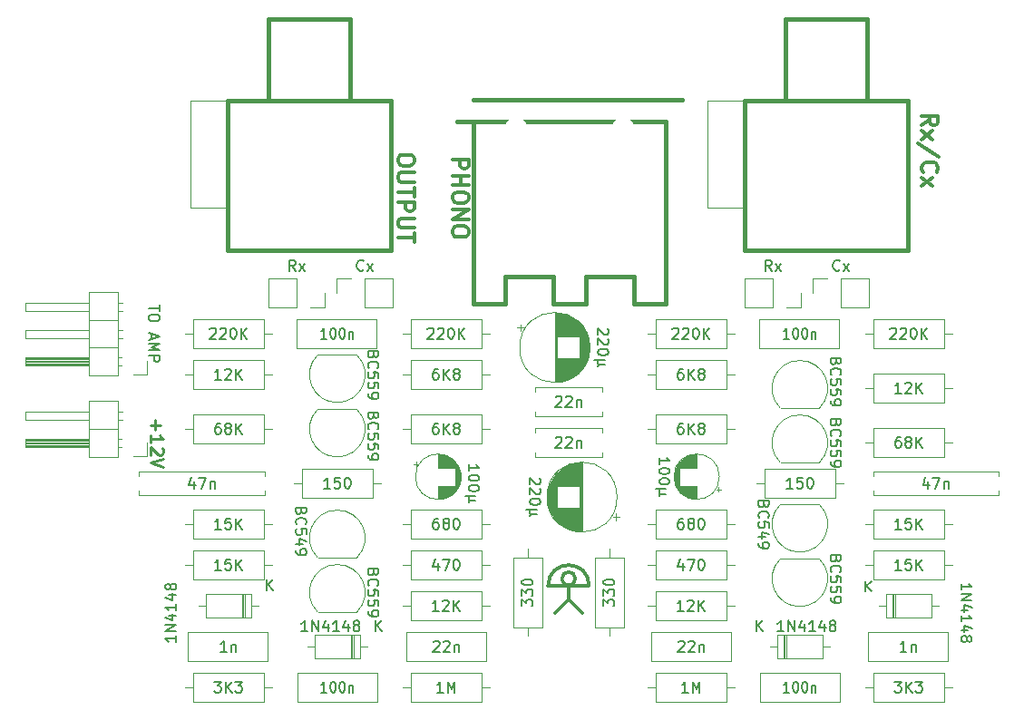
<source format=gto>
G04 #@! TF.GenerationSoftware,KiCad,Pcbnew,8.0.9*
G04 #@! TF.CreationDate,2025-03-02T14:07:43+01:00*
G04 #@! TF.ProjectId,cjss103,636a7373-3130-4332-9e6b-696361645f70,rev?*
G04 #@! TF.SameCoordinates,Original*
G04 #@! TF.FileFunction,Legend,Top*
G04 #@! TF.FilePolarity,Positive*
%FSLAX46Y46*%
G04 Gerber Fmt 4.6, Leading zero omitted, Abs format (unit mm)*
G04 Created by KiCad (PCBNEW 8.0.9) date 2025-03-02 14:07:43*
%MOMM*%
%LPD*%
G01*
G04 APERTURE LIST*
%ADD10C,0.300000*%
%ADD11C,0.150000*%
%ADD12C,0.304800*%
%ADD13C,0.240000*%
%ADD14C,0.120000*%
%ADD15C,0.381000*%
%ADD16C,0.100000*%
%ADD17O,1.900000X3.200000*%
%ADD18R,1.600000X1.600000*%
%ADD19O,1.600000X1.600000*%
%ADD20C,1.600000*%
%ADD21R,1.050000X1.500000*%
%ADD22O,1.050000X1.500000*%
%ADD23R,1.700000X1.700000*%
%ADD24O,1.700000X1.700000*%
%ADD25C,5.600000*%
%ADD26C,2.200000*%
%ADD27C,2.000000*%
%ADD28R,1.200000X1.200000*%
%ADD29C,1.200000*%
%ADD30C,3.200000*%
G04 APERTURE END LIST*
D10*
X135255000Y-67945000D02*
G75*
G02*
X139065000Y-67945000I1905000J0D01*
G01*
X137795000Y-67310000D02*
G75*
G02*
X136525000Y-67310000I-635000J0D01*
G01*
X136525000Y-67310000D02*
G75*
G02*
X137795000Y-67310000I635000J0D01*
G01*
X135255000Y-67945000D02*
X139065000Y-67945000D01*
X137160000Y-69215000D02*
X135890000Y-70485000D01*
X137160000Y-67945000D02*
X137160000Y-69215000D01*
X137160000Y-69215000D02*
X138430000Y-70485000D01*
D11*
X100530819Y-72627857D02*
X100530819Y-73199285D01*
X100530819Y-72913571D02*
X99530819Y-72913571D01*
X99530819Y-72913571D02*
X99673676Y-73008809D01*
X99673676Y-73008809D02*
X99768914Y-73104047D01*
X99768914Y-73104047D02*
X99816533Y-73199285D01*
X100530819Y-72199285D02*
X99530819Y-72199285D01*
X99530819Y-72199285D02*
X100530819Y-71627857D01*
X100530819Y-71627857D02*
X99530819Y-71627857D01*
X99864152Y-70723095D02*
X100530819Y-70723095D01*
X99483200Y-70961190D02*
X100197485Y-71199285D01*
X100197485Y-71199285D02*
X100197485Y-70580238D01*
X100530819Y-69675476D02*
X100530819Y-70246904D01*
X100530819Y-69961190D02*
X99530819Y-69961190D01*
X99530819Y-69961190D02*
X99673676Y-70056428D01*
X99673676Y-70056428D02*
X99768914Y-70151666D01*
X99768914Y-70151666D02*
X99816533Y-70246904D01*
X99864152Y-68818333D02*
X100530819Y-68818333D01*
X99483200Y-69056428D02*
X100197485Y-69294523D01*
X100197485Y-69294523D02*
X100197485Y-68675476D01*
X99959390Y-68151666D02*
X99911771Y-68246904D01*
X99911771Y-68246904D02*
X99864152Y-68294523D01*
X99864152Y-68294523D02*
X99768914Y-68342142D01*
X99768914Y-68342142D02*
X99721295Y-68342142D01*
X99721295Y-68342142D02*
X99626057Y-68294523D01*
X99626057Y-68294523D02*
X99578438Y-68246904D01*
X99578438Y-68246904D02*
X99530819Y-68151666D01*
X99530819Y-68151666D02*
X99530819Y-67961190D01*
X99530819Y-67961190D02*
X99578438Y-67865952D01*
X99578438Y-67865952D02*
X99626057Y-67818333D01*
X99626057Y-67818333D02*
X99721295Y-67770714D01*
X99721295Y-67770714D02*
X99768914Y-67770714D01*
X99768914Y-67770714D02*
X99864152Y-67818333D01*
X99864152Y-67818333D02*
X99911771Y-67865952D01*
X99911771Y-67865952D02*
X99959390Y-67961190D01*
X99959390Y-67961190D02*
X99959390Y-68151666D01*
X99959390Y-68151666D02*
X100007009Y-68246904D01*
X100007009Y-68246904D02*
X100054628Y-68294523D01*
X100054628Y-68294523D02*
X100149866Y-68342142D01*
X100149866Y-68342142D02*
X100340342Y-68342142D01*
X100340342Y-68342142D02*
X100435580Y-68294523D01*
X100435580Y-68294523D02*
X100483200Y-68246904D01*
X100483200Y-68246904D02*
X100530819Y-68151666D01*
X100530819Y-68151666D02*
X100530819Y-67961190D01*
X100530819Y-67961190D02*
X100483200Y-67865952D01*
X100483200Y-67865952D02*
X100435580Y-67818333D01*
X100435580Y-67818333D02*
X100340342Y-67770714D01*
X100340342Y-67770714D02*
X100149866Y-67770714D01*
X100149866Y-67770714D02*
X100054628Y-67818333D01*
X100054628Y-67818333D02*
X100007009Y-67865952D01*
X100007009Y-67865952D02*
X99959390Y-67961190D01*
X108958095Y-68399819D02*
X108958095Y-67399819D01*
X109529523Y-68399819D02*
X109100952Y-67828390D01*
X109529523Y-67399819D02*
X108958095Y-67971247D01*
X102211904Y-58208152D02*
X102211904Y-58874819D01*
X101973809Y-57827200D02*
X101735714Y-58541485D01*
X101735714Y-58541485D02*
X102354761Y-58541485D01*
X102640476Y-57874819D02*
X103307142Y-57874819D01*
X103307142Y-57874819D02*
X102878571Y-58874819D01*
X103688095Y-58208152D02*
X103688095Y-58874819D01*
X103688095Y-58303390D02*
X103735714Y-58255771D01*
X103735714Y-58255771D02*
X103830952Y-58208152D01*
X103830952Y-58208152D02*
X103973809Y-58208152D01*
X103973809Y-58208152D02*
X104069047Y-58255771D01*
X104069047Y-58255771D02*
X104116666Y-58351009D01*
X104116666Y-58351009D02*
X104116666Y-58874819D01*
X157742857Y-77924819D02*
X157228571Y-77924819D01*
X157485714Y-77924819D02*
X157485714Y-76924819D01*
X157485714Y-76924819D02*
X157400000Y-77067676D01*
X157400000Y-77067676D02*
X157314285Y-77162914D01*
X157314285Y-77162914D02*
X157228571Y-77210533D01*
X158300000Y-76924819D02*
X158385714Y-76924819D01*
X158385714Y-76924819D02*
X158471428Y-76972438D01*
X158471428Y-76972438D02*
X158514286Y-77020057D01*
X158514286Y-77020057D02*
X158557143Y-77115295D01*
X158557143Y-77115295D02*
X158600000Y-77305771D01*
X158600000Y-77305771D02*
X158600000Y-77543866D01*
X158600000Y-77543866D02*
X158557143Y-77734342D01*
X158557143Y-77734342D02*
X158514286Y-77829580D01*
X158514286Y-77829580D02*
X158471428Y-77877200D01*
X158471428Y-77877200D02*
X158385714Y-77924819D01*
X158385714Y-77924819D02*
X158300000Y-77924819D01*
X158300000Y-77924819D02*
X158214286Y-77877200D01*
X158214286Y-77877200D02*
X158171428Y-77829580D01*
X158171428Y-77829580D02*
X158128571Y-77734342D01*
X158128571Y-77734342D02*
X158085714Y-77543866D01*
X158085714Y-77543866D02*
X158085714Y-77305771D01*
X158085714Y-77305771D02*
X158128571Y-77115295D01*
X158128571Y-77115295D02*
X158171428Y-77020057D01*
X158171428Y-77020057D02*
X158214286Y-76972438D01*
X158214286Y-76972438D02*
X158300000Y-76924819D01*
X159157143Y-76924819D02*
X159242857Y-76924819D01*
X159242857Y-76924819D02*
X159328571Y-76972438D01*
X159328571Y-76972438D02*
X159371429Y-77020057D01*
X159371429Y-77020057D02*
X159414286Y-77115295D01*
X159414286Y-77115295D02*
X159457143Y-77305771D01*
X159457143Y-77305771D02*
X159457143Y-77543866D01*
X159457143Y-77543866D02*
X159414286Y-77734342D01*
X159414286Y-77734342D02*
X159371429Y-77829580D01*
X159371429Y-77829580D02*
X159328571Y-77877200D01*
X159328571Y-77877200D02*
X159242857Y-77924819D01*
X159242857Y-77924819D02*
X159157143Y-77924819D01*
X159157143Y-77924819D02*
X159071429Y-77877200D01*
X159071429Y-77877200D02*
X159028571Y-77829580D01*
X159028571Y-77829580D02*
X158985714Y-77734342D01*
X158985714Y-77734342D02*
X158942857Y-77543866D01*
X158942857Y-77543866D02*
X158942857Y-77305771D01*
X158942857Y-77305771D02*
X158985714Y-77115295D01*
X158985714Y-77115295D02*
X159028571Y-77020057D01*
X159028571Y-77020057D02*
X159071429Y-76972438D01*
X159071429Y-76972438D02*
X159157143Y-76924819D01*
X159842857Y-77258152D02*
X159842857Y-77924819D01*
X159842857Y-77353390D02*
X159885714Y-77305771D01*
X159885714Y-77305771D02*
X159971429Y-77258152D01*
X159971429Y-77258152D02*
X160100000Y-77258152D01*
X160100000Y-77258152D02*
X160185714Y-77305771D01*
X160185714Y-77305771D02*
X160228572Y-77401009D01*
X160228572Y-77401009D02*
X160228572Y-77924819D01*
X167600476Y-76924819D02*
X168219523Y-76924819D01*
X168219523Y-76924819D02*
X167886190Y-77305771D01*
X167886190Y-77305771D02*
X168029047Y-77305771D01*
X168029047Y-77305771D02*
X168124285Y-77353390D01*
X168124285Y-77353390D02*
X168171904Y-77401009D01*
X168171904Y-77401009D02*
X168219523Y-77496247D01*
X168219523Y-77496247D02*
X168219523Y-77734342D01*
X168219523Y-77734342D02*
X168171904Y-77829580D01*
X168171904Y-77829580D02*
X168124285Y-77877200D01*
X168124285Y-77877200D02*
X168029047Y-77924819D01*
X168029047Y-77924819D02*
X167743333Y-77924819D01*
X167743333Y-77924819D02*
X167648095Y-77877200D01*
X167648095Y-77877200D02*
X167600476Y-77829580D01*
X168648095Y-77924819D02*
X168648095Y-76924819D01*
X169219523Y-77924819D02*
X168790952Y-77353390D01*
X169219523Y-76924819D02*
X168648095Y-77496247D01*
X169552857Y-76924819D02*
X170171904Y-76924819D01*
X170171904Y-76924819D02*
X169838571Y-77305771D01*
X169838571Y-77305771D02*
X169981428Y-77305771D01*
X169981428Y-77305771D02*
X170076666Y-77353390D01*
X170076666Y-77353390D02*
X170124285Y-77401009D01*
X170124285Y-77401009D02*
X170171904Y-77496247D01*
X170171904Y-77496247D02*
X170171904Y-77734342D01*
X170171904Y-77734342D02*
X170124285Y-77829580D01*
X170124285Y-77829580D02*
X170076666Y-77877200D01*
X170076666Y-77877200D02*
X169981428Y-77924819D01*
X169981428Y-77924819D02*
X169695714Y-77924819D01*
X169695714Y-77924819D02*
X169600476Y-77877200D01*
X169600476Y-77877200D02*
X169552857Y-77829580D01*
X148304285Y-77924819D02*
X147732857Y-77924819D01*
X148018571Y-77924819D02*
X148018571Y-76924819D01*
X148018571Y-76924819D02*
X147923333Y-77067676D01*
X147923333Y-77067676D02*
X147828095Y-77162914D01*
X147828095Y-77162914D02*
X147732857Y-77210533D01*
X148732857Y-77924819D02*
X148732857Y-76924819D01*
X148732857Y-76924819D02*
X149066190Y-77639104D01*
X149066190Y-77639104D02*
X149399523Y-76924819D01*
X149399523Y-76924819D02*
X149399523Y-77924819D01*
X173789180Y-68342142D02*
X173789180Y-67770714D01*
X173789180Y-68056428D02*
X174789180Y-68056428D01*
X174789180Y-68056428D02*
X174646323Y-67961190D01*
X174646323Y-67961190D02*
X174551085Y-67865952D01*
X174551085Y-67865952D02*
X174503466Y-67770714D01*
X173789180Y-68770714D02*
X174789180Y-68770714D01*
X174789180Y-68770714D02*
X173789180Y-69342142D01*
X173789180Y-69342142D02*
X174789180Y-69342142D01*
X174455847Y-70246904D02*
X173789180Y-70246904D01*
X174836800Y-70008809D02*
X174122514Y-69770714D01*
X174122514Y-69770714D02*
X174122514Y-70389761D01*
X173789180Y-71294523D02*
X173789180Y-70723095D01*
X173789180Y-71008809D02*
X174789180Y-71008809D01*
X174789180Y-71008809D02*
X174646323Y-70913571D01*
X174646323Y-70913571D02*
X174551085Y-70818333D01*
X174551085Y-70818333D02*
X174503466Y-70723095D01*
X174455847Y-72151666D02*
X173789180Y-72151666D01*
X174836800Y-71913571D02*
X174122514Y-71675476D01*
X174122514Y-71675476D02*
X174122514Y-72294523D01*
X174360609Y-72818333D02*
X174408228Y-72723095D01*
X174408228Y-72723095D02*
X174455847Y-72675476D01*
X174455847Y-72675476D02*
X174551085Y-72627857D01*
X174551085Y-72627857D02*
X174598704Y-72627857D01*
X174598704Y-72627857D02*
X174693942Y-72675476D01*
X174693942Y-72675476D02*
X174741561Y-72723095D01*
X174741561Y-72723095D02*
X174789180Y-72818333D01*
X174789180Y-72818333D02*
X174789180Y-73008809D01*
X174789180Y-73008809D02*
X174741561Y-73104047D01*
X174741561Y-73104047D02*
X174693942Y-73151666D01*
X174693942Y-73151666D02*
X174598704Y-73199285D01*
X174598704Y-73199285D02*
X174551085Y-73199285D01*
X174551085Y-73199285D02*
X174455847Y-73151666D01*
X174455847Y-73151666D02*
X174408228Y-73104047D01*
X174408228Y-73104047D02*
X174360609Y-73008809D01*
X174360609Y-73008809D02*
X174360609Y-72818333D01*
X174360609Y-72818333D02*
X174312990Y-72723095D01*
X174312990Y-72723095D02*
X174265371Y-72675476D01*
X174265371Y-72675476D02*
X174170133Y-72627857D01*
X174170133Y-72627857D02*
X173979657Y-72627857D01*
X173979657Y-72627857D02*
X173884419Y-72675476D01*
X173884419Y-72675476D02*
X173836800Y-72723095D01*
X173836800Y-72723095D02*
X173789180Y-72818333D01*
X173789180Y-72818333D02*
X173789180Y-73008809D01*
X173789180Y-73008809D02*
X173836800Y-73104047D01*
X173836800Y-73104047D02*
X173884419Y-73151666D01*
X173884419Y-73151666D02*
X173979657Y-73199285D01*
X173979657Y-73199285D02*
X174170133Y-73199285D01*
X174170133Y-73199285D02*
X174265371Y-73151666D01*
X174265371Y-73151666D02*
X174312990Y-73104047D01*
X174312990Y-73104047D02*
X174360609Y-73008809D01*
X164838095Y-68504819D02*
X164838095Y-67504819D01*
X165409523Y-68504819D02*
X164980952Y-67933390D01*
X165409523Y-67504819D02*
X164838095Y-68076247D01*
X147828095Y-65828152D02*
X147828095Y-66494819D01*
X147590000Y-65447200D02*
X147351905Y-66161485D01*
X147351905Y-66161485D02*
X147970952Y-66161485D01*
X148256667Y-65494819D02*
X148923333Y-65494819D01*
X148923333Y-65494819D02*
X148494762Y-66494819D01*
X149494762Y-65494819D02*
X149590000Y-65494819D01*
X149590000Y-65494819D02*
X149685238Y-65542438D01*
X149685238Y-65542438D02*
X149732857Y-65590057D01*
X149732857Y-65590057D02*
X149780476Y-65685295D01*
X149780476Y-65685295D02*
X149828095Y-65875771D01*
X149828095Y-65875771D02*
X149828095Y-66113866D01*
X149828095Y-66113866D02*
X149780476Y-66304342D01*
X149780476Y-66304342D02*
X149732857Y-66399580D01*
X149732857Y-66399580D02*
X149685238Y-66447200D01*
X149685238Y-66447200D02*
X149590000Y-66494819D01*
X149590000Y-66494819D02*
X149494762Y-66494819D01*
X149494762Y-66494819D02*
X149399524Y-66447200D01*
X149399524Y-66447200D02*
X149351905Y-66399580D01*
X149351905Y-66399580D02*
X149304286Y-66304342D01*
X149304286Y-66304342D02*
X149256667Y-66113866D01*
X149256667Y-66113866D02*
X149256667Y-65875771D01*
X149256667Y-65875771D02*
X149304286Y-65685295D01*
X149304286Y-65685295D02*
X149351905Y-65590057D01*
X149351905Y-65590057D02*
X149399524Y-65542438D01*
X149399524Y-65542438D02*
X149494762Y-65494819D01*
X162120990Y-65452857D02*
X162073371Y-65595714D01*
X162073371Y-65595714D02*
X162025752Y-65643333D01*
X162025752Y-65643333D02*
X161930514Y-65690952D01*
X161930514Y-65690952D02*
X161787657Y-65690952D01*
X161787657Y-65690952D02*
X161692419Y-65643333D01*
X161692419Y-65643333D02*
X161644800Y-65595714D01*
X161644800Y-65595714D02*
X161597180Y-65500476D01*
X161597180Y-65500476D02*
X161597180Y-65119524D01*
X161597180Y-65119524D02*
X162597180Y-65119524D01*
X162597180Y-65119524D02*
X162597180Y-65452857D01*
X162597180Y-65452857D02*
X162549561Y-65548095D01*
X162549561Y-65548095D02*
X162501942Y-65595714D01*
X162501942Y-65595714D02*
X162406704Y-65643333D01*
X162406704Y-65643333D02*
X162311466Y-65643333D01*
X162311466Y-65643333D02*
X162216228Y-65595714D01*
X162216228Y-65595714D02*
X162168609Y-65548095D01*
X162168609Y-65548095D02*
X162120990Y-65452857D01*
X162120990Y-65452857D02*
X162120990Y-65119524D01*
X161692419Y-66690952D02*
X161644800Y-66643333D01*
X161644800Y-66643333D02*
X161597180Y-66500476D01*
X161597180Y-66500476D02*
X161597180Y-66405238D01*
X161597180Y-66405238D02*
X161644800Y-66262381D01*
X161644800Y-66262381D02*
X161740038Y-66167143D01*
X161740038Y-66167143D02*
X161835276Y-66119524D01*
X161835276Y-66119524D02*
X162025752Y-66071905D01*
X162025752Y-66071905D02*
X162168609Y-66071905D01*
X162168609Y-66071905D02*
X162359085Y-66119524D01*
X162359085Y-66119524D02*
X162454323Y-66167143D01*
X162454323Y-66167143D02*
X162549561Y-66262381D01*
X162549561Y-66262381D02*
X162597180Y-66405238D01*
X162597180Y-66405238D02*
X162597180Y-66500476D01*
X162597180Y-66500476D02*
X162549561Y-66643333D01*
X162549561Y-66643333D02*
X162501942Y-66690952D01*
X162597180Y-67595714D02*
X162597180Y-67119524D01*
X162597180Y-67119524D02*
X162120990Y-67071905D01*
X162120990Y-67071905D02*
X162168609Y-67119524D01*
X162168609Y-67119524D02*
X162216228Y-67214762D01*
X162216228Y-67214762D02*
X162216228Y-67452857D01*
X162216228Y-67452857D02*
X162168609Y-67548095D01*
X162168609Y-67548095D02*
X162120990Y-67595714D01*
X162120990Y-67595714D02*
X162025752Y-67643333D01*
X162025752Y-67643333D02*
X161787657Y-67643333D01*
X161787657Y-67643333D02*
X161692419Y-67595714D01*
X161692419Y-67595714D02*
X161644800Y-67548095D01*
X161644800Y-67548095D02*
X161597180Y-67452857D01*
X161597180Y-67452857D02*
X161597180Y-67214762D01*
X161597180Y-67214762D02*
X161644800Y-67119524D01*
X161644800Y-67119524D02*
X161692419Y-67071905D01*
X162597180Y-68548095D02*
X162597180Y-68071905D01*
X162597180Y-68071905D02*
X162120990Y-68024286D01*
X162120990Y-68024286D02*
X162168609Y-68071905D01*
X162168609Y-68071905D02*
X162216228Y-68167143D01*
X162216228Y-68167143D02*
X162216228Y-68405238D01*
X162216228Y-68405238D02*
X162168609Y-68500476D01*
X162168609Y-68500476D02*
X162120990Y-68548095D01*
X162120990Y-68548095D02*
X162025752Y-68595714D01*
X162025752Y-68595714D02*
X161787657Y-68595714D01*
X161787657Y-68595714D02*
X161692419Y-68548095D01*
X161692419Y-68548095D02*
X161644800Y-68500476D01*
X161644800Y-68500476D02*
X161597180Y-68405238D01*
X161597180Y-68405238D02*
X161597180Y-68167143D01*
X161597180Y-68167143D02*
X161644800Y-68071905D01*
X161644800Y-68071905D02*
X161692419Y-68024286D01*
X161597180Y-69071905D02*
X161597180Y-69262381D01*
X161597180Y-69262381D02*
X161644800Y-69357619D01*
X161644800Y-69357619D02*
X161692419Y-69405238D01*
X161692419Y-69405238D02*
X161835276Y-69500476D01*
X161835276Y-69500476D02*
X162025752Y-69548095D01*
X162025752Y-69548095D02*
X162406704Y-69548095D01*
X162406704Y-69548095D02*
X162501942Y-69500476D01*
X162501942Y-69500476D02*
X162549561Y-69452857D01*
X162549561Y-69452857D02*
X162597180Y-69357619D01*
X162597180Y-69357619D02*
X162597180Y-69167143D01*
X162597180Y-69167143D02*
X162549561Y-69071905D01*
X162549561Y-69071905D02*
X162501942Y-69024286D01*
X162501942Y-69024286D02*
X162406704Y-68976667D01*
X162406704Y-68976667D02*
X162168609Y-68976667D01*
X162168609Y-68976667D02*
X162073371Y-69024286D01*
X162073371Y-69024286D02*
X162025752Y-69071905D01*
X162025752Y-69071905D02*
X161978133Y-69167143D01*
X161978133Y-69167143D02*
X161978133Y-69357619D01*
X161978133Y-69357619D02*
X162025752Y-69452857D01*
X162025752Y-69452857D02*
X162073371Y-69500476D01*
X162073371Y-69500476D02*
X162168609Y-69548095D01*
X162464761Y-38459580D02*
X162417142Y-38507200D01*
X162417142Y-38507200D02*
X162274285Y-38554819D01*
X162274285Y-38554819D02*
X162179047Y-38554819D01*
X162179047Y-38554819D02*
X162036190Y-38507200D01*
X162036190Y-38507200D02*
X161940952Y-38411961D01*
X161940952Y-38411961D02*
X161893333Y-38316723D01*
X161893333Y-38316723D02*
X161845714Y-38126247D01*
X161845714Y-38126247D02*
X161845714Y-37983390D01*
X161845714Y-37983390D02*
X161893333Y-37792914D01*
X161893333Y-37792914D02*
X161940952Y-37697676D01*
X161940952Y-37697676D02*
X162036190Y-37602438D01*
X162036190Y-37602438D02*
X162179047Y-37554819D01*
X162179047Y-37554819D02*
X162274285Y-37554819D01*
X162274285Y-37554819D02*
X162417142Y-37602438D01*
X162417142Y-37602438D02*
X162464761Y-37650057D01*
X162798095Y-38554819D02*
X163321904Y-37888152D01*
X162798095Y-37888152D02*
X163321904Y-38554819D01*
X170711904Y-58208152D02*
X170711904Y-58874819D01*
X170473809Y-57827200D02*
X170235714Y-58541485D01*
X170235714Y-58541485D02*
X170854761Y-58541485D01*
X171140476Y-57874819D02*
X171807142Y-57874819D01*
X171807142Y-57874819D02*
X171378571Y-58874819D01*
X172188095Y-58208152D02*
X172188095Y-58874819D01*
X172188095Y-58303390D02*
X172235714Y-58255771D01*
X172235714Y-58255771D02*
X172330952Y-58208152D01*
X172330952Y-58208152D02*
X172473809Y-58208152D01*
X172473809Y-58208152D02*
X172569047Y-58255771D01*
X172569047Y-58255771D02*
X172616666Y-58351009D01*
X172616666Y-58351009D02*
X172616666Y-58874819D01*
X168219523Y-66494819D02*
X167648095Y-66494819D01*
X167933809Y-66494819D02*
X167933809Y-65494819D01*
X167933809Y-65494819D02*
X167838571Y-65637676D01*
X167838571Y-65637676D02*
X167743333Y-65732914D01*
X167743333Y-65732914D02*
X167648095Y-65780533D01*
X169124285Y-65494819D02*
X168648095Y-65494819D01*
X168648095Y-65494819D02*
X168600476Y-65971009D01*
X168600476Y-65971009D02*
X168648095Y-65923390D01*
X168648095Y-65923390D02*
X168743333Y-65875771D01*
X168743333Y-65875771D02*
X168981428Y-65875771D01*
X168981428Y-65875771D02*
X169076666Y-65923390D01*
X169076666Y-65923390D02*
X169124285Y-65971009D01*
X169124285Y-65971009D02*
X169171904Y-66066247D01*
X169171904Y-66066247D02*
X169171904Y-66304342D01*
X169171904Y-66304342D02*
X169124285Y-66399580D01*
X169124285Y-66399580D02*
X169076666Y-66447200D01*
X169076666Y-66447200D02*
X168981428Y-66494819D01*
X168981428Y-66494819D02*
X168743333Y-66494819D01*
X168743333Y-66494819D02*
X168648095Y-66447200D01*
X168648095Y-66447200D02*
X168600476Y-66399580D01*
X169600476Y-66494819D02*
X169600476Y-65494819D01*
X170171904Y-66494819D02*
X169743333Y-65923390D01*
X170171904Y-65494819D02*
X169600476Y-66066247D01*
X105243333Y-74114819D02*
X104671905Y-74114819D01*
X104957619Y-74114819D02*
X104957619Y-73114819D01*
X104957619Y-73114819D02*
X104862381Y-73257676D01*
X104862381Y-73257676D02*
X104767143Y-73352914D01*
X104767143Y-73352914D02*
X104671905Y-73400533D01*
X105671905Y-73448152D02*
X105671905Y-74114819D01*
X105671905Y-73543390D02*
X105719524Y-73495771D01*
X105719524Y-73495771D02*
X105814762Y-73448152D01*
X105814762Y-73448152D02*
X105957619Y-73448152D01*
X105957619Y-73448152D02*
X106052857Y-73495771D01*
X106052857Y-73495771D02*
X106100476Y-73591009D01*
X106100476Y-73591009D02*
X106100476Y-74114819D01*
X158083333Y-58874819D02*
X157511905Y-58874819D01*
X157797619Y-58874819D02*
X157797619Y-57874819D01*
X157797619Y-57874819D02*
X157702381Y-58017676D01*
X157702381Y-58017676D02*
X157607143Y-58112914D01*
X157607143Y-58112914D02*
X157511905Y-58160533D01*
X158988095Y-57874819D02*
X158511905Y-57874819D01*
X158511905Y-57874819D02*
X158464286Y-58351009D01*
X158464286Y-58351009D02*
X158511905Y-58303390D01*
X158511905Y-58303390D02*
X158607143Y-58255771D01*
X158607143Y-58255771D02*
X158845238Y-58255771D01*
X158845238Y-58255771D02*
X158940476Y-58303390D01*
X158940476Y-58303390D02*
X158988095Y-58351009D01*
X158988095Y-58351009D02*
X159035714Y-58446247D01*
X159035714Y-58446247D02*
X159035714Y-58684342D01*
X159035714Y-58684342D02*
X158988095Y-58779580D01*
X158988095Y-58779580D02*
X158940476Y-58827200D01*
X158940476Y-58827200D02*
X158845238Y-58874819D01*
X158845238Y-58874819D02*
X158607143Y-58874819D01*
X158607143Y-58874819D02*
X158511905Y-58827200D01*
X158511905Y-58827200D02*
X158464286Y-58779580D01*
X159654762Y-57874819D02*
X159750000Y-57874819D01*
X159750000Y-57874819D02*
X159845238Y-57922438D01*
X159845238Y-57922438D02*
X159892857Y-57970057D01*
X159892857Y-57970057D02*
X159940476Y-58065295D01*
X159940476Y-58065295D02*
X159988095Y-58255771D01*
X159988095Y-58255771D02*
X159988095Y-58493866D01*
X159988095Y-58493866D02*
X159940476Y-58684342D01*
X159940476Y-58684342D02*
X159892857Y-58779580D01*
X159892857Y-58779580D02*
X159845238Y-58827200D01*
X159845238Y-58827200D02*
X159750000Y-58874819D01*
X159750000Y-58874819D02*
X159654762Y-58874819D01*
X159654762Y-58874819D02*
X159559524Y-58827200D01*
X159559524Y-58827200D02*
X159511905Y-58779580D01*
X159511905Y-58779580D02*
X159464286Y-58684342D01*
X159464286Y-58684342D02*
X159416667Y-58493866D01*
X159416667Y-58493866D02*
X159416667Y-58255771D01*
X159416667Y-58255771D02*
X159464286Y-58065295D01*
X159464286Y-58065295D02*
X159511905Y-57970057D01*
X159511905Y-57970057D02*
X159559524Y-57922438D01*
X159559524Y-57922438D02*
X159654762Y-57874819D01*
X134434942Y-57928095D02*
X134482561Y-57975714D01*
X134482561Y-57975714D02*
X134530180Y-58070952D01*
X134530180Y-58070952D02*
X134530180Y-58309047D01*
X134530180Y-58309047D02*
X134482561Y-58404285D01*
X134482561Y-58404285D02*
X134434942Y-58451904D01*
X134434942Y-58451904D02*
X134339704Y-58499523D01*
X134339704Y-58499523D02*
X134244466Y-58499523D01*
X134244466Y-58499523D02*
X134101609Y-58451904D01*
X134101609Y-58451904D02*
X133530180Y-57880476D01*
X133530180Y-57880476D02*
X133530180Y-58499523D01*
X134434942Y-58880476D02*
X134482561Y-58928095D01*
X134482561Y-58928095D02*
X134530180Y-59023333D01*
X134530180Y-59023333D02*
X134530180Y-59261428D01*
X134530180Y-59261428D02*
X134482561Y-59356666D01*
X134482561Y-59356666D02*
X134434942Y-59404285D01*
X134434942Y-59404285D02*
X134339704Y-59451904D01*
X134339704Y-59451904D02*
X134244466Y-59451904D01*
X134244466Y-59451904D02*
X134101609Y-59404285D01*
X134101609Y-59404285D02*
X133530180Y-58832857D01*
X133530180Y-58832857D02*
X133530180Y-59451904D01*
X134530180Y-60070952D02*
X134530180Y-60166190D01*
X134530180Y-60166190D02*
X134482561Y-60261428D01*
X134482561Y-60261428D02*
X134434942Y-60309047D01*
X134434942Y-60309047D02*
X134339704Y-60356666D01*
X134339704Y-60356666D02*
X134149228Y-60404285D01*
X134149228Y-60404285D02*
X133911133Y-60404285D01*
X133911133Y-60404285D02*
X133720657Y-60356666D01*
X133720657Y-60356666D02*
X133625419Y-60309047D01*
X133625419Y-60309047D02*
X133577800Y-60261428D01*
X133577800Y-60261428D02*
X133530180Y-60166190D01*
X133530180Y-60166190D02*
X133530180Y-60070952D01*
X133530180Y-60070952D02*
X133577800Y-59975714D01*
X133577800Y-59975714D02*
X133625419Y-59928095D01*
X133625419Y-59928095D02*
X133720657Y-59880476D01*
X133720657Y-59880476D02*
X133911133Y-59832857D01*
X133911133Y-59832857D02*
X134149228Y-59832857D01*
X134149228Y-59832857D02*
X134339704Y-59880476D01*
X134339704Y-59880476D02*
X134434942Y-59928095D01*
X134434942Y-59928095D02*
X134482561Y-59975714D01*
X134482561Y-59975714D02*
X134530180Y-60070952D01*
X134196847Y-60832857D02*
X133196847Y-60832857D01*
X133673038Y-61309047D02*
X133577800Y-61356666D01*
X133577800Y-61356666D02*
X133530180Y-61451904D01*
X133673038Y-60832857D02*
X133577800Y-60880476D01*
X133577800Y-60880476D02*
X133530180Y-60975714D01*
X133530180Y-60975714D02*
X133530180Y-61166190D01*
X133530180Y-61166190D02*
X133577800Y-61261428D01*
X133577800Y-61261428D02*
X133673038Y-61309047D01*
X133673038Y-61309047D02*
X134196847Y-61309047D01*
X168219523Y-62684819D02*
X167648095Y-62684819D01*
X167933809Y-62684819D02*
X167933809Y-61684819D01*
X167933809Y-61684819D02*
X167838571Y-61827676D01*
X167838571Y-61827676D02*
X167743333Y-61922914D01*
X167743333Y-61922914D02*
X167648095Y-61970533D01*
X169124285Y-61684819D02*
X168648095Y-61684819D01*
X168648095Y-61684819D02*
X168600476Y-62161009D01*
X168600476Y-62161009D02*
X168648095Y-62113390D01*
X168648095Y-62113390D02*
X168743333Y-62065771D01*
X168743333Y-62065771D02*
X168981428Y-62065771D01*
X168981428Y-62065771D02*
X169076666Y-62113390D01*
X169076666Y-62113390D02*
X169124285Y-62161009D01*
X169124285Y-62161009D02*
X169171904Y-62256247D01*
X169171904Y-62256247D02*
X169171904Y-62494342D01*
X169171904Y-62494342D02*
X169124285Y-62589580D01*
X169124285Y-62589580D02*
X169076666Y-62637200D01*
X169076666Y-62637200D02*
X168981428Y-62684819D01*
X168981428Y-62684819D02*
X168743333Y-62684819D01*
X168743333Y-62684819D02*
X168648095Y-62637200D01*
X168648095Y-62637200D02*
X168600476Y-62589580D01*
X169600476Y-62684819D02*
X169600476Y-61684819D01*
X170171904Y-62684819D02*
X169743333Y-62113390D01*
X170171904Y-61684819D02*
X169600476Y-62256247D01*
X104100476Y-76924819D02*
X104719523Y-76924819D01*
X104719523Y-76924819D02*
X104386190Y-77305771D01*
X104386190Y-77305771D02*
X104529047Y-77305771D01*
X104529047Y-77305771D02*
X104624285Y-77353390D01*
X104624285Y-77353390D02*
X104671904Y-77401009D01*
X104671904Y-77401009D02*
X104719523Y-77496247D01*
X104719523Y-77496247D02*
X104719523Y-77734342D01*
X104719523Y-77734342D02*
X104671904Y-77829580D01*
X104671904Y-77829580D02*
X104624285Y-77877200D01*
X104624285Y-77877200D02*
X104529047Y-77924819D01*
X104529047Y-77924819D02*
X104243333Y-77924819D01*
X104243333Y-77924819D02*
X104148095Y-77877200D01*
X104148095Y-77877200D02*
X104100476Y-77829580D01*
X105148095Y-77924819D02*
X105148095Y-76924819D01*
X105719523Y-77924819D02*
X105290952Y-77353390D01*
X105719523Y-76924819D02*
X105148095Y-77496247D01*
X106052857Y-76924819D02*
X106671904Y-76924819D01*
X106671904Y-76924819D02*
X106338571Y-77305771D01*
X106338571Y-77305771D02*
X106481428Y-77305771D01*
X106481428Y-77305771D02*
X106576666Y-77353390D01*
X106576666Y-77353390D02*
X106624285Y-77401009D01*
X106624285Y-77401009D02*
X106671904Y-77496247D01*
X106671904Y-77496247D02*
X106671904Y-77734342D01*
X106671904Y-77734342D02*
X106624285Y-77829580D01*
X106624285Y-77829580D02*
X106576666Y-77877200D01*
X106576666Y-77877200D02*
X106481428Y-77924819D01*
X106481428Y-77924819D02*
X106195714Y-77924819D01*
X106195714Y-77924819D02*
X106100476Y-77877200D01*
X106100476Y-77877200D02*
X106052857Y-77829580D01*
X104624285Y-52794819D02*
X104433809Y-52794819D01*
X104433809Y-52794819D02*
X104338571Y-52842438D01*
X104338571Y-52842438D02*
X104290952Y-52890057D01*
X104290952Y-52890057D02*
X104195714Y-53032914D01*
X104195714Y-53032914D02*
X104148095Y-53223390D01*
X104148095Y-53223390D02*
X104148095Y-53604342D01*
X104148095Y-53604342D02*
X104195714Y-53699580D01*
X104195714Y-53699580D02*
X104243333Y-53747200D01*
X104243333Y-53747200D02*
X104338571Y-53794819D01*
X104338571Y-53794819D02*
X104529047Y-53794819D01*
X104529047Y-53794819D02*
X104624285Y-53747200D01*
X104624285Y-53747200D02*
X104671904Y-53699580D01*
X104671904Y-53699580D02*
X104719523Y-53604342D01*
X104719523Y-53604342D02*
X104719523Y-53366247D01*
X104719523Y-53366247D02*
X104671904Y-53271009D01*
X104671904Y-53271009D02*
X104624285Y-53223390D01*
X104624285Y-53223390D02*
X104529047Y-53175771D01*
X104529047Y-53175771D02*
X104338571Y-53175771D01*
X104338571Y-53175771D02*
X104243333Y-53223390D01*
X104243333Y-53223390D02*
X104195714Y-53271009D01*
X104195714Y-53271009D02*
X104148095Y-53366247D01*
X105290952Y-53223390D02*
X105195714Y-53175771D01*
X105195714Y-53175771D02*
X105148095Y-53128152D01*
X105148095Y-53128152D02*
X105100476Y-53032914D01*
X105100476Y-53032914D02*
X105100476Y-52985295D01*
X105100476Y-52985295D02*
X105148095Y-52890057D01*
X105148095Y-52890057D02*
X105195714Y-52842438D01*
X105195714Y-52842438D02*
X105290952Y-52794819D01*
X105290952Y-52794819D02*
X105481428Y-52794819D01*
X105481428Y-52794819D02*
X105576666Y-52842438D01*
X105576666Y-52842438D02*
X105624285Y-52890057D01*
X105624285Y-52890057D02*
X105671904Y-52985295D01*
X105671904Y-52985295D02*
X105671904Y-53032914D01*
X105671904Y-53032914D02*
X105624285Y-53128152D01*
X105624285Y-53128152D02*
X105576666Y-53175771D01*
X105576666Y-53175771D02*
X105481428Y-53223390D01*
X105481428Y-53223390D02*
X105290952Y-53223390D01*
X105290952Y-53223390D02*
X105195714Y-53271009D01*
X105195714Y-53271009D02*
X105148095Y-53318628D01*
X105148095Y-53318628D02*
X105100476Y-53413866D01*
X105100476Y-53413866D02*
X105100476Y-53604342D01*
X105100476Y-53604342D02*
X105148095Y-53699580D01*
X105148095Y-53699580D02*
X105195714Y-53747200D01*
X105195714Y-53747200D02*
X105290952Y-53794819D01*
X105290952Y-53794819D02*
X105481428Y-53794819D01*
X105481428Y-53794819D02*
X105576666Y-53747200D01*
X105576666Y-53747200D02*
X105624285Y-53699580D01*
X105624285Y-53699580D02*
X105671904Y-53604342D01*
X105671904Y-53604342D02*
X105671904Y-53413866D01*
X105671904Y-53413866D02*
X105624285Y-53318628D01*
X105624285Y-53318628D02*
X105576666Y-53271009D01*
X105576666Y-53271009D02*
X105481428Y-53223390D01*
X106100476Y-53794819D02*
X106100476Y-52794819D01*
X106671904Y-53794819D02*
X106243333Y-53223390D01*
X106671904Y-52794819D02*
X106100476Y-53366247D01*
X162120990Y-52752857D02*
X162073371Y-52895714D01*
X162073371Y-52895714D02*
X162025752Y-52943333D01*
X162025752Y-52943333D02*
X161930514Y-52990952D01*
X161930514Y-52990952D02*
X161787657Y-52990952D01*
X161787657Y-52990952D02*
X161692419Y-52943333D01*
X161692419Y-52943333D02*
X161644800Y-52895714D01*
X161644800Y-52895714D02*
X161597180Y-52800476D01*
X161597180Y-52800476D02*
X161597180Y-52419524D01*
X161597180Y-52419524D02*
X162597180Y-52419524D01*
X162597180Y-52419524D02*
X162597180Y-52752857D01*
X162597180Y-52752857D02*
X162549561Y-52848095D01*
X162549561Y-52848095D02*
X162501942Y-52895714D01*
X162501942Y-52895714D02*
X162406704Y-52943333D01*
X162406704Y-52943333D02*
X162311466Y-52943333D01*
X162311466Y-52943333D02*
X162216228Y-52895714D01*
X162216228Y-52895714D02*
X162168609Y-52848095D01*
X162168609Y-52848095D02*
X162120990Y-52752857D01*
X162120990Y-52752857D02*
X162120990Y-52419524D01*
X161692419Y-53990952D02*
X161644800Y-53943333D01*
X161644800Y-53943333D02*
X161597180Y-53800476D01*
X161597180Y-53800476D02*
X161597180Y-53705238D01*
X161597180Y-53705238D02*
X161644800Y-53562381D01*
X161644800Y-53562381D02*
X161740038Y-53467143D01*
X161740038Y-53467143D02*
X161835276Y-53419524D01*
X161835276Y-53419524D02*
X162025752Y-53371905D01*
X162025752Y-53371905D02*
X162168609Y-53371905D01*
X162168609Y-53371905D02*
X162359085Y-53419524D01*
X162359085Y-53419524D02*
X162454323Y-53467143D01*
X162454323Y-53467143D02*
X162549561Y-53562381D01*
X162549561Y-53562381D02*
X162597180Y-53705238D01*
X162597180Y-53705238D02*
X162597180Y-53800476D01*
X162597180Y-53800476D02*
X162549561Y-53943333D01*
X162549561Y-53943333D02*
X162501942Y-53990952D01*
X162597180Y-54895714D02*
X162597180Y-54419524D01*
X162597180Y-54419524D02*
X162120990Y-54371905D01*
X162120990Y-54371905D02*
X162168609Y-54419524D01*
X162168609Y-54419524D02*
X162216228Y-54514762D01*
X162216228Y-54514762D02*
X162216228Y-54752857D01*
X162216228Y-54752857D02*
X162168609Y-54848095D01*
X162168609Y-54848095D02*
X162120990Y-54895714D01*
X162120990Y-54895714D02*
X162025752Y-54943333D01*
X162025752Y-54943333D02*
X161787657Y-54943333D01*
X161787657Y-54943333D02*
X161692419Y-54895714D01*
X161692419Y-54895714D02*
X161644800Y-54848095D01*
X161644800Y-54848095D02*
X161597180Y-54752857D01*
X161597180Y-54752857D02*
X161597180Y-54514762D01*
X161597180Y-54514762D02*
X161644800Y-54419524D01*
X161644800Y-54419524D02*
X161692419Y-54371905D01*
X162597180Y-55848095D02*
X162597180Y-55371905D01*
X162597180Y-55371905D02*
X162120990Y-55324286D01*
X162120990Y-55324286D02*
X162168609Y-55371905D01*
X162168609Y-55371905D02*
X162216228Y-55467143D01*
X162216228Y-55467143D02*
X162216228Y-55705238D01*
X162216228Y-55705238D02*
X162168609Y-55800476D01*
X162168609Y-55800476D02*
X162120990Y-55848095D01*
X162120990Y-55848095D02*
X162025752Y-55895714D01*
X162025752Y-55895714D02*
X161787657Y-55895714D01*
X161787657Y-55895714D02*
X161692419Y-55848095D01*
X161692419Y-55848095D02*
X161644800Y-55800476D01*
X161644800Y-55800476D02*
X161597180Y-55705238D01*
X161597180Y-55705238D02*
X161597180Y-55467143D01*
X161597180Y-55467143D02*
X161644800Y-55371905D01*
X161644800Y-55371905D02*
X161692419Y-55324286D01*
X161597180Y-56371905D02*
X161597180Y-56562381D01*
X161597180Y-56562381D02*
X161644800Y-56657619D01*
X161644800Y-56657619D02*
X161692419Y-56705238D01*
X161692419Y-56705238D02*
X161835276Y-56800476D01*
X161835276Y-56800476D02*
X162025752Y-56848095D01*
X162025752Y-56848095D02*
X162406704Y-56848095D01*
X162406704Y-56848095D02*
X162501942Y-56800476D01*
X162501942Y-56800476D02*
X162549561Y-56752857D01*
X162549561Y-56752857D02*
X162597180Y-56657619D01*
X162597180Y-56657619D02*
X162597180Y-56467143D01*
X162597180Y-56467143D02*
X162549561Y-56371905D01*
X162549561Y-56371905D02*
X162501942Y-56324286D01*
X162501942Y-56324286D02*
X162406704Y-56276667D01*
X162406704Y-56276667D02*
X162168609Y-56276667D01*
X162168609Y-56276667D02*
X162073371Y-56324286D01*
X162073371Y-56324286D02*
X162025752Y-56371905D01*
X162025752Y-56371905D02*
X161978133Y-56467143D01*
X161978133Y-56467143D02*
X161978133Y-56657619D01*
X161978133Y-56657619D02*
X162025752Y-56752857D01*
X162025752Y-56752857D02*
X162073371Y-56800476D01*
X162073371Y-56800476D02*
X162168609Y-56848095D01*
X156114761Y-38554819D02*
X155781428Y-38078628D01*
X155543333Y-38554819D02*
X155543333Y-37554819D01*
X155543333Y-37554819D02*
X155924285Y-37554819D01*
X155924285Y-37554819D02*
X156019523Y-37602438D01*
X156019523Y-37602438D02*
X156067142Y-37650057D01*
X156067142Y-37650057D02*
X156114761Y-37745295D01*
X156114761Y-37745295D02*
X156114761Y-37888152D01*
X156114761Y-37888152D02*
X156067142Y-37983390D01*
X156067142Y-37983390D02*
X156019523Y-38031009D01*
X156019523Y-38031009D02*
X155924285Y-38078628D01*
X155924285Y-38078628D02*
X155543333Y-38078628D01*
X156448095Y-38554819D02*
X156971904Y-37888152D01*
X156448095Y-37888152D02*
X156971904Y-38554819D01*
X104719523Y-66494819D02*
X104148095Y-66494819D01*
X104433809Y-66494819D02*
X104433809Y-65494819D01*
X104433809Y-65494819D02*
X104338571Y-65637676D01*
X104338571Y-65637676D02*
X104243333Y-65732914D01*
X104243333Y-65732914D02*
X104148095Y-65780533D01*
X105624285Y-65494819D02*
X105148095Y-65494819D01*
X105148095Y-65494819D02*
X105100476Y-65971009D01*
X105100476Y-65971009D02*
X105148095Y-65923390D01*
X105148095Y-65923390D02*
X105243333Y-65875771D01*
X105243333Y-65875771D02*
X105481428Y-65875771D01*
X105481428Y-65875771D02*
X105576666Y-65923390D01*
X105576666Y-65923390D02*
X105624285Y-65971009D01*
X105624285Y-65971009D02*
X105671904Y-66066247D01*
X105671904Y-66066247D02*
X105671904Y-66304342D01*
X105671904Y-66304342D02*
X105624285Y-66399580D01*
X105624285Y-66399580D02*
X105576666Y-66447200D01*
X105576666Y-66447200D02*
X105481428Y-66494819D01*
X105481428Y-66494819D02*
X105243333Y-66494819D01*
X105243333Y-66494819D02*
X105148095Y-66447200D01*
X105148095Y-66447200D02*
X105100476Y-66399580D01*
X106100476Y-66494819D02*
X106100476Y-65494819D01*
X106671904Y-66494819D02*
X106243333Y-65923390D01*
X106671904Y-65494819D02*
X106100476Y-66066247D01*
X114562857Y-44904819D02*
X114048571Y-44904819D01*
X114305714Y-44904819D02*
X114305714Y-43904819D01*
X114305714Y-43904819D02*
X114220000Y-44047676D01*
X114220000Y-44047676D02*
X114134285Y-44142914D01*
X114134285Y-44142914D02*
X114048571Y-44190533D01*
X115120000Y-43904819D02*
X115205714Y-43904819D01*
X115205714Y-43904819D02*
X115291428Y-43952438D01*
X115291428Y-43952438D02*
X115334286Y-44000057D01*
X115334286Y-44000057D02*
X115377143Y-44095295D01*
X115377143Y-44095295D02*
X115420000Y-44285771D01*
X115420000Y-44285771D02*
X115420000Y-44523866D01*
X115420000Y-44523866D02*
X115377143Y-44714342D01*
X115377143Y-44714342D02*
X115334286Y-44809580D01*
X115334286Y-44809580D02*
X115291428Y-44857200D01*
X115291428Y-44857200D02*
X115205714Y-44904819D01*
X115205714Y-44904819D02*
X115120000Y-44904819D01*
X115120000Y-44904819D02*
X115034286Y-44857200D01*
X115034286Y-44857200D02*
X114991428Y-44809580D01*
X114991428Y-44809580D02*
X114948571Y-44714342D01*
X114948571Y-44714342D02*
X114905714Y-44523866D01*
X114905714Y-44523866D02*
X114905714Y-44285771D01*
X114905714Y-44285771D02*
X114948571Y-44095295D01*
X114948571Y-44095295D02*
X114991428Y-44000057D01*
X114991428Y-44000057D02*
X115034286Y-43952438D01*
X115034286Y-43952438D02*
X115120000Y-43904819D01*
X115977143Y-43904819D02*
X116062857Y-43904819D01*
X116062857Y-43904819D02*
X116148571Y-43952438D01*
X116148571Y-43952438D02*
X116191429Y-44000057D01*
X116191429Y-44000057D02*
X116234286Y-44095295D01*
X116234286Y-44095295D02*
X116277143Y-44285771D01*
X116277143Y-44285771D02*
X116277143Y-44523866D01*
X116277143Y-44523866D02*
X116234286Y-44714342D01*
X116234286Y-44714342D02*
X116191429Y-44809580D01*
X116191429Y-44809580D02*
X116148571Y-44857200D01*
X116148571Y-44857200D02*
X116062857Y-44904819D01*
X116062857Y-44904819D02*
X115977143Y-44904819D01*
X115977143Y-44904819D02*
X115891429Y-44857200D01*
X115891429Y-44857200D02*
X115848571Y-44809580D01*
X115848571Y-44809580D02*
X115805714Y-44714342D01*
X115805714Y-44714342D02*
X115762857Y-44523866D01*
X115762857Y-44523866D02*
X115762857Y-44285771D01*
X115762857Y-44285771D02*
X115805714Y-44095295D01*
X115805714Y-44095295D02*
X115848571Y-44000057D01*
X115848571Y-44000057D02*
X115891429Y-43952438D01*
X115891429Y-43952438D02*
X115977143Y-43904819D01*
X116662857Y-44238152D02*
X116662857Y-44904819D01*
X116662857Y-44333390D02*
X116705714Y-44285771D01*
X116705714Y-44285771D02*
X116791429Y-44238152D01*
X116791429Y-44238152D02*
X116920000Y-44238152D01*
X116920000Y-44238152D02*
X117005714Y-44285771D01*
X117005714Y-44285771D02*
X117048572Y-44381009D01*
X117048572Y-44381009D02*
X117048572Y-44904819D01*
X147804285Y-52794819D02*
X147613809Y-52794819D01*
X147613809Y-52794819D02*
X147518571Y-52842438D01*
X147518571Y-52842438D02*
X147470952Y-52890057D01*
X147470952Y-52890057D02*
X147375714Y-53032914D01*
X147375714Y-53032914D02*
X147328095Y-53223390D01*
X147328095Y-53223390D02*
X147328095Y-53604342D01*
X147328095Y-53604342D02*
X147375714Y-53699580D01*
X147375714Y-53699580D02*
X147423333Y-53747200D01*
X147423333Y-53747200D02*
X147518571Y-53794819D01*
X147518571Y-53794819D02*
X147709047Y-53794819D01*
X147709047Y-53794819D02*
X147804285Y-53747200D01*
X147804285Y-53747200D02*
X147851904Y-53699580D01*
X147851904Y-53699580D02*
X147899523Y-53604342D01*
X147899523Y-53604342D02*
X147899523Y-53366247D01*
X147899523Y-53366247D02*
X147851904Y-53271009D01*
X147851904Y-53271009D02*
X147804285Y-53223390D01*
X147804285Y-53223390D02*
X147709047Y-53175771D01*
X147709047Y-53175771D02*
X147518571Y-53175771D01*
X147518571Y-53175771D02*
X147423333Y-53223390D01*
X147423333Y-53223390D02*
X147375714Y-53271009D01*
X147375714Y-53271009D02*
X147328095Y-53366247D01*
X148328095Y-53794819D02*
X148328095Y-52794819D01*
X148899523Y-53794819D02*
X148470952Y-53223390D01*
X148899523Y-52794819D02*
X148328095Y-53366247D01*
X149470952Y-53223390D02*
X149375714Y-53175771D01*
X149375714Y-53175771D02*
X149328095Y-53128152D01*
X149328095Y-53128152D02*
X149280476Y-53032914D01*
X149280476Y-53032914D02*
X149280476Y-52985295D01*
X149280476Y-52985295D02*
X149328095Y-52890057D01*
X149328095Y-52890057D02*
X149375714Y-52842438D01*
X149375714Y-52842438D02*
X149470952Y-52794819D01*
X149470952Y-52794819D02*
X149661428Y-52794819D01*
X149661428Y-52794819D02*
X149756666Y-52842438D01*
X149756666Y-52842438D02*
X149804285Y-52890057D01*
X149804285Y-52890057D02*
X149851904Y-52985295D01*
X149851904Y-52985295D02*
X149851904Y-53032914D01*
X149851904Y-53032914D02*
X149804285Y-53128152D01*
X149804285Y-53128152D02*
X149756666Y-53175771D01*
X149756666Y-53175771D02*
X149661428Y-53223390D01*
X149661428Y-53223390D02*
X149470952Y-53223390D01*
X149470952Y-53223390D02*
X149375714Y-53271009D01*
X149375714Y-53271009D02*
X149328095Y-53318628D01*
X149328095Y-53318628D02*
X149280476Y-53413866D01*
X149280476Y-53413866D02*
X149280476Y-53604342D01*
X149280476Y-53604342D02*
X149328095Y-53699580D01*
X149328095Y-53699580D02*
X149375714Y-53747200D01*
X149375714Y-53747200D02*
X149470952Y-53794819D01*
X149470952Y-53794819D02*
X149661428Y-53794819D01*
X149661428Y-53794819D02*
X149756666Y-53747200D01*
X149756666Y-53747200D02*
X149804285Y-53699580D01*
X149804285Y-53699580D02*
X149851904Y-53604342D01*
X149851904Y-53604342D02*
X149851904Y-53413866D01*
X149851904Y-53413866D02*
X149804285Y-53318628D01*
X149804285Y-53318628D02*
X149756666Y-53271009D01*
X149756666Y-53271009D02*
X149661428Y-53223390D01*
D12*
X126310818Y-28157715D02*
X127834818Y-28157715D01*
X127834818Y-28157715D02*
X127834818Y-28738286D01*
X127834818Y-28738286D02*
X127762247Y-28883429D01*
X127762247Y-28883429D02*
X127689675Y-28956000D01*
X127689675Y-28956000D02*
X127544532Y-29028572D01*
X127544532Y-29028572D02*
X127326818Y-29028572D01*
X127326818Y-29028572D02*
X127181675Y-28956000D01*
X127181675Y-28956000D02*
X127109104Y-28883429D01*
X127109104Y-28883429D02*
X127036532Y-28738286D01*
X127036532Y-28738286D02*
X127036532Y-28157715D01*
X126310818Y-29681715D02*
X127834818Y-29681715D01*
X127109104Y-29681715D02*
X127109104Y-30552572D01*
X126310818Y-30552572D02*
X127834818Y-30552572D01*
X127834818Y-31568571D02*
X127834818Y-31858857D01*
X127834818Y-31858857D02*
X127762247Y-32004000D01*
X127762247Y-32004000D02*
X127617104Y-32149143D01*
X127617104Y-32149143D02*
X127326818Y-32221714D01*
X127326818Y-32221714D02*
X126818818Y-32221714D01*
X126818818Y-32221714D02*
X126528532Y-32149143D01*
X126528532Y-32149143D02*
X126383390Y-32004000D01*
X126383390Y-32004000D02*
X126310818Y-31858857D01*
X126310818Y-31858857D02*
X126310818Y-31568571D01*
X126310818Y-31568571D02*
X126383390Y-31423429D01*
X126383390Y-31423429D02*
X126528532Y-31278286D01*
X126528532Y-31278286D02*
X126818818Y-31205714D01*
X126818818Y-31205714D02*
X127326818Y-31205714D01*
X127326818Y-31205714D02*
X127617104Y-31278286D01*
X127617104Y-31278286D02*
X127762247Y-31423429D01*
X127762247Y-31423429D02*
X127834818Y-31568571D01*
X126310818Y-32874857D02*
X127834818Y-32874857D01*
X127834818Y-32874857D02*
X126310818Y-33745714D01*
X126310818Y-33745714D02*
X127834818Y-33745714D01*
X127834818Y-34761713D02*
X127834818Y-35051999D01*
X127834818Y-35051999D02*
X127762247Y-35197142D01*
X127762247Y-35197142D02*
X127617104Y-35342285D01*
X127617104Y-35342285D02*
X127326818Y-35414856D01*
X127326818Y-35414856D02*
X126818818Y-35414856D01*
X126818818Y-35414856D02*
X126528532Y-35342285D01*
X126528532Y-35342285D02*
X126383390Y-35197142D01*
X126383390Y-35197142D02*
X126310818Y-35051999D01*
X126310818Y-35051999D02*
X126310818Y-34761713D01*
X126310818Y-34761713D02*
X126383390Y-34616571D01*
X126383390Y-34616571D02*
X126528532Y-34471428D01*
X126528532Y-34471428D02*
X126818818Y-34398856D01*
X126818818Y-34398856D02*
X127326818Y-34398856D01*
X127326818Y-34398856D02*
X127617104Y-34471428D01*
X127617104Y-34471428D02*
X127762247Y-34616571D01*
X127762247Y-34616571D02*
X127834818Y-34761713D01*
D11*
X147828095Y-61684819D02*
X147637619Y-61684819D01*
X147637619Y-61684819D02*
X147542381Y-61732438D01*
X147542381Y-61732438D02*
X147494762Y-61780057D01*
X147494762Y-61780057D02*
X147399524Y-61922914D01*
X147399524Y-61922914D02*
X147351905Y-62113390D01*
X147351905Y-62113390D02*
X147351905Y-62494342D01*
X147351905Y-62494342D02*
X147399524Y-62589580D01*
X147399524Y-62589580D02*
X147447143Y-62637200D01*
X147447143Y-62637200D02*
X147542381Y-62684819D01*
X147542381Y-62684819D02*
X147732857Y-62684819D01*
X147732857Y-62684819D02*
X147828095Y-62637200D01*
X147828095Y-62637200D02*
X147875714Y-62589580D01*
X147875714Y-62589580D02*
X147923333Y-62494342D01*
X147923333Y-62494342D02*
X147923333Y-62256247D01*
X147923333Y-62256247D02*
X147875714Y-62161009D01*
X147875714Y-62161009D02*
X147828095Y-62113390D01*
X147828095Y-62113390D02*
X147732857Y-62065771D01*
X147732857Y-62065771D02*
X147542381Y-62065771D01*
X147542381Y-62065771D02*
X147447143Y-62113390D01*
X147447143Y-62113390D02*
X147399524Y-62161009D01*
X147399524Y-62161009D02*
X147351905Y-62256247D01*
X148494762Y-62113390D02*
X148399524Y-62065771D01*
X148399524Y-62065771D02*
X148351905Y-62018152D01*
X148351905Y-62018152D02*
X148304286Y-61922914D01*
X148304286Y-61922914D02*
X148304286Y-61875295D01*
X148304286Y-61875295D02*
X148351905Y-61780057D01*
X148351905Y-61780057D02*
X148399524Y-61732438D01*
X148399524Y-61732438D02*
X148494762Y-61684819D01*
X148494762Y-61684819D02*
X148685238Y-61684819D01*
X148685238Y-61684819D02*
X148780476Y-61732438D01*
X148780476Y-61732438D02*
X148828095Y-61780057D01*
X148828095Y-61780057D02*
X148875714Y-61875295D01*
X148875714Y-61875295D02*
X148875714Y-61922914D01*
X148875714Y-61922914D02*
X148828095Y-62018152D01*
X148828095Y-62018152D02*
X148780476Y-62065771D01*
X148780476Y-62065771D02*
X148685238Y-62113390D01*
X148685238Y-62113390D02*
X148494762Y-62113390D01*
X148494762Y-62113390D02*
X148399524Y-62161009D01*
X148399524Y-62161009D02*
X148351905Y-62208628D01*
X148351905Y-62208628D02*
X148304286Y-62303866D01*
X148304286Y-62303866D02*
X148304286Y-62494342D01*
X148304286Y-62494342D02*
X148351905Y-62589580D01*
X148351905Y-62589580D02*
X148399524Y-62637200D01*
X148399524Y-62637200D02*
X148494762Y-62684819D01*
X148494762Y-62684819D02*
X148685238Y-62684819D01*
X148685238Y-62684819D02*
X148780476Y-62637200D01*
X148780476Y-62637200D02*
X148828095Y-62589580D01*
X148828095Y-62589580D02*
X148875714Y-62494342D01*
X148875714Y-62494342D02*
X148875714Y-62303866D01*
X148875714Y-62303866D02*
X148828095Y-62208628D01*
X148828095Y-62208628D02*
X148780476Y-62161009D01*
X148780476Y-62161009D02*
X148685238Y-62113390D01*
X149494762Y-61684819D02*
X149590000Y-61684819D01*
X149590000Y-61684819D02*
X149685238Y-61732438D01*
X149685238Y-61732438D02*
X149732857Y-61780057D01*
X149732857Y-61780057D02*
X149780476Y-61875295D01*
X149780476Y-61875295D02*
X149828095Y-62065771D01*
X149828095Y-62065771D02*
X149828095Y-62303866D01*
X149828095Y-62303866D02*
X149780476Y-62494342D01*
X149780476Y-62494342D02*
X149732857Y-62589580D01*
X149732857Y-62589580D02*
X149685238Y-62637200D01*
X149685238Y-62637200D02*
X149590000Y-62684819D01*
X149590000Y-62684819D02*
X149494762Y-62684819D01*
X149494762Y-62684819D02*
X149399524Y-62637200D01*
X149399524Y-62637200D02*
X149351905Y-62589580D01*
X149351905Y-62589580D02*
X149304286Y-62494342D01*
X149304286Y-62494342D02*
X149256667Y-62303866D01*
X149256667Y-62303866D02*
X149256667Y-62065771D01*
X149256667Y-62065771D02*
X149304286Y-61875295D01*
X149304286Y-61875295D02*
X149351905Y-61780057D01*
X149351905Y-61780057D02*
X149399524Y-61732438D01*
X149399524Y-61732438D02*
X149494762Y-61684819D01*
X147415714Y-73210057D02*
X147463333Y-73162438D01*
X147463333Y-73162438D02*
X147558571Y-73114819D01*
X147558571Y-73114819D02*
X147796666Y-73114819D01*
X147796666Y-73114819D02*
X147891904Y-73162438D01*
X147891904Y-73162438D02*
X147939523Y-73210057D01*
X147939523Y-73210057D02*
X147987142Y-73305295D01*
X147987142Y-73305295D02*
X147987142Y-73400533D01*
X147987142Y-73400533D02*
X147939523Y-73543390D01*
X147939523Y-73543390D02*
X147368095Y-74114819D01*
X147368095Y-74114819D02*
X147987142Y-74114819D01*
X148368095Y-73210057D02*
X148415714Y-73162438D01*
X148415714Y-73162438D02*
X148510952Y-73114819D01*
X148510952Y-73114819D02*
X148749047Y-73114819D01*
X148749047Y-73114819D02*
X148844285Y-73162438D01*
X148844285Y-73162438D02*
X148891904Y-73210057D01*
X148891904Y-73210057D02*
X148939523Y-73305295D01*
X148939523Y-73305295D02*
X148939523Y-73400533D01*
X148939523Y-73400533D02*
X148891904Y-73543390D01*
X148891904Y-73543390D02*
X148320476Y-74114819D01*
X148320476Y-74114819D02*
X148939523Y-74114819D01*
X149368095Y-73448152D02*
X149368095Y-74114819D01*
X149368095Y-73543390D02*
X149415714Y-73495771D01*
X149415714Y-73495771D02*
X149510952Y-73448152D01*
X149510952Y-73448152D02*
X149653809Y-73448152D01*
X149653809Y-73448152D02*
X149749047Y-73495771D01*
X149749047Y-73495771D02*
X149796666Y-73591009D01*
X149796666Y-73591009D02*
X149796666Y-74114819D01*
X125039523Y-70304819D02*
X124468095Y-70304819D01*
X124753809Y-70304819D02*
X124753809Y-69304819D01*
X124753809Y-69304819D02*
X124658571Y-69447676D01*
X124658571Y-69447676D02*
X124563333Y-69542914D01*
X124563333Y-69542914D02*
X124468095Y-69590533D01*
X125420476Y-69400057D02*
X125468095Y-69352438D01*
X125468095Y-69352438D02*
X125563333Y-69304819D01*
X125563333Y-69304819D02*
X125801428Y-69304819D01*
X125801428Y-69304819D02*
X125896666Y-69352438D01*
X125896666Y-69352438D02*
X125944285Y-69400057D01*
X125944285Y-69400057D02*
X125991904Y-69495295D01*
X125991904Y-69495295D02*
X125991904Y-69590533D01*
X125991904Y-69590533D02*
X125944285Y-69733390D01*
X125944285Y-69733390D02*
X125372857Y-70304819D01*
X125372857Y-70304819D02*
X125991904Y-70304819D01*
X126420476Y-70304819D02*
X126420476Y-69304819D01*
X126991904Y-70304819D02*
X126563333Y-69733390D01*
X126991904Y-69304819D02*
X126420476Y-69876247D01*
X147804285Y-47714819D02*
X147613809Y-47714819D01*
X147613809Y-47714819D02*
X147518571Y-47762438D01*
X147518571Y-47762438D02*
X147470952Y-47810057D01*
X147470952Y-47810057D02*
X147375714Y-47952914D01*
X147375714Y-47952914D02*
X147328095Y-48143390D01*
X147328095Y-48143390D02*
X147328095Y-48524342D01*
X147328095Y-48524342D02*
X147375714Y-48619580D01*
X147375714Y-48619580D02*
X147423333Y-48667200D01*
X147423333Y-48667200D02*
X147518571Y-48714819D01*
X147518571Y-48714819D02*
X147709047Y-48714819D01*
X147709047Y-48714819D02*
X147804285Y-48667200D01*
X147804285Y-48667200D02*
X147851904Y-48619580D01*
X147851904Y-48619580D02*
X147899523Y-48524342D01*
X147899523Y-48524342D02*
X147899523Y-48286247D01*
X147899523Y-48286247D02*
X147851904Y-48191009D01*
X147851904Y-48191009D02*
X147804285Y-48143390D01*
X147804285Y-48143390D02*
X147709047Y-48095771D01*
X147709047Y-48095771D02*
X147518571Y-48095771D01*
X147518571Y-48095771D02*
X147423333Y-48143390D01*
X147423333Y-48143390D02*
X147375714Y-48191009D01*
X147375714Y-48191009D02*
X147328095Y-48286247D01*
X148328095Y-48714819D02*
X148328095Y-47714819D01*
X148899523Y-48714819D02*
X148470952Y-48143390D01*
X148899523Y-47714819D02*
X148328095Y-48286247D01*
X149470952Y-48143390D02*
X149375714Y-48095771D01*
X149375714Y-48095771D02*
X149328095Y-48048152D01*
X149328095Y-48048152D02*
X149280476Y-47952914D01*
X149280476Y-47952914D02*
X149280476Y-47905295D01*
X149280476Y-47905295D02*
X149328095Y-47810057D01*
X149328095Y-47810057D02*
X149375714Y-47762438D01*
X149375714Y-47762438D02*
X149470952Y-47714819D01*
X149470952Y-47714819D02*
X149661428Y-47714819D01*
X149661428Y-47714819D02*
X149756666Y-47762438D01*
X149756666Y-47762438D02*
X149804285Y-47810057D01*
X149804285Y-47810057D02*
X149851904Y-47905295D01*
X149851904Y-47905295D02*
X149851904Y-47952914D01*
X149851904Y-47952914D02*
X149804285Y-48048152D01*
X149804285Y-48048152D02*
X149756666Y-48095771D01*
X149756666Y-48095771D02*
X149661428Y-48143390D01*
X149661428Y-48143390D02*
X149470952Y-48143390D01*
X149470952Y-48143390D02*
X149375714Y-48191009D01*
X149375714Y-48191009D02*
X149328095Y-48238628D01*
X149328095Y-48238628D02*
X149280476Y-48333866D01*
X149280476Y-48333866D02*
X149280476Y-48524342D01*
X149280476Y-48524342D02*
X149328095Y-48619580D01*
X149328095Y-48619580D02*
X149375714Y-48667200D01*
X149375714Y-48667200D02*
X149470952Y-48714819D01*
X149470952Y-48714819D02*
X149661428Y-48714819D01*
X149661428Y-48714819D02*
X149756666Y-48667200D01*
X149756666Y-48667200D02*
X149804285Y-48619580D01*
X149804285Y-48619580D02*
X149851904Y-48524342D01*
X149851904Y-48524342D02*
X149851904Y-48333866D01*
X149851904Y-48333866D02*
X149804285Y-48238628D01*
X149804285Y-48238628D02*
X149756666Y-48191009D01*
X149756666Y-48191009D02*
X149661428Y-48143390D01*
X167171905Y-44000057D02*
X167219524Y-43952438D01*
X167219524Y-43952438D02*
X167314762Y-43904819D01*
X167314762Y-43904819D02*
X167552857Y-43904819D01*
X167552857Y-43904819D02*
X167648095Y-43952438D01*
X167648095Y-43952438D02*
X167695714Y-44000057D01*
X167695714Y-44000057D02*
X167743333Y-44095295D01*
X167743333Y-44095295D02*
X167743333Y-44190533D01*
X167743333Y-44190533D02*
X167695714Y-44333390D01*
X167695714Y-44333390D02*
X167124286Y-44904819D01*
X167124286Y-44904819D02*
X167743333Y-44904819D01*
X168124286Y-44000057D02*
X168171905Y-43952438D01*
X168171905Y-43952438D02*
X168267143Y-43904819D01*
X168267143Y-43904819D02*
X168505238Y-43904819D01*
X168505238Y-43904819D02*
X168600476Y-43952438D01*
X168600476Y-43952438D02*
X168648095Y-44000057D01*
X168648095Y-44000057D02*
X168695714Y-44095295D01*
X168695714Y-44095295D02*
X168695714Y-44190533D01*
X168695714Y-44190533D02*
X168648095Y-44333390D01*
X168648095Y-44333390D02*
X168076667Y-44904819D01*
X168076667Y-44904819D02*
X168695714Y-44904819D01*
X169314762Y-43904819D02*
X169410000Y-43904819D01*
X169410000Y-43904819D02*
X169505238Y-43952438D01*
X169505238Y-43952438D02*
X169552857Y-44000057D01*
X169552857Y-44000057D02*
X169600476Y-44095295D01*
X169600476Y-44095295D02*
X169648095Y-44285771D01*
X169648095Y-44285771D02*
X169648095Y-44523866D01*
X169648095Y-44523866D02*
X169600476Y-44714342D01*
X169600476Y-44714342D02*
X169552857Y-44809580D01*
X169552857Y-44809580D02*
X169505238Y-44857200D01*
X169505238Y-44857200D02*
X169410000Y-44904819D01*
X169410000Y-44904819D02*
X169314762Y-44904819D01*
X169314762Y-44904819D02*
X169219524Y-44857200D01*
X169219524Y-44857200D02*
X169171905Y-44809580D01*
X169171905Y-44809580D02*
X169124286Y-44714342D01*
X169124286Y-44714342D02*
X169076667Y-44523866D01*
X169076667Y-44523866D02*
X169076667Y-44285771D01*
X169076667Y-44285771D02*
X169124286Y-44095295D01*
X169124286Y-44095295D02*
X169171905Y-44000057D01*
X169171905Y-44000057D02*
X169219524Y-43952438D01*
X169219524Y-43952438D02*
X169314762Y-43904819D01*
X170076667Y-44904819D02*
X170076667Y-43904819D01*
X170648095Y-44904819D02*
X170219524Y-44333390D01*
X170648095Y-43904819D02*
X170076667Y-44476247D01*
X168703333Y-74114819D02*
X168131905Y-74114819D01*
X168417619Y-74114819D02*
X168417619Y-73114819D01*
X168417619Y-73114819D02*
X168322381Y-73257676D01*
X168322381Y-73257676D02*
X168227143Y-73352914D01*
X168227143Y-73352914D02*
X168131905Y-73400533D01*
X169131905Y-73448152D02*
X169131905Y-74114819D01*
X169131905Y-73543390D02*
X169179524Y-73495771D01*
X169179524Y-73495771D02*
X169274762Y-73448152D01*
X169274762Y-73448152D02*
X169417619Y-73448152D01*
X169417619Y-73448152D02*
X169512857Y-73495771D01*
X169512857Y-73495771D02*
X169560476Y-73591009D01*
X169560476Y-73591009D02*
X169560476Y-74114819D01*
X104719523Y-62684819D02*
X104148095Y-62684819D01*
X104433809Y-62684819D02*
X104433809Y-61684819D01*
X104433809Y-61684819D02*
X104338571Y-61827676D01*
X104338571Y-61827676D02*
X104243333Y-61922914D01*
X104243333Y-61922914D02*
X104148095Y-61970533D01*
X105624285Y-61684819D02*
X105148095Y-61684819D01*
X105148095Y-61684819D02*
X105100476Y-62161009D01*
X105100476Y-62161009D02*
X105148095Y-62113390D01*
X105148095Y-62113390D02*
X105243333Y-62065771D01*
X105243333Y-62065771D02*
X105481428Y-62065771D01*
X105481428Y-62065771D02*
X105576666Y-62113390D01*
X105576666Y-62113390D02*
X105624285Y-62161009D01*
X105624285Y-62161009D02*
X105671904Y-62256247D01*
X105671904Y-62256247D02*
X105671904Y-62494342D01*
X105671904Y-62494342D02*
X105624285Y-62589580D01*
X105624285Y-62589580D02*
X105576666Y-62637200D01*
X105576666Y-62637200D02*
X105481428Y-62684819D01*
X105481428Y-62684819D02*
X105243333Y-62684819D01*
X105243333Y-62684819D02*
X105148095Y-62637200D01*
X105148095Y-62637200D02*
X105100476Y-62589580D01*
X106100476Y-62684819D02*
X106100476Y-61684819D01*
X106671904Y-62684819D02*
X106243333Y-62113390D01*
X106671904Y-61684819D02*
X106100476Y-62256247D01*
X123991905Y-44000057D02*
X124039524Y-43952438D01*
X124039524Y-43952438D02*
X124134762Y-43904819D01*
X124134762Y-43904819D02*
X124372857Y-43904819D01*
X124372857Y-43904819D02*
X124468095Y-43952438D01*
X124468095Y-43952438D02*
X124515714Y-44000057D01*
X124515714Y-44000057D02*
X124563333Y-44095295D01*
X124563333Y-44095295D02*
X124563333Y-44190533D01*
X124563333Y-44190533D02*
X124515714Y-44333390D01*
X124515714Y-44333390D02*
X123944286Y-44904819D01*
X123944286Y-44904819D02*
X124563333Y-44904819D01*
X124944286Y-44000057D02*
X124991905Y-43952438D01*
X124991905Y-43952438D02*
X125087143Y-43904819D01*
X125087143Y-43904819D02*
X125325238Y-43904819D01*
X125325238Y-43904819D02*
X125420476Y-43952438D01*
X125420476Y-43952438D02*
X125468095Y-44000057D01*
X125468095Y-44000057D02*
X125515714Y-44095295D01*
X125515714Y-44095295D02*
X125515714Y-44190533D01*
X125515714Y-44190533D02*
X125468095Y-44333390D01*
X125468095Y-44333390D02*
X124896667Y-44904819D01*
X124896667Y-44904819D02*
X125515714Y-44904819D01*
X126134762Y-43904819D02*
X126230000Y-43904819D01*
X126230000Y-43904819D02*
X126325238Y-43952438D01*
X126325238Y-43952438D02*
X126372857Y-44000057D01*
X126372857Y-44000057D02*
X126420476Y-44095295D01*
X126420476Y-44095295D02*
X126468095Y-44285771D01*
X126468095Y-44285771D02*
X126468095Y-44523866D01*
X126468095Y-44523866D02*
X126420476Y-44714342D01*
X126420476Y-44714342D02*
X126372857Y-44809580D01*
X126372857Y-44809580D02*
X126325238Y-44857200D01*
X126325238Y-44857200D02*
X126230000Y-44904819D01*
X126230000Y-44904819D02*
X126134762Y-44904819D01*
X126134762Y-44904819D02*
X126039524Y-44857200D01*
X126039524Y-44857200D02*
X125991905Y-44809580D01*
X125991905Y-44809580D02*
X125944286Y-44714342D01*
X125944286Y-44714342D02*
X125896667Y-44523866D01*
X125896667Y-44523866D02*
X125896667Y-44285771D01*
X125896667Y-44285771D02*
X125944286Y-44095295D01*
X125944286Y-44095295D02*
X125991905Y-44000057D01*
X125991905Y-44000057D02*
X126039524Y-43952438D01*
X126039524Y-43952438D02*
X126134762Y-43904819D01*
X126896667Y-44904819D02*
X126896667Y-43904819D01*
X127468095Y-44904819D02*
X127039524Y-44333390D01*
X127468095Y-43904819D02*
X126896667Y-44476247D01*
X135945714Y-50350057D02*
X135993333Y-50302438D01*
X135993333Y-50302438D02*
X136088571Y-50254819D01*
X136088571Y-50254819D02*
X136326666Y-50254819D01*
X136326666Y-50254819D02*
X136421904Y-50302438D01*
X136421904Y-50302438D02*
X136469523Y-50350057D01*
X136469523Y-50350057D02*
X136517142Y-50445295D01*
X136517142Y-50445295D02*
X136517142Y-50540533D01*
X136517142Y-50540533D02*
X136469523Y-50683390D01*
X136469523Y-50683390D02*
X135898095Y-51254819D01*
X135898095Y-51254819D02*
X136517142Y-51254819D01*
X136898095Y-50350057D02*
X136945714Y-50302438D01*
X136945714Y-50302438D02*
X137040952Y-50254819D01*
X137040952Y-50254819D02*
X137279047Y-50254819D01*
X137279047Y-50254819D02*
X137374285Y-50302438D01*
X137374285Y-50302438D02*
X137421904Y-50350057D01*
X137421904Y-50350057D02*
X137469523Y-50445295D01*
X137469523Y-50445295D02*
X137469523Y-50540533D01*
X137469523Y-50540533D02*
X137421904Y-50683390D01*
X137421904Y-50683390D02*
X136850476Y-51254819D01*
X136850476Y-51254819D02*
X137469523Y-51254819D01*
X137898095Y-50588152D02*
X137898095Y-51254819D01*
X137898095Y-50683390D02*
X137945714Y-50635771D01*
X137945714Y-50635771D02*
X138040952Y-50588152D01*
X138040952Y-50588152D02*
X138183809Y-50588152D01*
X138183809Y-50588152D02*
X138279047Y-50635771D01*
X138279047Y-50635771D02*
X138326666Y-50731009D01*
X138326666Y-50731009D02*
X138326666Y-51254819D01*
X112792142Y-72209819D02*
X112220714Y-72209819D01*
X112506428Y-72209819D02*
X112506428Y-71209819D01*
X112506428Y-71209819D02*
X112411190Y-71352676D01*
X112411190Y-71352676D02*
X112315952Y-71447914D01*
X112315952Y-71447914D02*
X112220714Y-71495533D01*
X113220714Y-72209819D02*
X113220714Y-71209819D01*
X113220714Y-71209819D02*
X113792142Y-72209819D01*
X113792142Y-72209819D02*
X113792142Y-71209819D01*
X114696904Y-71543152D02*
X114696904Y-72209819D01*
X114458809Y-71162200D02*
X114220714Y-71876485D01*
X114220714Y-71876485D02*
X114839761Y-71876485D01*
X115744523Y-72209819D02*
X115173095Y-72209819D01*
X115458809Y-72209819D02*
X115458809Y-71209819D01*
X115458809Y-71209819D02*
X115363571Y-71352676D01*
X115363571Y-71352676D02*
X115268333Y-71447914D01*
X115268333Y-71447914D02*
X115173095Y-71495533D01*
X116601666Y-71543152D02*
X116601666Y-72209819D01*
X116363571Y-71162200D02*
X116125476Y-71876485D01*
X116125476Y-71876485D02*
X116744523Y-71876485D01*
X117268333Y-71638390D02*
X117173095Y-71590771D01*
X117173095Y-71590771D02*
X117125476Y-71543152D01*
X117125476Y-71543152D02*
X117077857Y-71447914D01*
X117077857Y-71447914D02*
X117077857Y-71400295D01*
X117077857Y-71400295D02*
X117125476Y-71305057D01*
X117125476Y-71305057D02*
X117173095Y-71257438D01*
X117173095Y-71257438D02*
X117268333Y-71209819D01*
X117268333Y-71209819D02*
X117458809Y-71209819D01*
X117458809Y-71209819D02*
X117554047Y-71257438D01*
X117554047Y-71257438D02*
X117601666Y-71305057D01*
X117601666Y-71305057D02*
X117649285Y-71400295D01*
X117649285Y-71400295D02*
X117649285Y-71447914D01*
X117649285Y-71447914D02*
X117601666Y-71543152D01*
X117601666Y-71543152D02*
X117554047Y-71590771D01*
X117554047Y-71590771D02*
X117458809Y-71638390D01*
X117458809Y-71638390D02*
X117268333Y-71638390D01*
X117268333Y-71638390D02*
X117173095Y-71686009D01*
X117173095Y-71686009D02*
X117125476Y-71733628D01*
X117125476Y-71733628D02*
X117077857Y-71828866D01*
X117077857Y-71828866D02*
X117077857Y-72019342D01*
X117077857Y-72019342D02*
X117125476Y-72114580D01*
X117125476Y-72114580D02*
X117173095Y-72162200D01*
X117173095Y-72162200D02*
X117268333Y-72209819D01*
X117268333Y-72209819D02*
X117458809Y-72209819D01*
X117458809Y-72209819D02*
X117554047Y-72162200D01*
X117554047Y-72162200D02*
X117601666Y-72114580D01*
X117601666Y-72114580D02*
X117649285Y-72019342D01*
X117649285Y-72019342D02*
X117649285Y-71828866D01*
X117649285Y-71828866D02*
X117601666Y-71733628D01*
X117601666Y-71733628D02*
X117554047Y-71686009D01*
X117554047Y-71686009D02*
X117458809Y-71638390D01*
X119118095Y-72209819D02*
X119118095Y-71209819D01*
X119689523Y-72209819D02*
X119260952Y-71638390D01*
X119689523Y-71209819D02*
X119118095Y-71781247D01*
D13*
X98593480Y-52495715D02*
X98593480Y-53410001D01*
X98136337Y-52952858D02*
X99050622Y-52952858D01*
X98136337Y-54610000D02*
X98136337Y-53924286D01*
X98136337Y-54267143D02*
X99336337Y-54267143D01*
X99336337Y-54267143D02*
X99164908Y-54152857D01*
X99164908Y-54152857D02*
X99050622Y-54038572D01*
X99050622Y-54038572D02*
X98993480Y-53924286D01*
X99222051Y-55067143D02*
X99279194Y-55124286D01*
X99279194Y-55124286D02*
X99336337Y-55238572D01*
X99336337Y-55238572D02*
X99336337Y-55524286D01*
X99336337Y-55524286D02*
X99279194Y-55638572D01*
X99279194Y-55638572D02*
X99222051Y-55695714D01*
X99222051Y-55695714D02*
X99107765Y-55752857D01*
X99107765Y-55752857D02*
X98993480Y-55752857D01*
X98993480Y-55752857D02*
X98822051Y-55695714D01*
X98822051Y-55695714D02*
X98136337Y-55010000D01*
X98136337Y-55010000D02*
X98136337Y-55752857D01*
X99336337Y-56095714D02*
X98136337Y-56495714D01*
X98136337Y-56495714D02*
X99336337Y-56895714D01*
D11*
X168219523Y-49984819D02*
X167648095Y-49984819D01*
X167933809Y-49984819D02*
X167933809Y-48984819D01*
X167933809Y-48984819D02*
X167838571Y-49127676D01*
X167838571Y-49127676D02*
X167743333Y-49222914D01*
X167743333Y-49222914D02*
X167648095Y-49270533D01*
X168600476Y-49080057D02*
X168648095Y-49032438D01*
X168648095Y-49032438D02*
X168743333Y-48984819D01*
X168743333Y-48984819D02*
X168981428Y-48984819D01*
X168981428Y-48984819D02*
X169076666Y-49032438D01*
X169076666Y-49032438D02*
X169124285Y-49080057D01*
X169124285Y-49080057D02*
X169171904Y-49175295D01*
X169171904Y-49175295D02*
X169171904Y-49270533D01*
X169171904Y-49270533D02*
X169124285Y-49413390D01*
X169124285Y-49413390D02*
X168552857Y-49984819D01*
X168552857Y-49984819D02*
X169171904Y-49984819D01*
X169600476Y-49984819D02*
X169600476Y-48984819D01*
X170171904Y-49984819D02*
X169743333Y-49413390D01*
X170171904Y-48984819D02*
X169600476Y-49556247D01*
X118940990Y-46402857D02*
X118893371Y-46545714D01*
X118893371Y-46545714D02*
X118845752Y-46593333D01*
X118845752Y-46593333D02*
X118750514Y-46640952D01*
X118750514Y-46640952D02*
X118607657Y-46640952D01*
X118607657Y-46640952D02*
X118512419Y-46593333D01*
X118512419Y-46593333D02*
X118464800Y-46545714D01*
X118464800Y-46545714D02*
X118417180Y-46450476D01*
X118417180Y-46450476D02*
X118417180Y-46069524D01*
X118417180Y-46069524D02*
X119417180Y-46069524D01*
X119417180Y-46069524D02*
X119417180Y-46402857D01*
X119417180Y-46402857D02*
X119369561Y-46498095D01*
X119369561Y-46498095D02*
X119321942Y-46545714D01*
X119321942Y-46545714D02*
X119226704Y-46593333D01*
X119226704Y-46593333D02*
X119131466Y-46593333D01*
X119131466Y-46593333D02*
X119036228Y-46545714D01*
X119036228Y-46545714D02*
X118988609Y-46498095D01*
X118988609Y-46498095D02*
X118940990Y-46402857D01*
X118940990Y-46402857D02*
X118940990Y-46069524D01*
X118512419Y-47640952D02*
X118464800Y-47593333D01*
X118464800Y-47593333D02*
X118417180Y-47450476D01*
X118417180Y-47450476D02*
X118417180Y-47355238D01*
X118417180Y-47355238D02*
X118464800Y-47212381D01*
X118464800Y-47212381D02*
X118560038Y-47117143D01*
X118560038Y-47117143D02*
X118655276Y-47069524D01*
X118655276Y-47069524D02*
X118845752Y-47021905D01*
X118845752Y-47021905D02*
X118988609Y-47021905D01*
X118988609Y-47021905D02*
X119179085Y-47069524D01*
X119179085Y-47069524D02*
X119274323Y-47117143D01*
X119274323Y-47117143D02*
X119369561Y-47212381D01*
X119369561Y-47212381D02*
X119417180Y-47355238D01*
X119417180Y-47355238D02*
X119417180Y-47450476D01*
X119417180Y-47450476D02*
X119369561Y-47593333D01*
X119369561Y-47593333D02*
X119321942Y-47640952D01*
X119417180Y-48545714D02*
X119417180Y-48069524D01*
X119417180Y-48069524D02*
X118940990Y-48021905D01*
X118940990Y-48021905D02*
X118988609Y-48069524D01*
X118988609Y-48069524D02*
X119036228Y-48164762D01*
X119036228Y-48164762D02*
X119036228Y-48402857D01*
X119036228Y-48402857D02*
X118988609Y-48498095D01*
X118988609Y-48498095D02*
X118940990Y-48545714D01*
X118940990Y-48545714D02*
X118845752Y-48593333D01*
X118845752Y-48593333D02*
X118607657Y-48593333D01*
X118607657Y-48593333D02*
X118512419Y-48545714D01*
X118512419Y-48545714D02*
X118464800Y-48498095D01*
X118464800Y-48498095D02*
X118417180Y-48402857D01*
X118417180Y-48402857D02*
X118417180Y-48164762D01*
X118417180Y-48164762D02*
X118464800Y-48069524D01*
X118464800Y-48069524D02*
X118512419Y-48021905D01*
X119417180Y-49498095D02*
X119417180Y-49021905D01*
X119417180Y-49021905D02*
X118940990Y-48974286D01*
X118940990Y-48974286D02*
X118988609Y-49021905D01*
X118988609Y-49021905D02*
X119036228Y-49117143D01*
X119036228Y-49117143D02*
X119036228Y-49355238D01*
X119036228Y-49355238D02*
X118988609Y-49450476D01*
X118988609Y-49450476D02*
X118940990Y-49498095D01*
X118940990Y-49498095D02*
X118845752Y-49545714D01*
X118845752Y-49545714D02*
X118607657Y-49545714D01*
X118607657Y-49545714D02*
X118512419Y-49498095D01*
X118512419Y-49498095D02*
X118464800Y-49450476D01*
X118464800Y-49450476D02*
X118417180Y-49355238D01*
X118417180Y-49355238D02*
X118417180Y-49117143D01*
X118417180Y-49117143D02*
X118464800Y-49021905D01*
X118464800Y-49021905D02*
X118512419Y-48974286D01*
X118417180Y-50021905D02*
X118417180Y-50212381D01*
X118417180Y-50212381D02*
X118464800Y-50307619D01*
X118464800Y-50307619D02*
X118512419Y-50355238D01*
X118512419Y-50355238D02*
X118655276Y-50450476D01*
X118655276Y-50450476D02*
X118845752Y-50498095D01*
X118845752Y-50498095D02*
X119226704Y-50498095D01*
X119226704Y-50498095D02*
X119321942Y-50450476D01*
X119321942Y-50450476D02*
X119369561Y-50402857D01*
X119369561Y-50402857D02*
X119417180Y-50307619D01*
X119417180Y-50307619D02*
X119417180Y-50117143D01*
X119417180Y-50117143D02*
X119369561Y-50021905D01*
X119369561Y-50021905D02*
X119321942Y-49974286D01*
X119321942Y-49974286D02*
X119226704Y-49926667D01*
X119226704Y-49926667D02*
X118988609Y-49926667D01*
X118988609Y-49926667D02*
X118893371Y-49974286D01*
X118893371Y-49974286D02*
X118845752Y-50021905D01*
X118845752Y-50021905D02*
X118798133Y-50117143D01*
X118798133Y-50117143D02*
X118798133Y-50307619D01*
X118798133Y-50307619D02*
X118845752Y-50402857D01*
X118845752Y-50402857D02*
X118893371Y-50450476D01*
X118893371Y-50450476D02*
X118988609Y-50498095D01*
X124944285Y-47714819D02*
X124753809Y-47714819D01*
X124753809Y-47714819D02*
X124658571Y-47762438D01*
X124658571Y-47762438D02*
X124610952Y-47810057D01*
X124610952Y-47810057D02*
X124515714Y-47952914D01*
X124515714Y-47952914D02*
X124468095Y-48143390D01*
X124468095Y-48143390D02*
X124468095Y-48524342D01*
X124468095Y-48524342D02*
X124515714Y-48619580D01*
X124515714Y-48619580D02*
X124563333Y-48667200D01*
X124563333Y-48667200D02*
X124658571Y-48714819D01*
X124658571Y-48714819D02*
X124849047Y-48714819D01*
X124849047Y-48714819D02*
X124944285Y-48667200D01*
X124944285Y-48667200D02*
X124991904Y-48619580D01*
X124991904Y-48619580D02*
X125039523Y-48524342D01*
X125039523Y-48524342D02*
X125039523Y-48286247D01*
X125039523Y-48286247D02*
X124991904Y-48191009D01*
X124991904Y-48191009D02*
X124944285Y-48143390D01*
X124944285Y-48143390D02*
X124849047Y-48095771D01*
X124849047Y-48095771D02*
X124658571Y-48095771D01*
X124658571Y-48095771D02*
X124563333Y-48143390D01*
X124563333Y-48143390D02*
X124515714Y-48191009D01*
X124515714Y-48191009D02*
X124468095Y-48286247D01*
X125468095Y-48714819D02*
X125468095Y-47714819D01*
X126039523Y-48714819D02*
X125610952Y-48143390D01*
X126039523Y-47714819D02*
X125468095Y-48286247D01*
X126610952Y-48143390D02*
X126515714Y-48095771D01*
X126515714Y-48095771D02*
X126468095Y-48048152D01*
X126468095Y-48048152D02*
X126420476Y-47952914D01*
X126420476Y-47952914D02*
X126420476Y-47905295D01*
X126420476Y-47905295D02*
X126468095Y-47810057D01*
X126468095Y-47810057D02*
X126515714Y-47762438D01*
X126515714Y-47762438D02*
X126610952Y-47714819D01*
X126610952Y-47714819D02*
X126801428Y-47714819D01*
X126801428Y-47714819D02*
X126896666Y-47762438D01*
X126896666Y-47762438D02*
X126944285Y-47810057D01*
X126944285Y-47810057D02*
X126991904Y-47905295D01*
X126991904Y-47905295D02*
X126991904Y-47952914D01*
X126991904Y-47952914D02*
X126944285Y-48048152D01*
X126944285Y-48048152D02*
X126896666Y-48095771D01*
X126896666Y-48095771D02*
X126801428Y-48143390D01*
X126801428Y-48143390D02*
X126610952Y-48143390D01*
X126610952Y-48143390D02*
X126515714Y-48191009D01*
X126515714Y-48191009D02*
X126468095Y-48238628D01*
X126468095Y-48238628D02*
X126420476Y-48333866D01*
X126420476Y-48333866D02*
X126420476Y-48524342D01*
X126420476Y-48524342D02*
X126468095Y-48619580D01*
X126468095Y-48619580D02*
X126515714Y-48667200D01*
X126515714Y-48667200D02*
X126610952Y-48714819D01*
X126610952Y-48714819D02*
X126801428Y-48714819D01*
X126801428Y-48714819D02*
X126896666Y-48667200D01*
X126896666Y-48667200D02*
X126944285Y-48619580D01*
X126944285Y-48619580D02*
X126991904Y-48524342D01*
X126991904Y-48524342D02*
X126991904Y-48333866D01*
X126991904Y-48333866D02*
X126944285Y-48238628D01*
X126944285Y-48238628D02*
X126896666Y-48191009D01*
X126896666Y-48191009D02*
X126801428Y-48143390D01*
X124944285Y-52794819D02*
X124753809Y-52794819D01*
X124753809Y-52794819D02*
X124658571Y-52842438D01*
X124658571Y-52842438D02*
X124610952Y-52890057D01*
X124610952Y-52890057D02*
X124515714Y-53032914D01*
X124515714Y-53032914D02*
X124468095Y-53223390D01*
X124468095Y-53223390D02*
X124468095Y-53604342D01*
X124468095Y-53604342D02*
X124515714Y-53699580D01*
X124515714Y-53699580D02*
X124563333Y-53747200D01*
X124563333Y-53747200D02*
X124658571Y-53794819D01*
X124658571Y-53794819D02*
X124849047Y-53794819D01*
X124849047Y-53794819D02*
X124944285Y-53747200D01*
X124944285Y-53747200D02*
X124991904Y-53699580D01*
X124991904Y-53699580D02*
X125039523Y-53604342D01*
X125039523Y-53604342D02*
X125039523Y-53366247D01*
X125039523Y-53366247D02*
X124991904Y-53271009D01*
X124991904Y-53271009D02*
X124944285Y-53223390D01*
X124944285Y-53223390D02*
X124849047Y-53175771D01*
X124849047Y-53175771D02*
X124658571Y-53175771D01*
X124658571Y-53175771D02*
X124563333Y-53223390D01*
X124563333Y-53223390D02*
X124515714Y-53271009D01*
X124515714Y-53271009D02*
X124468095Y-53366247D01*
X125468095Y-53794819D02*
X125468095Y-52794819D01*
X126039523Y-53794819D02*
X125610952Y-53223390D01*
X126039523Y-52794819D02*
X125468095Y-53366247D01*
X126610952Y-53223390D02*
X126515714Y-53175771D01*
X126515714Y-53175771D02*
X126468095Y-53128152D01*
X126468095Y-53128152D02*
X126420476Y-53032914D01*
X126420476Y-53032914D02*
X126420476Y-52985295D01*
X126420476Y-52985295D02*
X126468095Y-52890057D01*
X126468095Y-52890057D02*
X126515714Y-52842438D01*
X126515714Y-52842438D02*
X126610952Y-52794819D01*
X126610952Y-52794819D02*
X126801428Y-52794819D01*
X126801428Y-52794819D02*
X126896666Y-52842438D01*
X126896666Y-52842438D02*
X126944285Y-52890057D01*
X126944285Y-52890057D02*
X126991904Y-52985295D01*
X126991904Y-52985295D02*
X126991904Y-53032914D01*
X126991904Y-53032914D02*
X126944285Y-53128152D01*
X126944285Y-53128152D02*
X126896666Y-53175771D01*
X126896666Y-53175771D02*
X126801428Y-53223390D01*
X126801428Y-53223390D02*
X126610952Y-53223390D01*
X126610952Y-53223390D02*
X126515714Y-53271009D01*
X126515714Y-53271009D02*
X126468095Y-53318628D01*
X126468095Y-53318628D02*
X126420476Y-53413866D01*
X126420476Y-53413866D02*
X126420476Y-53604342D01*
X126420476Y-53604342D02*
X126468095Y-53699580D01*
X126468095Y-53699580D02*
X126515714Y-53747200D01*
X126515714Y-53747200D02*
X126610952Y-53794819D01*
X126610952Y-53794819D02*
X126801428Y-53794819D01*
X126801428Y-53794819D02*
X126896666Y-53747200D01*
X126896666Y-53747200D02*
X126944285Y-53699580D01*
X126944285Y-53699580D02*
X126991904Y-53604342D01*
X126991904Y-53604342D02*
X126991904Y-53413866D01*
X126991904Y-53413866D02*
X126944285Y-53318628D01*
X126944285Y-53318628D02*
X126896666Y-53271009D01*
X126896666Y-53271009D02*
X126801428Y-53223390D01*
X155389990Y-60372857D02*
X155342371Y-60515714D01*
X155342371Y-60515714D02*
X155294752Y-60563333D01*
X155294752Y-60563333D02*
X155199514Y-60610952D01*
X155199514Y-60610952D02*
X155056657Y-60610952D01*
X155056657Y-60610952D02*
X154961419Y-60563333D01*
X154961419Y-60563333D02*
X154913800Y-60515714D01*
X154913800Y-60515714D02*
X154866180Y-60420476D01*
X154866180Y-60420476D02*
X154866180Y-60039524D01*
X154866180Y-60039524D02*
X155866180Y-60039524D01*
X155866180Y-60039524D02*
X155866180Y-60372857D01*
X155866180Y-60372857D02*
X155818561Y-60468095D01*
X155818561Y-60468095D02*
X155770942Y-60515714D01*
X155770942Y-60515714D02*
X155675704Y-60563333D01*
X155675704Y-60563333D02*
X155580466Y-60563333D01*
X155580466Y-60563333D02*
X155485228Y-60515714D01*
X155485228Y-60515714D02*
X155437609Y-60468095D01*
X155437609Y-60468095D02*
X155389990Y-60372857D01*
X155389990Y-60372857D02*
X155389990Y-60039524D01*
X154961419Y-61610952D02*
X154913800Y-61563333D01*
X154913800Y-61563333D02*
X154866180Y-61420476D01*
X154866180Y-61420476D02*
X154866180Y-61325238D01*
X154866180Y-61325238D02*
X154913800Y-61182381D01*
X154913800Y-61182381D02*
X155009038Y-61087143D01*
X155009038Y-61087143D02*
X155104276Y-61039524D01*
X155104276Y-61039524D02*
X155294752Y-60991905D01*
X155294752Y-60991905D02*
X155437609Y-60991905D01*
X155437609Y-60991905D02*
X155628085Y-61039524D01*
X155628085Y-61039524D02*
X155723323Y-61087143D01*
X155723323Y-61087143D02*
X155818561Y-61182381D01*
X155818561Y-61182381D02*
X155866180Y-61325238D01*
X155866180Y-61325238D02*
X155866180Y-61420476D01*
X155866180Y-61420476D02*
X155818561Y-61563333D01*
X155818561Y-61563333D02*
X155770942Y-61610952D01*
X155866180Y-62515714D02*
X155866180Y-62039524D01*
X155866180Y-62039524D02*
X155389990Y-61991905D01*
X155389990Y-61991905D02*
X155437609Y-62039524D01*
X155437609Y-62039524D02*
X155485228Y-62134762D01*
X155485228Y-62134762D02*
X155485228Y-62372857D01*
X155485228Y-62372857D02*
X155437609Y-62468095D01*
X155437609Y-62468095D02*
X155389990Y-62515714D01*
X155389990Y-62515714D02*
X155294752Y-62563333D01*
X155294752Y-62563333D02*
X155056657Y-62563333D01*
X155056657Y-62563333D02*
X154961419Y-62515714D01*
X154961419Y-62515714D02*
X154913800Y-62468095D01*
X154913800Y-62468095D02*
X154866180Y-62372857D01*
X154866180Y-62372857D02*
X154866180Y-62134762D01*
X154866180Y-62134762D02*
X154913800Y-62039524D01*
X154913800Y-62039524D02*
X154961419Y-61991905D01*
X155532847Y-63420476D02*
X154866180Y-63420476D01*
X155913800Y-63182381D02*
X155199514Y-62944286D01*
X155199514Y-62944286D02*
X155199514Y-63563333D01*
X154866180Y-63991905D02*
X154866180Y-64182381D01*
X154866180Y-64182381D02*
X154913800Y-64277619D01*
X154913800Y-64277619D02*
X154961419Y-64325238D01*
X154961419Y-64325238D02*
X155104276Y-64420476D01*
X155104276Y-64420476D02*
X155294752Y-64468095D01*
X155294752Y-64468095D02*
X155675704Y-64468095D01*
X155675704Y-64468095D02*
X155770942Y-64420476D01*
X155770942Y-64420476D02*
X155818561Y-64372857D01*
X155818561Y-64372857D02*
X155866180Y-64277619D01*
X155866180Y-64277619D02*
X155866180Y-64087143D01*
X155866180Y-64087143D02*
X155818561Y-63991905D01*
X155818561Y-63991905D02*
X155770942Y-63944286D01*
X155770942Y-63944286D02*
X155675704Y-63896667D01*
X155675704Y-63896667D02*
X155437609Y-63896667D01*
X155437609Y-63896667D02*
X155342371Y-63944286D01*
X155342371Y-63944286D02*
X155294752Y-63991905D01*
X155294752Y-63991905D02*
X155247133Y-64087143D01*
X155247133Y-64087143D02*
X155247133Y-64277619D01*
X155247133Y-64277619D02*
X155294752Y-64372857D01*
X155294752Y-64372857D02*
X155342371Y-64420476D01*
X155342371Y-64420476D02*
X155437609Y-64468095D01*
X112209990Y-61007857D02*
X112162371Y-61150714D01*
X112162371Y-61150714D02*
X112114752Y-61198333D01*
X112114752Y-61198333D02*
X112019514Y-61245952D01*
X112019514Y-61245952D02*
X111876657Y-61245952D01*
X111876657Y-61245952D02*
X111781419Y-61198333D01*
X111781419Y-61198333D02*
X111733800Y-61150714D01*
X111733800Y-61150714D02*
X111686180Y-61055476D01*
X111686180Y-61055476D02*
X111686180Y-60674524D01*
X111686180Y-60674524D02*
X112686180Y-60674524D01*
X112686180Y-60674524D02*
X112686180Y-61007857D01*
X112686180Y-61007857D02*
X112638561Y-61103095D01*
X112638561Y-61103095D02*
X112590942Y-61150714D01*
X112590942Y-61150714D02*
X112495704Y-61198333D01*
X112495704Y-61198333D02*
X112400466Y-61198333D01*
X112400466Y-61198333D02*
X112305228Y-61150714D01*
X112305228Y-61150714D02*
X112257609Y-61103095D01*
X112257609Y-61103095D02*
X112209990Y-61007857D01*
X112209990Y-61007857D02*
X112209990Y-60674524D01*
X111781419Y-62245952D02*
X111733800Y-62198333D01*
X111733800Y-62198333D02*
X111686180Y-62055476D01*
X111686180Y-62055476D02*
X111686180Y-61960238D01*
X111686180Y-61960238D02*
X111733800Y-61817381D01*
X111733800Y-61817381D02*
X111829038Y-61722143D01*
X111829038Y-61722143D02*
X111924276Y-61674524D01*
X111924276Y-61674524D02*
X112114752Y-61626905D01*
X112114752Y-61626905D02*
X112257609Y-61626905D01*
X112257609Y-61626905D02*
X112448085Y-61674524D01*
X112448085Y-61674524D02*
X112543323Y-61722143D01*
X112543323Y-61722143D02*
X112638561Y-61817381D01*
X112638561Y-61817381D02*
X112686180Y-61960238D01*
X112686180Y-61960238D02*
X112686180Y-62055476D01*
X112686180Y-62055476D02*
X112638561Y-62198333D01*
X112638561Y-62198333D02*
X112590942Y-62245952D01*
X112686180Y-63150714D02*
X112686180Y-62674524D01*
X112686180Y-62674524D02*
X112209990Y-62626905D01*
X112209990Y-62626905D02*
X112257609Y-62674524D01*
X112257609Y-62674524D02*
X112305228Y-62769762D01*
X112305228Y-62769762D02*
X112305228Y-63007857D01*
X112305228Y-63007857D02*
X112257609Y-63103095D01*
X112257609Y-63103095D02*
X112209990Y-63150714D01*
X112209990Y-63150714D02*
X112114752Y-63198333D01*
X112114752Y-63198333D02*
X111876657Y-63198333D01*
X111876657Y-63198333D02*
X111781419Y-63150714D01*
X111781419Y-63150714D02*
X111733800Y-63103095D01*
X111733800Y-63103095D02*
X111686180Y-63007857D01*
X111686180Y-63007857D02*
X111686180Y-62769762D01*
X111686180Y-62769762D02*
X111733800Y-62674524D01*
X111733800Y-62674524D02*
X111781419Y-62626905D01*
X112352847Y-64055476D02*
X111686180Y-64055476D01*
X112733800Y-63817381D02*
X112019514Y-63579286D01*
X112019514Y-63579286D02*
X112019514Y-64198333D01*
X111686180Y-64626905D02*
X111686180Y-64817381D01*
X111686180Y-64817381D02*
X111733800Y-64912619D01*
X111733800Y-64912619D02*
X111781419Y-64960238D01*
X111781419Y-64960238D02*
X111924276Y-65055476D01*
X111924276Y-65055476D02*
X112114752Y-65103095D01*
X112114752Y-65103095D02*
X112495704Y-65103095D01*
X112495704Y-65103095D02*
X112590942Y-65055476D01*
X112590942Y-65055476D02*
X112638561Y-65007857D01*
X112638561Y-65007857D02*
X112686180Y-64912619D01*
X112686180Y-64912619D02*
X112686180Y-64722143D01*
X112686180Y-64722143D02*
X112638561Y-64626905D01*
X112638561Y-64626905D02*
X112590942Y-64579286D01*
X112590942Y-64579286D02*
X112495704Y-64531667D01*
X112495704Y-64531667D02*
X112257609Y-64531667D01*
X112257609Y-64531667D02*
X112162371Y-64579286D01*
X112162371Y-64579286D02*
X112114752Y-64626905D01*
X112114752Y-64626905D02*
X112067133Y-64722143D01*
X112067133Y-64722143D02*
X112067133Y-64912619D01*
X112067133Y-64912619D02*
X112114752Y-65007857D01*
X112114752Y-65007857D02*
X112162371Y-65055476D01*
X112162371Y-65055476D02*
X112257609Y-65103095D01*
X140784942Y-43958095D02*
X140832561Y-44005714D01*
X140832561Y-44005714D02*
X140880180Y-44100952D01*
X140880180Y-44100952D02*
X140880180Y-44339047D01*
X140880180Y-44339047D02*
X140832561Y-44434285D01*
X140832561Y-44434285D02*
X140784942Y-44481904D01*
X140784942Y-44481904D02*
X140689704Y-44529523D01*
X140689704Y-44529523D02*
X140594466Y-44529523D01*
X140594466Y-44529523D02*
X140451609Y-44481904D01*
X140451609Y-44481904D02*
X139880180Y-43910476D01*
X139880180Y-43910476D02*
X139880180Y-44529523D01*
X140784942Y-44910476D02*
X140832561Y-44958095D01*
X140832561Y-44958095D02*
X140880180Y-45053333D01*
X140880180Y-45053333D02*
X140880180Y-45291428D01*
X140880180Y-45291428D02*
X140832561Y-45386666D01*
X140832561Y-45386666D02*
X140784942Y-45434285D01*
X140784942Y-45434285D02*
X140689704Y-45481904D01*
X140689704Y-45481904D02*
X140594466Y-45481904D01*
X140594466Y-45481904D02*
X140451609Y-45434285D01*
X140451609Y-45434285D02*
X139880180Y-44862857D01*
X139880180Y-44862857D02*
X139880180Y-45481904D01*
X140880180Y-46100952D02*
X140880180Y-46196190D01*
X140880180Y-46196190D02*
X140832561Y-46291428D01*
X140832561Y-46291428D02*
X140784942Y-46339047D01*
X140784942Y-46339047D02*
X140689704Y-46386666D01*
X140689704Y-46386666D02*
X140499228Y-46434285D01*
X140499228Y-46434285D02*
X140261133Y-46434285D01*
X140261133Y-46434285D02*
X140070657Y-46386666D01*
X140070657Y-46386666D02*
X139975419Y-46339047D01*
X139975419Y-46339047D02*
X139927800Y-46291428D01*
X139927800Y-46291428D02*
X139880180Y-46196190D01*
X139880180Y-46196190D02*
X139880180Y-46100952D01*
X139880180Y-46100952D02*
X139927800Y-46005714D01*
X139927800Y-46005714D02*
X139975419Y-45958095D01*
X139975419Y-45958095D02*
X140070657Y-45910476D01*
X140070657Y-45910476D02*
X140261133Y-45862857D01*
X140261133Y-45862857D02*
X140499228Y-45862857D01*
X140499228Y-45862857D02*
X140689704Y-45910476D01*
X140689704Y-45910476D02*
X140784942Y-45958095D01*
X140784942Y-45958095D02*
X140832561Y-46005714D01*
X140832561Y-46005714D02*
X140880180Y-46100952D01*
X140546847Y-46862857D02*
X139546847Y-46862857D01*
X140023038Y-47339047D02*
X139927800Y-47386666D01*
X139927800Y-47386666D02*
X139880180Y-47481904D01*
X140023038Y-46862857D02*
X139927800Y-46910476D01*
X139927800Y-46910476D02*
X139880180Y-47005714D01*
X139880180Y-47005714D02*
X139880180Y-47196190D01*
X139880180Y-47196190D02*
X139927800Y-47291428D01*
X139927800Y-47291428D02*
X140023038Y-47339047D01*
X140023038Y-47339047D02*
X140546847Y-47339047D01*
X125444285Y-77924819D02*
X124872857Y-77924819D01*
X125158571Y-77924819D02*
X125158571Y-76924819D01*
X125158571Y-76924819D02*
X125063333Y-77067676D01*
X125063333Y-77067676D02*
X124968095Y-77162914D01*
X124968095Y-77162914D02*
X124872857Y-77210533D01*
X125872857Y-77924819D02*
X125872857Y-76924819D01*
X125872857Y-76924819D02*
X126206190Y-77639104D01*
X126206190Y-77639104D02*
X126539523Y-76924819D01*
X126539523Y-76924819D02*
X126539523Y-77924819D01*
X118014761Y-38459580D02*
X117967142Y-38507200D01*
X117967142Y-38507200D02*
X117824285Y-38554819D01*
X117824285Y-38554819D02*
X117729047Y-38554819D01*
X117729047Y-38554819D02*
X117586190Y-38507200D01*
X117586190Y-38507200D02*
X117490952Y-38411961D01*
X117490952Y-38411961D02*
X117443333Y-38316723D01*
X117443333Y-38316723D02*
X117395714Y-38126247D01*
X117395714Y-38126247D02*
X117395714Y-37983390D01*
X117395714Y-37983390D02*
X117443333Y-37792914D01*
X117443333Y-37792914D02*
X117490952Y-37697676D01*
X117490952Y-37697676D02*
X117586190Y-37602438D01*
X117586190Y-37602438D02*
X117729047Y-37554819D01*
X117729047Y-37554819D02*
X117824285Y-37554819D01*
X117824285Y-37554819D02*
X117967142Y-37602438D01*
X117967142Y-37602438D02*
X118014761Y-37650057D01*
X118348095Y-38554819D02*
X118871904Y-37888152D01*
X118348095Y-37888152D02*
X118871904Y-38554819D01*
X132804819Y-69865713D02*
X132804819Y-69246666D01*
X132804819Y-69246666D02*
X133185771Y-69579999D01*
X133185771Y-69579999D02*
X133185771Y-69437142D01*
X133185771Y-69437142D02*
X133233390Y-69341904D01*
X133233390Y-69341904D02*
X133281009Y-69294285D01*
X133281009Y-69294285D02*
X133376247Y-69246666D01*
X133376247Y-69246666D02*
X133614342Y-69246666D01*
X133614342Y-69246666D02*
X133709580Y-69294285D01*
X133709580Y-69294285D02*
X133757200Y-69341904D01*
X133757200Y-69341904D02*
X133804819Y-69437142D01*
X133804819Y-69437142D02*
X133804819Y-69722856D01*
X133804819Y-69722856D02*
X133757200Y-69818094D01*
X133757200Y-69818094D02*
X133709580Y-69865713D01*
X132804819Y-68913332D02*
X132804819Y-68294285D01*
X132804819Y-68294285D02*
X133185771Y-68627618D01*
X133185771Y-68627618D02*
X133185771Y-68484761D01*
X133185771Y-68484761D02*
X133233390Y-68389523D01*
X133233390Y-68389523D02*
X133281009Y-68341904D01*
X133281009Y-68341904D02*
X133376247Y-68294285D01*
X133376247Y-68294285D02*
X133614342Y-68294285D01*
X133614342Y-68294285D02*
X133709580Y-68341904D01*
X133709580Y-68341904D02*
X133757200Y-68389523D01*
X133757200Y-68389523D02*
X133804819Y-68484761D01*
X133804819Y-68484761D02*
X133804819Y-68770475D01*
X133804819Y-68770475D02*
X133757200Y-68865713D01*
X133757200Y-68865713D02*
X133709580Y-68913332D01*
X132804819Y-67675237D02*
X132804819Y-67579999D01*
X132804819Y-67579999D02*
X132852438Y-67484761D01*
X132852438Y-67484761D02*
X132900057Y-67437142D01*
X132900057Y-67437142D02*
X132995295Y-67389523D01*
X132995295Y-67389523D02*
X133185771Y-67341904D01*
X133185771Y-67341904D02*
X133423866Y-67341904D01*
X133423866Y-67341904D02*
X133614342Y-67389523D01*
X133614342Y-67389523D02*
X133709580Y-67437142D01*
X133709580Y-67437142D02*
X133757200Y-67484761D01*
X133757200Y-67484761D02*
X133804819Y-67579999D01*
X133804819Y-67579999D02*
X133804819Y-67675237D01*
X133804819Y-67675237D02*
X133757200Y-67770475D01*
X133757200Y-67770475D02*
X133709580Y-67818094D01*
X133709580Y-67818094D02*
X133614342Y-67865713D01*
X133614342Y-67865713D02*
X133423866Y-67913332D01*
X133423866Y-67913332D02*
X133185771Y-67913332D01*
X133185771Y-67913332D02*
X132995295Y-67865713D01*
X132995295Y-67865713D02*
X132900057Y-67818094D01*
X132900057Y-67818094D02*
X132852438Y-67770475D01*
X132852438Y-67770475D02*
X132804819Y-67675237D01*
X114562857Y-77924819D02*
X114048571Y-77924819D01*
X114305714Y-77924819D02*
X114305714Y-76924819D01*
X114305714Y-76924819D02*
X114220000Y-77067676D01*
X114220000Y-77067676D02*
X114134285Y-77162914D01*
X114134285Y-77162914D02*
X114048571Y-77210533D01*
X115120000Y-76924819D02*
X115205714Y-76924819D01*
X115205714Y-76924819D02*
X115291428Y-76972438D01*
X115291428Y-76972438D02*
X115334286Y-77020057D01*
X115334286Y-77020057D02*
X115377143Y-77115295D01*
X115377143Y-77115295D02*
X115420000Y-77305771D01*
X115420000Y-77305771D02*
X115420000Y-77543866D01*
X115420000Y-77543866D02*
X115377143Y-77734342D01*
X115377143Y-77734342D02*
X115334286Y-77829580D01*
X115334286Y-77829580D02*
X115291428Y-77877200D01*
X115291428Y-77877200D02*
X115205714Y-77924819D01*
X115205714Y-77924819D02*
X115120000Y-77924819D01*
X115120000Y-77924819D02*
X115034286Y-77877200D01*
X115034286Y-77877200D02*
X114991428Y-77829580D01*
X114991428Y-77829580D02*
X114948571Y-77734342D01*
X114948571Y-77734342D02*
X114905714Y-77543866D01*
X114905714Y-77543866D02*
X114905714Y-77305771D01*
X114905714Y-77305771D02*
X114948571Y-77115295D01*
X114948571Y-77115295D02*
X114991428Y-77020057D01*
X114991428Y-77020057D02*
X115034286Y-76972438D01*
X115034286Y-76972438D02*
X115120000Y-76924819D01*
X115977143Y-76924819D02*
X116062857Y-76924819D01*
X116062857Y-76924819D02*
X116148571Y-76972438D01*
X116148571Y-76972438D02*
X116191429Y-77020057D01*
X116191429Y-77020057D02*
X116234286Y-77115295D01*
X116234286Y-77115295D02*
X116277143Y-77305771D01*
X116277143Y-77305771D02*
X116277143Y-77543866D01*
X116277143Y-77543866D02*
X116234286Y-77734342D01*
X116234286Y-77734342D02*
X116191429Y-77829580D01*
X116191429Y-77829580D02*
X116148571Y-77877200D01*
X116148571Y-77877200D02*
X116062857Y-77924819D01*
X116062857Y-77924819D02*
X115977143Y-77924819D01*
X115977143Y-77924819D02*
X115891429Y-77877200D01*
X115891429Y-77877200D02*
X115848571Y-77829580D01*
X115848571Y-77829580D02*
X115805714Y-77734342D01*
X115805714Y-77734342D02*
X115762857Y-77543866D01*
X115762857Y-77543866D02*
X115762857Y-77305771D01*
X115762857Y-77305771D02*
X115805714Y-77115295D01*
X115805714Y-77115295D02*
X115848571Y-77020057D01*
X115848571Y-77020057D02*
X115891429Y-76972438D01*
X115891429Y-76972438D02*
X115977143Y-76924819D01*
X116662857Y-77258152D02*
X116662857Y-77924819D01*
X116662857Y-77353390D02*
X116705714Y-77305771D01*
X116705714Y-77305771D02*
X116791429Y-77258152D01*
X116791429Y-77258152D02*
X116920000Y-77258152D01*
X116920000Y-77258152D02*
X117005714Y-77305771D01*
X117005714Y-77305771D02*
X117048572Y-77401009D01*
X117048572Y-77401009D02*
X117048572Y-77924819D01*
X124968095Y-65828152D02*
X124968095Y-66494819D01*
X124730000Y-65447200D02*
X124491905Y-66161485D01*
X124491905Y-66161485D02*
X125110952Y-66161485D01*
X125396667Y-65494819D02*
X126063333Y-65494819D01*
X126063333Y-65494819D02*
X125634762Y-66494819D01*
X126634762Y-65494819D02*
X126730000Y-65494819D01*
X126730000Y-65494819D02*
X126825238Y-65542438D01*
X126825238Y-65542438D02*
X126872857Y-65590057D01*
X126872857Y-65590057D02*
X126920476Y-65685295D01*
X126920476Y-65685295D02*
X126968095Y-65875771D01*
X126968095Y-65875771D02*
X126968095Y-66113866D01*
X126968095Y-66113866D02*
X126920476Y-66304342D01*
X126920476Y-66304342D02*
X126872857Y-66399580D01*
X126872857Y-66399580D02*
X126825238Y-66447200D01*
X126825238Y-66447200D02*
X126730000Y-66494819D01*
X126730000Y-66494819D02*
X126634762Y-66494819D01*
X126634762Y-66494819D02*
X126539524Y-66447200D01*
X126539524Y-66447200D02*
X126491905Y-66399580D01*
X126491905Y-66399580D02*
X126444286Y-66304342D01*
X126444286Y-66304342D02*
X126396667Y-66113866D01*
X126396667Y-66113866D02*
X126396667Y-65875771D01*
X126396667Y-65875771D02*
X126444286Y-65685295D01*
X126444286Y-65685295D02*
X126491905Y-65590057D01*
X126491905Y-65590057D02*
X126539524Y-65542438D01*
X126539524Y-65542438D02*
X126634762Y-65494819D01*
X157242142Y-72209819D02*
X156670714Y-72209819D01*
X156956428Y-72209819D02*
X156956428Y-71209819D01*
X156956428Y-71209819D02*
X156861190Y-71352676D01*
X156861190Y-71352676D02*
X156765952Y-71447914D01*
X156765952Y-71447914D02*
X156670714Y-71495533D01*
X157670714Y-72209819D02*
X157670714Y-71209819D01*
X157670714Y-71209819D02*
X158242142Y-72209819D01*
X158242142Y-72209819D02*
X158242142Y-71209819D01*
X159146904Y-71543152D02*
X159146904Y-72209819D01*
X158908809Y-71162200D02*
X158670714Y-71876485D01*
X158670714Y-71876485D02*
X159289761Y-71876485D01*
X160194523Y-72209819D02*
X159623095Y-72209819D01*
X159908809Y-72209819D02*
X159908809Y-71209819D01*
X159908809Y-71209819D02*
X159813571Y-71352676D01*
X159813571Y-71352676D02*
X159718333Y-71447914D01*
X159718333Y-71447914D02*
X159623095Y-71495533D01*
X161051666Y-71543152D02*
X161051666Y-72209819D01*
X160813571Y-71162200D02*
X160575476Y-71876485D01*
X160575476Y-71876485D02*
X161194523Y-71876485D01*
X161718333Y-71638390D02*
X161623095Y-71590771D01*
X161623095Y-71590771D02*
X161575476Y-71543152D01*
X161575476Y-71543152D02*
X161527857Y-71447914D01*
X161527857Y-71447914D02*
X161527857Y-71400295D01*
X161527857Y-71400295D02*
X161575476Y-71305057D01*
X161575476Y-71305057D02*
X161623095Y-71257438D01*
X161623095Y-71257438D02*
X161718333Y-71209819D01*
X161718333Y-71209819D02*
X161908809Y-71209819D01*
X161908809Y-71209819D02*
X162004047Y-71257438D01*
X162004047Y-71257438D02*
X162051666Y-71305057D01*
X162051666Y-71305057D02*
X162099285Y-71400295D01*
X162099285Y-71400295D02*
X162099285Y-71447914D01*
X162099285Y-71447914D02*
X162051666Y-71543152D01*
X162051666Y-71543152D02*
X162004047Y-71590771D01*
X162004047Y-71590771D02*
X161908809Y-71638390D01*
X161908809Y-71638390D02*
X161718333Y-71638390D01*
X161718333Y-71638390D02*
X161623095Y-71686009D01*
X161623095Y-71686009D02*
X161575476Y-71733628D01*
X161575476Y-71733628D02*
X161527857Y-71828866D01*
X161527857Y-71828866D02*
X161527857Y-72019342D01*
X161527857Y-72019342D02*
X161575476Y-72114580D01*
X161575476Y-72114580D02*
X161623095Y-72162200D01*
X161623095Y-72162200D02*
X161718333Y-72209819D01*
X161718333Y-72209819D02*
X161908809Y-72209819D01*
X161908809Y-72209819D02*
X162004047Y-72162200D01*
X162004047Y-72162200D02*
X162051666Y-72114580D01*
X162051666Y-72114580D02*
X162099285Y-72019342D01*
X162099285Y-72019342D02*
X162099285Y-71828866D01*
X162099285Y-71828866D02*
X162051666Y-71733628D01*
X162051666Y-71733628D02*
X162004047Y-71686009D01*
X162004047Y-71686009D02*
X161908809Y-71638390D01*
X154678095Y-72209819D02*
X154678095Y-71209819D01*
X155249523Y-72209819D02*
X154820952Y-71638390D01*
X155249523Y-71209819D02*
X154678095Y-71781247D01*
X103671905Y-44000057D02*
X103719524Y-43952438D01*
X103719524Y-43952438D02*
X103814762Y-43904819D01*
X103814762Y-43904819D02*
X104052857Y-43904819D01*
X104052857Y-43904819D02*
X104148095Y-43952438D01*
X104148095Y-43952438D02*
X104195714Y-44000057D01*
X104195714Y-44000057D02*
X104243333Y-44095295D01*
X104243333Y-44095295D02*
X104243333Y-44190533D01*
X104243333Y-44190533D02*
X104195714Y-44333390D01*
X104195714Y-44333390D02*
X103624286Y-44904819D01*
X103624286Y-44904819D02*
X104243333Y-44904819D01*
X104624286Y-44000057D02*
X104671905Y-43952438D01*
X104671905Y-43952438D02*
X104767143Y-43904819D01*
X104767143Y-43904819D02*
X105005238Y-43904819D01*
X105005238Y-43904819D02*
X105100476Y-43952438D01*
X105100476Y-43952438D02*
X105148095Y-44000057D01*
X105148095Y-44000057D02*
X105195714Y-44095295D01*
X105195714Y-44095295D02*
X105195714Y-44190533D01*
X105195714Y-44190533D02*
X105148095Y-44333390D01*
X105148095Y-44333390D02*
X104576667Y-44904819D01*
X104576667Y-44904819D02*
X105195714Y-44904819D01*
X105814762Y-43904819D02*
X105910000Y-43904819D01*
X105910000Y-43904819D02*
X106005238Y-43952438D01*
X106005238Y-43952438D02*
X106052857Y-44000057D01*
X106052857Y-44000057D02*
X106100476Y-44095295D01*
X106100476Y-44095295D02*
X106148095Y-44285771D01*
X106148095Y-44285771D02*
X106148095Y-44523866D01*
X106148095Y-44523866D02*
X106100476Y-44714342D01*
X106100476Y-44714342D02*
X106052857Y-44809580D01*
X106052857Y-44809580D02*
X106005238Y-44857200D01*
X106005238Y-44857200D02*
X105910000Y-44904819D01*
X105910000Y-44904819D02*
X105814762Y-44904819D01*
X105814762Y-44904819D02*
X105719524Y-44857200D01*
X105719524Y-44857200D02*
X105671905Y-44809580D01*
X105671905Y-44809580D02*
X105624286Y-44714342D01*
X105624286Y-44714342D02*
X105576667Y-44523866D01*
X105576667Y-44523866D02*
X105576667Y-44285771D01*
X105576667Y-44285771D02*
X105624286Y-44095295D01*
X105624286Y-44095295D02*
X105671905Y-44000057D01*
X105671905Y-44000057D02*
X105719524Y-43952438D01*
X105719524Y-43952438D02*
X105814762Y-43904819D01*
X106576667Y-44904819D02*
X106576667Y-43904819D01*
X107148095Y-44904819D02*
X106719524Y-44333390D01*
X107148095Y-43904819D02*
X106576667Y-44476247D01*
X168124285Y-54064819D02*
X167933809Y-54064819D01*
X167933809Y-54064819D02*
X167838571Y-54112438D01*
X167838571Y-54112438D02*
X167790952Y-54160057D01*
X167790952Y-54160057D02*
X167695714Y-54302914D01*
X167695714Y-54302914D02*
X167648095Y-54493390D01*
X167648095Y-54493390D02*
X167648095Y-54874342D01*
X167648095Y-54874342D02*
X167695714Y-54969580D01*
X167695714Y-54969580D02*
X167743333Y-55017200D01*
X167743333Y-55017200D02*
X167838571Y-55064819D01*
X167838571Y-55064819D02*
X168029047Y-55064819D01*
X168029047Y-55064819D02*
X168124285Y-55017200D01*
X168124285Y-55017200D02*
X168171904Y-54969580D01*
X168171904Y-54969580D02*
X168219523Y-54874342D01*
X168219523Y-54874342D02*
X168219523Y-54636247D01*
X168219523Y-54636247D02*
X168171904Y-54541009D01*
X168171904Y-54541009D02*
X168124285Y-54493390D01*
X168124285Y-54493390D02*
X168029047Y-54445771D01*
X168029047Y-54445771D02*
X167838571Y-54445771D01*
X167838571Y-54445771D02*
X167743333Y-54493390D01*
X167743333Y-54493390D02*
X167695714Y-54541009D01*
X167695714Y-54541009D02*
X167648095Y-54636247D01*
X168790952Y-54493390D02*
X168695714Y-54445771D01*
X168695714Y-54445771D02*
X168648095Y-54398152D01*
X168648095Y-54398152D02*
X168600476Y-54302914D01*
X168600476Y-54302914D02*
X168600476Y-54255295D01*
X168600476Y-54255295D02*
X168648095Y-54160057D01*
X168648095Y-54160057D02*
X168695714Y-54112438D01*
X168695714Y-54112438D02*
X168790952Y-54064819D01*
X168790952Y-54064819D02*
X168981428Y-54064819D01*
X168981428Y-54064819D02*
X169076666Y-54112438D01*
X169076666Y-54112438D02*
X169124285Y-54160057D01*
X169124285Y-54160057D02*
X169171904Y-54255295D01*
X169171904Y-54255295D02*
X169171904Y-54302914D01*
X169171904Y-54302914D02*
X169124285Y-54398152D01*
X169124285Y-54398152D02*
X169076666Y-54445771D01*
X169076666Y-54445771D02*
X168981428Y-54493390D01*
X168981428Y-54493390D02*
X168790952Y-54493390D01*
X168790952Y-54493390D02*
X168695714Y-54541009D01*
X168695714Y-54541009D02*
X168648095Y-54588628D01*
X168648095Y-54588628D02*
X168600476Y-54683866D01*
X168600476Y-54683866D02*
X168600476Y-54874342D01*
X168600476Y-54874342D02*
X168648095Y-54969580D01*
X168648095Y-54969580D02*
X168695714Y-55017200D01*
X168695714Y-55017200D02*
X168790952Y-55064819D01*
X168790952Y-55064819D02*
X168981428Y-55064819D01*
X168981428Y-55064819D02*
X169076666Y-55017200D01*
X169076666Y-55017200D02*
X169124285Y-54969580D01*
X169124285Y-54969580D02*
X169171904Y-54874342D01*
X169171904Y-54874342D02*
X169171904Y-54683866D01*
X169171904Y-54683866D02*
X169124285Y-54588628D01*
X169124285Y-54588628D02*
X169076666Y-54541009D01*
X169076666Y-54541009D02*
X168981428Y-54493390D01*
X169600476Y-55064819D02*
X169600476Y-54064819D01*
X170171904Y-55064819D02*
X169743333Y-54493390D01*
X170171904Y-54064819D02*
X169600476Y-54636247D01*
X135945714Y-54160057D02*
X135993333Y-54112438D01*
X135993333Y-54112438D02*
X136088571Y-54064819D01*
X136088571Y-54064819D02*
X136326666Y-54064819D01*
X136326666Y-54064819D02*
X136421904Y-54112438D01*
X136421904Y-54112438D02*
X136469523Y-54160057D01*
X136469523Y-54160057D02*
X136517142Y-54255295D01*
X136517142Y-54255295D02*
X136517142Y-54350533D01*
X136517142Y-54350533D02*
X136469523Y-54493390D01*
X136469523Y-54493390D02*
X135898095Y-55064819D01*
X135898095Y-55064819D02*
X136517142Y-55064819D01*
X136898095Y-54160057D02*
X136945714Y-54112438D01*
X136945714Y-54112438D02*
X137040952Y-54064819D01*
X137040952Y-54064819D02*
X137279047Y-54064819D01*
X137279047Y-54064819D02*
X137374285Y-54112438D01*
X137374285Y-54112438D02*
X137421904Y-54160057D01*
X137421904Y-54160057D02*
X137469523Y-54255295D01*
X137469523Y-54255295D02*
X137469523Y-54350533D01*
X137469523Y-54350533D02*
X137421904Y-54493390D01*
X137421904Y-54493390D02*
X136850476Y-55064819D01*
X136850476Y-55064819D02*
X137469523Y-55064819D01*
X137898095Y-54398152D02*
X137898095Y-55064819D01*
X137898095Y-54493390D02*
X137945714Y-54445771D01*
X137945714Y-54445771D02*
X138040952Y-54398152D01*
X138040952Y-54398152D02*
X138183809Y-54398152D01*
X138183809Y-54398152D02*
X138279047Y-54445771D01*
X138279047Y-54445771D02*
X138326666Y-54541009D01*
X138326666Y-54541009D02*
X138326666Y-55064819D01*
D12*
X122754818Y-28085143D02*
X122754818Y-28375429D01*
X122754818Y-28375429D02*
X122682247Y-28520572D01*
X122682247Y-28520572D02*
X122537104Y-28665715D01*
X122537104Y-28665715D02*
X122246818Y-28738286D01*
X122246818Y-28738286D02*
X121738818Y-28738286D01*
X121738818Y-28738286D02*
X121448532Y-28665715D01*
X121448532Y-28665715D02*
X121303390Y-28520572D01*
X121303390Y-28520572D02*
X121230818Y-28375429D01*
X121230818Y-28375429D02*
X121230818Y-28085143D01*
X121230818Y-28085143D02*
X121303390Y-27940001D01*
X121303390Y-27940001D02*
X121448532Y-27794858D01*
X121448532Y-27794858D02*
X121738818Y-27722286D01*
X121738818Y-27722286D02*
X122246818Y-27722286D01*
X122246818Y-27722286D02*
X122537104Y-27794858D01*
X122537104Y-27794858D02*
X122682247Y-27940001D01*
X122682247Y-27940001D02*
X122754818Y-28085143D01*
X122754818Y-29391429D02*
X121521104Y-29391429D01*
X121521104Y-29391429D02*
X121375961Y-29464000D01*
X121375961Y-29464000D02*
X121303390Y-29536572D01*
X121303390Y-29536572D02*
X121230818Y-29681714D01*
X121230818Y-29681714D02*
X121230818Y-29972000D01*
X121230818Y-29972000D02*
X121303390Y-30117143D01*
X121303390Y-30117143D02*
X121375961Y-30189714D01*
X121375961Y-30189714D02*
X121521104Y-30262286D01*
X121521104Y-30262286D02*
X122754818Y-30262286D01*
X122754818Y-30770285D02*
X122754818Y-31641143D01*
X121230818Y-31205714D02*
X122754818Y-31205714D01*
X121230818Y-32149143D02*
X122754818Y-32149143D01*
X122754818Y-32149143D02*
X122754818Y-32729714D01*
X122754818Y-32729714D02*
X122682247Y-32874857D01*
X122682247Y-32874857D02*
X122609675Y-32947428D01*
X122609675Y-32947428D02*
X122464532Y-33020000D01*
X122464532Y-33020000D02*
X122246818Y-33020000D01*
X122246818Y-33020000D02*
X122101675Y-32947428D01*
X122101675Y-32947428D02*
X122029104Y-32874857D01*
X122029104Y-32874857D02*
X121956532Y-32729714D01*
X121956532Y-32729714D02*
X121956532Y-32149143D01*
X122754818Y-33673143D02*
X121521104Y-33673143D01*
X121521104Y-33673143D02*
X121375961Y-33745714D01*
X121375961Y-33745714D02*
X121303390Y-33818286D01*
X121303390Y-33818286D02*
X121230818Y-33963428D01*
X121230818Y-33963428D02*
X121230818Y-34253714D01*
X121230818Y-34253714D02*
X121303390Y-34398857D01*
X121303390Y-34398857D02*
X121375961Y-34471428D01*
X121375961Y-34471428D02*
X121521104Y-34544000D01*
X121521104Y-34544000D02*
X122754818Y-34544000D01*
X122754818Y-35051999D02*
X122754818Y-35922857D01*
X121230818Y-35487428D02*
X122754818Y-35487428D01*
D11*
X118940990Y-52117857D02*
X118893371Y-52260714D01*
X118893371Y-52260714D02*
X118845752Y-52308333D01*
X118845752Y-52308333D02*
X118750514Y-52355952D01*
X118750514Y-52355952D02*
X118607657Y-52355952D01*
X118607657Y-52355952D02*
X118512419Y-52308333D01*
X118512419Y-52308333D02*
X118464800Y-52260714D01*
X118464800Y-52260714D02*
X118417180Y-52165476D01*
X118417180Y-52165476D02*
X118417180Y-51784524D01*
X118417180Y-51784524D02*
X119417180Y-51784524D01*
X119417180Y-51784524D02*
X119417180Y-52117857D01*
X119417180Y-52117857D02*
X119369561Y-52213095D01*
X119369561Y-52213095D02*
X119321942Y-52260714D01*
X119321942Y-52260714D02*
X119226704Y-52308333D01*
X119226704Y-52308333D02*
X119131466Y-52308333D01*
X119131466Y-52308333D02*
X119036228Y-52260714D01*
X119036228Y-52260714D02*
X118988609Y-52213095D01*
X118988609Y-52213095D02*
X118940990Y-52117857D01*
X118940990Y-52117857D02*
X118940990Y-51784524D01*
X118512419Y-53355952D02*
X118464800Y-53308333D01*
X118464800Y-53308333D02*
X118417180Y-53165476D01*
X118417180Y-53165476D02*
X118417180Y-53070238D01*
X118417180Y-53070238D02*
X118464800Y-52927381D01*
X118464800Y-52927381D02*
X118560038Y-52832143D01*
X118560038Y-52832143D02*
X118655276Y-52784524D01*
X118655276Y-52784524D02*
X118845752Y-52736905D01*
X118845752Y-52736905D02*
X118988609Y-52736905D01*
X118988609Y-52736905D02*
X119179085Y-52784524D01*
X119179085Y-52784524D02*
X119274323Y-52832143D01*
X119274323Y-52832143D02*
X119369561Y-52927381D01*
X119369561Y-52927381D02*
X119417180Y-53070238D01*
X119417180Y-53070238D02*
X119417180Y-53165476D01*
X119417180Y-53165476D02*
X119369561Y-53308333D01*
X119369561Y-53308333D02*
X119321942Y-53355952D01*
X119417180Y-54260714D02*
X119417180Y-53784524D01*
X119417180Y-53784524D02*
X118940990Y-53736905D01*
X118940990Y-53736905D02*
X118988609Y-53784524D01*
X118988609Y-53784524D02*
X119036228Y-53879762D01*
X119036228Y-53879762D02*
X119036228Y-54117857D01*
X119036228Y-54117857D02*
X118988609Y-54213095D01*
X118988609Y-54213095D02*
X118940990Y-54260714D01*
X118940990Y-54260714D02*
X118845752Y-54308333D01*
X118845752Y-54308333D02*
X118607657Y-54308333D01*
X118607657Y-54308333D02*
X118512419Y-54260714D01*
X118512419Y-54260714D02*
X118464800Y-54213095D01*
X118464800Y-54213095D02*
X118417180Y-54117857D01*
X118417180Y-54117857D02*
X118417180Y-53879762D01*
X118417180Y-53879762D02*
X118464800Y-53784524D01*
X118464800Y-53784524D02*
X118512419Y-53736905D01*
X119417180Y-55213095D02*
X119417180Y-54736905D01*
X119417180Y-54736905D02*
X118940990Y-54689286D01*
X118940990Y-54689286D02*
X118988609Y-54736905D01*
X118988609Y-54736905D02*
X119036228Y-54832143D01*
X119036228Y-54832143D02*
X119036228Y-55070238D01*
X119036228Y-55070238D02*
X118988609Y-55165476D01*
X118988609Y-55165476D02*
X118940990Y-55213095D01*
X118940990Y-55213095D02*
X118845752Y-55260714D01*
X118845752Y-55260714D02*
X118607657Y-55260714D01*
X118607657Y-55260714D02*
X118512419Y-55213095D01*
X118512419Y-55213095D02*
X118464800Y-55165476D01*
X118464800Y-55165476D02*
X118417180Y-55070238D01*
X118417180Y-55070238D02*
X118417180Y-54832143D01*
X118417180Y-54832143D02*
X118464800Y-54736905D01*
X118464800Y-54736905D02*
X118512419Y-54689286D01*
X118417180Y-55736905D02*
X118417180Y-55927381D01*
X118417180Y-55927381D02*
X118464800Y-56022619D01*
X118464800Y-56022619D02*
X118512419Y-56070238D01*
X118512419Y-56070238D02*
X118655276Y-56165476D01*
X118655276Y-56165476D02*
X118845752Y-56213095D01*
X118845752Y-56213095D02*
X119226704Y-56213095D01*
X119226704Y-56213095D02*
X119321942Y-56165476D01*
X119321942Y-56165476D02*
X119369561Y-56117857D01*
X119369561Y-56117857D02*
X119417180Y-56022619D01*
X119417180Y-56022619D02*
X119417180Y-55832143D01*
X119417180Y-55832143D02*
X119369561Y-55736905D01*
X119369561Y-55736905D02*
X119321942Y-55689286D01*
X119321942Y-55689286D02*
X119226704Y-55641667D01*
X119226704Y-55641667D02*
X118988609Y-55641667D01*
X118988609Y-55641667D02*
X118893371Y-55689286D01*
X118893371Y-55689286D02*
X118845752Y-55736905D01*
X118845752Y-55736905D02*
X118798133Y-55832143D01*
X118798133Y-55832143D02*
X118798133Y-56022619D01*
X118798133Y-56022619D02*
X118845752Y-56117857D01*
X118845752Y-56117857D02*
X118893371Y-56165476D01*
X118893371Y-56165476D02*
X118988609Y-56213095D01*
X104719523Y-48714819D02*
X104148095Y-48714819D01*
X104433809Y-48714819D02*
X104433809Y-47714819D01*
X104433809Y-47714819D02*
X104338571Y-47857676D01*
X104338571Y-47857676D02*
X104243333Y-47952914D01*
X104243333Y-47952914D02*
X104148095Y-48000533D01*
X105100476Y-47810057D02*
X105148095Y-47762438D01*
X105148095Y-47762438D02*
X105243333Y-47714819D01*
X105243333Y-47714819D02*
X105481428Y-47714819D01*
X105481428Y-47714819D02*
X105576666Y-47762438D01*
X105576666Y-47762438D02*
X105624285Y-47810057D01*
X105624285Y-47810057D02*
X105671904Y-47905295D01*
X105671904Y-47905295D02*
X105671904Y-48000533D01*
X105671904Y-48000533D02*
X105624285Y-48143390D01*
X105624285Y-48143390D02*
X105052857Y-48714819D01*
X105052857Y-48714819D02*
X105671904Y-48714819D01*
X106100476Y-48714819D02*
X106100476Y-47714819D01*
X106671904Y-48714819D02*
X106243333Y-48143390D01*
X106671904Y-47714819D02*
X106100476Y-48286247D01*
X157742857Y-44904819D02*
X157228571Y-44904819D01*
X157485714Y-44904819D02*
X157485714Y-43904819D01*
X157485714Y-43904819D02*
X157400000Y-44047676D01*
X157400000Y-44047676D02*
X157314285Y-44142914D01*
X157314285Y-44142914D02*
X157228571Y-44190533D01*
X158300000Y-43904819D02*
X158385714Y-43904819D01*
X158385714Y-43904819D02*
X158471428Y-43952438D01*
X158471428Y-43952438D02*
X158514286Y-44000057D01*
X158514286Y-44000057D02*
X158557143Y-44095295D01*
X158557143Y-44095295D02*
X158600000Y-44285771D01*
X158600000Y-44285771D02*
X158600000Y-44523866D01*
X158600000Y-44523866D02*
X158557143Y-44714342D01*
X158557143Y-44714342D02*
X158514286Y-44809580D01*
X158514286Y-44809580D02*
X158471428Y-44857200D01*
X158471428Y-44857200D02*
X158385714Y-44904819D01*
X158385714Y-44904819D02*
X158300000Y-44904819D01*
X158300000Y-44904819D02*
X158214286Y-44857200D01*
X158214286Y-44857200D02*
X158171428Y-44809580D01*
X158171428Y-44809580D02*
X158128571Y-44714342D01*
X158128571Y-44714342D02*
X158085714Y-44523866D01*
X158085714Y-44523866D02*
X158085714Y-44285771D01*
X158085714Y-44285771D02*
X158128571Y-44095295D01*
X158128571Y-44095295D02*
X158171428Y-44000057D01*
X158171428Y-44000057D02*
X158214286Y-43952438D01*
X158214286Y-43952438D02*
X158300000Y-43904819D01*
X159157143Y-43904819D02*
X159242857Y-43904819D01*
X159242857Y-43904819D02*
X159328571Y-43952438D01*
X159328571Y-43952438D02*
X159371429Y-44000057D01*
X159371429Y-44000057D02*
X159414286Y-44095295D01*
X159414286Y-44095295D02*
X159457143Y-44285771D01*
X159457143Y-44285771D02*
X159457143Y-44523866D01*
X159457143Y-44523866D02*
X159414286Y-44714342D01*
X159414286Y-44714342D02*
X159371429Y-44809580D01*
X159371429Y-44809580D02*
X159328571Y-44857200D01*
X159328571Y-44857200D02*
X159242857Y-44904819D01*
X159242857Y-44904819D02*
X159157143Y-44904819D01*
X159157143Y-44904819D02*
X159071429Y-44857200D01*
X159071429Y-44857200D02*
X159028571Y-44809580D01*
X159028571Y-44809580D02*
X158985714Y-44714342D01*
X158985714Y-44714342D02*
X158942857Y-44523866D01*
X158942857Y-44523866D02*
X158942857Y-44285771D01*
X158942857Y-44285771D02*
X158985714Y-44095295D01*
X158985714Y-44095295D02*
X159028571Y-44000057D01*
X159028571Y-44000057D02*
X159071429Y-43952438D01*
X159071429Y-43952438D02*
X159157143Y-43904819D01*
X159842857Y-44238152D02*
X159842857Y-44904819D01*
X159842857Y-44333390D02*
X159885714Y-44285771D01*
X159885714Y-44285771D02*
X159971429Y-44238152D01*
X159971429Y-44238152D02*
X160100000Y-44238152D01*
X160100000Y-44238152D02*
X160185714Y-44285771D01*
X160185714Y-44285771D02*
X160228572Y-44381009D01*
X160228572Y-44381009D02*
X160228572Y-44904819D01*
X145595180Y-56594523D02*
X145595180Y-56023095D01*
X145595180Y-56308809D02*
X146595180Y-56308809D01*
X146595180Y-56308809D02*
X146452323Y-56213571D01*
X146452323Y-56213571D02*
X146357085Y-56118333D01*
X146357085Y-56118333D02*
X146309466Y-56023095D01*
X146595180Y-57213571D02*
X146595180Y-57308809D01*
X146595180Y-57308809D02*
X146547561Y-57404047D01*
X146547561Y-57404047D02*
X146499942Y-57451666D01*
X146499942Y-57451666D02*
X146404704Y-57499285D01*
X146404704Y-57499285D02*
X146214228Y-57546904D01*
X146214228Y-57546904D02*
X145976133Y-57546904D01*
X145976133Y-57546904D02*
X145785657Y-57499285D01*
X145785657Y-57499285D02*
X145690419Y-57451666D01*
X145690419Y-57451666D02*
X145642800Y-57404047D01*
X145642800Y-57404047D02*
X145595180Y-57308809D01*
X145595180Y-57308809D02*
X145595180Y-57213571D01*
X145595180Y-57213571D02*
X145642800Y-57118333D01*
X145642800Y-57118333D02*
X145690419Y-57070714D01*
X145690419Y-57070714D02*
X145785657Y-57023095D01*
X145785657Y-57023095D02*
X145976133Y-56975476D01*
X145976133Y-56975476D02*
X146214228Y-56975476D01*
X146214228Y-56975476D02*
X146404704Y-57023095D01*
X146404704Y-57023095D02*
X146499942Y-57070714D01*
X146499942Y-57070714D02*
X146547561Y-57118333D01*
X146547561Y-57118333D02*
X146595180Y-57213571D01*
X146595180Y-58165952D02*
X146595180Y-58261190D01*
X146595180Y-58261190D02*
X146547561Y-58356428D01*
X146547561Y-58356428D02*
X146499942Y-58404047D01*
X146499942Y-58404047D02*
X146404704Y-58451666D01*
X146404704Y-58451666D02*
X146214228Y-58499285D01*
X146214228Y-58499285D02*
X145976133Y-58499285D01*
X145976133Y-58499285D02*
X145785657Y-58451666D01*
X145785657Y-58451666D02*
X145690419Y-58404047D01*
X145690419Y-58404047D02*
X145642800Y-58356428D01*
X145642800Y-58356428D02*
X145595180Y-58261190D01*
X145595180Y-58261190D02*
X145595180Y-58165952D01*
X145595180Y-58165952D02*
X145642800Y-58070714D01*
X145642800Y-58070714D02*
X145690419Y-58023095D01*
X145690419Y-58023095D02*
X145785657Y-57975476D01*
X145785657Y-57975476D02*
X145976133Y-57927857D01*
X145976133Y-57927857D02*
X146214228Y-57927857D01*
X146214228Y-57927857D02*
X146404704Y-57975476D01*
X146404704Y-57975476D02*
X146499942Y-58023095D01*
X146499942Y-58023095D02*
X146547561Y-58070714D01*
X146547561Y-58070714D02*
X146595180Y-58165952D01*
X146261847Y-58927857D02*
X145261847Y-58927857D01*
X145738038Y-59404047D02*
X145642800Y-59451666D01*
X145642800Y-59451666D02*
X145595180Y-59546904D01*
X145738038Y-58927857D02*
X145642800Y-58975476D01*
X145642800Y-58975476D02*
X145595180Y-59070714D01*
X145595180Y-59070714D02*
X145595180Y-59261190D01*
X145595180Y-59261190D02*
X145642800Y-59356428D01*
X145642800Y-59356428D02*
X145738038Y-59404047D01*
X145738038Y-59404047D02*
X146261847Y-59404047D01*
X111664761Y-38554819D02*
X111331428Y-38078628D01*
X111093333Y-38554819D02*
X111093333Y-37554819D01*
X111093333Y-37554819D02*
X111474285Y-37554819D01*
X111474285Y-37554819D02*
X111569523Y-37602438D01*
X111569523Y-37602438D02*
X111617142Y-37650057D01*
X111617142Y-37650057D02*
X111664761Y-37745295D01*
X111664761Y-37745295D02*
X111664761Y-37888152D01*
X111664761Y-37888152D02*
X111617142Y-37983390D01*
X111617142Y-37983390D02*
X111569523Y-38031009D01*
X111569523Y-38031009D02*
X111474285Y-38078628D01*
X111474285Y-38078628D02*
X111093333Y-38078628D01*
X111998095Y-38554819D02*
X112521904Y-37888152D01*
X111998095Y-37888152D02*
X112521904Y-38554819D01*
X127815180Y-57229523D02*
X127815180Y-56658095D01*
X127815180Y-56943809D02*
X128815180Y-56943809D01*
X128815180Y-56943809D02*
X128672323Y-56848571D01*
X128672323Y-56848571D02*
X128577085Y-56753333D01*
X128577085Y-56753333D02*
X128529466Y-56658095D01*
X128815180Y-57848571D02*
X128815180Y-57943809D01*
X128815180Y-57943809D02*
X128767561Y-58039047D01*
X128767561Y-58039047D02*
X128719942Y-58086666D01*
X128719942Y-58086666D02*
X128624704Y-58134285D01*
X128624704Y-58134285D02*
X128434228Y-58181904D01*
X128434228Y-58181904D02*
X128196133Y-58181904D01*
X128196133Y-58181904D02*
X128005657Y-58134285D01*
X128005657Y-58134285D02*
X127910419Y-58086666D01*
X127910419Y-58086666D02*
X127862800Y-58039047D01*
X127862800Y-58039047D02*
X127815180Y-57943809D01*
X127815180Y-57943809D02*
X127815180Y-57848571D01*
X127815180Y-57848571D02*
X127862800Y-57753333D01*
X127862800Y-57753333D02*
X127910419Y-57705714D01*
X127910419Y-57705714D02*
X128005657Y-57658095D01*
X128005657Y-57658095D02*
X128196133Y-57610476D01*
X128196133Y-57610476D02*
X128434228Y-57610476D01*
X128434228Y-57610476D02*
X128624704Y-57658095D01*
X128624704Y-57658095D02*
X128719942Y-57705714D01*
X128719942Y-57705714D02*
X128767561Y-57753333D01*
X128767561Y-57753333D02*
X128815180Y-57848571D01*
X128815180Y-58800952D02*
X128815180Y-58896190D01*
X128815180Y-58896190D02*
X128767561Y-58991428D01*
X128767561Y-58991428D02*
X128719942Y-59039047D01*
X128719942Y-59039047D02*
X128624704Y-59086666D01*
X128624704Y-59086666D02*
X128434228Y-59134285D01*
X128434228Y-59134285D02*
X128196133Y-59134285D01*
X128196133Y-59134285D02*
X128005657Y-59086666D01*
X128005657Y-59086666D02*
X127910419Y-59039047D01*
X127910419Y-59039047D02*
X127862800Y-58991428D01*
X127862800Y-58991428D02*
X127815180Y-58896190D01*
X127815180Y-58896190D02*
X127815180Y-58800952D01*
X127815180Y-58800952D02*
X127862800Y-58705714D01*
X127862800Y-58705714D02*
X127910419Y-58658095D01*
X127910419Y-58658095D02*
X128005657Y-58610476D01*
X128005657Y-58610476D02*
X128196133Y-58562857D01*
X128196133Y-58562857D02*
X128434228Y-58562857D01*
X128434228Y-58562857D02*
X128624704Y-58610476D01*
X128624704Y-58610476D02*
X128719942Y-58658095D01*
X128719942Y-58658095D02*
X128767561Y-58705714D01*
X128767561Y-58705714D02*
X128815180Y-58800952D01*
X128481847Y-59562857D02*
X127481847Y-59562857D01*
X127958038Y-60039047D02*
X127862800Y-60086666D01*
X127862800Y-60086666D02*
X127815180Y-60181904D01*
X127958038Y-59562857D02*
X127862800Y-59610476D01*
X127862800Y-59610476D02*
X127815180Y-59705714D01*
X127815180Y-59705714D02*
X127815180Y-59896190D01*
X127815180Y-59896190D02*
X127862800Y-59991428D01*
X127862800Y-59991428D02*
X127958038Y-60039047D01*
X127958038Y-60039047D02*
X128481847Y-60039047D01*
X98970180Y-41759524D02*
X98970180Y-42330952D01*
X97970180Y-42045238D02*
X98970180Y-42045238D01*
X98970180Y-42854762D02*
X98970180Y-43045238D01*
X98970180Y-43045238D02*
X98922561Y-43140476D01*
X98922561Y-43140476D02*
X98827323Y-43235714D01*
X98827323Y-43235714D02*
X98636847Y-43283333D01*
X98636847Y-43283333D02*
X98303514Y-43283333D01*
X98303514Y-43283333D02*
X98113038Y-43235714D01*
X98113038Y-43235714D02*
X98017800Y-43140476D01*
X98017800Y-43140476D02*
X97970180Y-43045238D01*
X97970180Y-43045238D02*
X97970180Y-42854762D01*
X97970180Y-42854762D02*
X98017800Y-42759524D01*
X98017800Y-42759524D02*
X98113038Y-42664286D01*
X98113038Y-42664286D02*
X98303514Y-42616667D01*
X98303514Y-42616667D02*
X98636847Y-42616667D01*
X98636847Y-42616667D02*
X98827323Y-42664286D01*
X98827323Y-42664286D02*
X98922561Y-42759524D01*
X98922561Y-42759524D02*
X98970180Y-42854762D01*
X98255895Y-44426191D02*
X98255895Y-44902381D01*
X97970180Y-44330953D02*
X98970180Y-44664286D01*
X98970180Y-44664286D02*
X97970180Y-44997619D01*
X97970180Y-45330953D02*
X98970180Y-45330953D01*
X98970180Y-45330953D02*
X98255895Y-45664286D01*
X98255895Y-45664286D02*
X98970180Y-45997619D01*
X98970180Y-45997619D02*
X97970180Y-45997619D01*
X97970180Y-46473810D02*
X98970180Y-46473810D01*
X98970180Y-46473810D02*
X98970180Y-46854762D01*
X98970180Y-46854762D02*
X98922561Y-46950000D01*
X98922561Y-46950000D02*
X98874942Y-46997619D01*
X98874942Y-46997619D02*
X98779704Y-47045238D01*
X98779704Y-47045238D02*
X98636847Y-47045238D01*
X98636847Y-47045238D02*
X98541609Y-46997619D01*
X98541609Y-46997619D02*
X98493990Y-46950000D01*
X98493990Y-46950000D02*
X98446371Y-46854762D01*
X98446371Y-46854762D02*
X98446371Y-46473810D01*
X118940990Y-66722857D02*
X118893371Y-66865714D01*
X118893371Y-66865714D02*
X118845752Y-66913333D01*
X118845752Y-66913333D02*
X118750514Y-66960952D01*
X118750514Y-66960952D02*
X118607657Y-66960952D01*
X118607657Y-66960952D02*
X118512419Y-66913333D01*
X118512419Y-66913333D02*
X118464800Y-66865714D01*
X118464800Y-66865714D02*
X118417180Y-66770476D01*
X118417180Y-66770476D02*
X118417180Y-66389524D01*
X118417180Y-66389524D02*
X119417180Y-66389524D01*
X119417180Y-66389524D02*
X119417180Y-66722857D01*
X119417180Y-66722857D02*
X119369561Y-66818095D01*
X119369561Y-66818095D02*
X119321942Y-66865714D01*
X119321942Y-66865714D02*
X119226704Y-66913333D01*
X119226704Y-66913333D02*
X119131466Y-66913333D01*
X119131466Y-66913333D02*
X119036228Y-66865714D01*
X119036228Y-66865714D02*
X118988609Y-66818095D01*
X118988609Y-66818095D02*
X118940990Y-66722857D01*
X118940990Y-66722857D02*
X118940990Y-66389524D01*
X118512419Y-67960952D02*
X118464800Y-67913333D01*
X118464800Y-67913333D02*
X118417180Y-67770476D01*
X118417180Y-67770476D02*
X118417180Y-67675238D01*
X118417180Y-67675238D02*
X118464800Y-67532381D01*
X118464800Y-67532381D02*
X118560038Y-67437143D01*
X118560038Y-67437143D02*
X118655276Y-67389524D01*
X118655276Y-67389524D02*
X118845752Y-67341905D01*
X118845752Y-67341905D02*
X118988609Y-67341905D01*
X118988609Y-67341905D02*
X119179085Y-67389524D01*
X119179085Y-67389524D02*
X119274323Y-67437143D01*
X119274323Y-67437143D02*
X119369561Y-67532381D01*
X119369561Y-67532381D02*
X119417180Y-67675238D01*
X119417180Y-67675238D02*
X119417180Y-67770476D01*
X119417180Y-67770476D02*
X119369561Y-67913333D01*
X119369561Y-67913333D02*
X119321942Y-67960952D01*
X119417180Y-68865714D02*
X119417180Y-68389524D01*
X119417180Y-68389524D02*
X118940990Y-68341905D01*
X118940990Y-68341905D02*
X118988609Y-68389524D01*
X118988609Y-68389524D02*
X119036228Y-68484762D01*
X119036228Y-68484762D02*
X119036228Y-68722857D01*
X119036228Y-68722857D02*
X118988609Y-68818095D01*
X118988609Y-68818095D02*
X118940990Y-68865714D01*
X118940990Y-68865714D02*
X118845752Y-68913333D01*
X118845752Y-68913333D02*
X118607657Y-68913333D01*
X118607657Y-68913333D02*
X118512419Y-68865714D01*
X118512419Y-68865714D02*
X118464800Y-68818095D01*
X118464800Y-68818095D02*
X118417180Y-68722857D01*
X118417180Y-68722857D02*
X118417180Y-68484762D01*
X118417180Y-68484762D02*
X118464800Y-68389524D01*
X118464800Y-68389524D02*
X118512419Y-68341905D01*
X119417180Y-69818095D02*
X119417180Y-69341905D01*
X119417180Y-69341905D02*
X118940990Y-69294286D01*
X118940990Y-69294286D02*
X118988609Y-69341905D01*
X118988609Y-69341905D02*
X119036228Y-69437143D01*
X119036228Y-69437143D02*
X119036228Y-69675238D01*
X119036228Y-69675238D02*
X118988609Y-69770476D01*
X118988609Y-69770476D02*
X118940990Y-69818095D01*
X118940990Y-69818095D02*
X118845752Y-69865714D01*
X118845752Y-69865714D02*
X118607657Y-69865714D01*
X118607657Y-69865714D02*
X118512419Y-69818095D01*
X118512419Y-69818095D02*
X118464800Y-69770476D01*
X118464800Y-69770476D02*
X118417180Y-69675238D01*
X118417180Y-69675238D02*
X118417180Y-69437143D01*
X118417180Y-69437143D02*
X118464800Y-69341905D01*
X118464800Y-69341905D02*
X118512419Y-69294286D01*
X118417180Y-70341905D02*
X118417180Y-70532381D01*
X118417180Y-70532381D02*
X118464800Y-70627619D01*
X118464800Y-70627619D02*
X118512419Y-70675238D01*
X118512419Y-70675238D02*
X118655276Y-70770476D01*
X118655276Y-70770476D02*
X118845752Y-70818095D01*
X118845752Y-70818095D02*
X119226704Y-70818095D01*
X119226704Y-70818095D02*
X119321942Y-70770476D01*
X119321942Y-70770476D02*
X119369561Y-70722857D01*
X119369561Y-70722857D02*
X119417180Y-70627619D01*
X119417180Y-70627619D02*
X119417180Y-70437143D01*
X119417180Y-70437143D02*
X119369561Y-70341905D01*
X119369561Y-70341905D02*
X119321942Y-70294286D01*
X119321942Y-70294286D02*
X119226704Y-70246667D01*
X119226704Y-70246667D02*
X118988609Y-70246667D01*
X118988609Y-70246667D02*
X118893371Y-70294286D01*
X118893371Y-70294286D02*
X118845752Y-70341905D01*
X118845752Y-70341905D02*
X118798133Y-70437143D01*
X118798133Y-70437143D02*
X118798133Y-70627619D01*
X118798133Y-70627619D02*
X118845752Y-70722857D01*
X118845752Y-70722857D02*
X118893371Y-70770476D01*
X118893371Y-70770476D02*
X118988609Y-70818095D01*
X147899523Y-70304819D02*
X147328095Y-70304819D01*
X147613809Y-70304819D02*
X147613809Y-69304819D01*
X147613809Y-69304819D02*
X147518571Y-69447676D01*
X147518571Y-69447676D02*
X147423333Y-69542914D01*
X147423333Y-69542914D02*
X147328095Y-69590533D01*
X148280476Y-69400057D02*
X148328095Y-69352438D01*
X148328095Y-69352438D02*
X148423333Y-69304819D01*
X148423333Y-69304819D02*
X148661428Y-69304819D01*
X148661428Y-69304819D02*
X148756666Y-69352438D01*
X148756666Y-69352438D02*
X148804285Y-69400057D01*
X148804285Y-69400057D02*
X148851904Y-69495295D01*
X148851904Y-69495295D02*
X148851904Y-69590533D01*
X148851904Y-69590533D02*
X148804285Y-69733390D01*
X148804285Y-69733390D02*
X148232857Y-70304819D01*
X148232857Y-70304819D02*
X148851904Y-70304819D01*
X149280476Y-70304819D02*
X149280476Y-69304819D01*
X149851904Y-70304819D02*
X149423333Y-69733390D01*
X149851904Y-69304819D02*
X149280476Y-69876247D01*
X114903333Y-58874819D02*
X114331905Y-58874819D01*
X114617619Y-58874819D02*
X114617619Y-57874819D01*
X114617619Y-57874819D02*
X114522381Y-58017676D01*
X114522381Y-58017676D02*
X114427143Y-58112914D01*
X114427143Y-58112914D02*
X114331905Y-58160533D01*
X115808095Y-57874819D02*
X115331905Y-57874819D01*
X115331905Y-57874819D02*
X115284286Y-58351009D01*
X115284286Y-58351009D02*
X115331905Y-58303390D01*
X115331905Y-58303390D02*
X115427143Y-58255771D01*
X115427143Y-58255771D02*
X115665238Y-58255771D01*
X115665238Y-58255771D02*
X115760476Y-58303390D01*
X115760476Y-58303390D02*
X115808095Y-58351009D01*
X115808095Y-58351009D02*
X115855714Y-58446247D01*
X115855714Y-58446247D02*
X115855714Y-58684342D01*
X115855714Y-58684342D02*
X115808095Y-58779580D01*
X115808095Y-58779580D02*
X115760476Y-58827200D01*
X115760476Y-58827200D02*
X115665238Y-58874819D01*
X115665238Y-58874819D02*
X115427143Y-58874819D01*
X115427143Y-58874819D02*
X115331905Y-58827200D01*
X115331905Y-58827200D02*
X115284286Y-58779580D01*
X116474762Y-57874819D02*
X116570000Y-57874819D01*
X116570000Y-57874819D02*
X116665238Y-57922438D01*
X116665238Y-57922438D02*
X116712857Y-57970057D01*
X116712857Y-57970057D02*
X116760476Y-58065295D01*
X116760476Y-58065295D02*
X116808095Y-58255771D01*
X116808095Y-58255771D02*
X116808095Y-58493866D01*
X116808095Y-58493866D02*
X116760476Y-58684342D01*
X116760476Y-58684342D02*
X116712857Y-58779580D01*
X116712857Y-58779580D02*
X116665238Y-58827200D01*
X116665238Y-58827200D02*
X116570000Y-58874819D01*
X116570000Y-58874819D02*
X116474762Y-58874819D01*
X116474762Y-58874819D02*
X116379524Y-58827200D01*
X116379524Y-58827200D02*
X116331905Y-58779580D01*
X116331905Y-58779580D02*
X116284286Y-58684342D01*
X116284286Y-58684342D02*
X116236667Y-58493866D01*
X116236667Y-58493866D02*
X116236667Y-58255771D01*
X116236667Y-58255771D02*
X116284286Y-58065295D01*
X116284286Y-58065295D02*
X116331905Y-57970057D01*
X116331905Y-57970057D02*
X116379524Y-57922438D01*
X116379524Y-57922438D02*
X116474762Y-57874819D01*
X140424819Y-69865713D02*
X140424819Y-69246666D01*
X140424819Y-69246666D02*
X140805771Y-69579999D01*
X140805771Y-69579999D02*
X140805771Y-69437142D01*
X140805771Y-69437142D02*
X140853390Y-69341904D01*
X140853390Y-69341904D02*
X140901009Y-69294285D01*
X140901009Y-69294285D02*
X140996247Y-69246666D01*
X140996247Y-69246666D02*
X141234342Y-69246666D01*
X141234342Y-69246666D02*
X141329580Y-69294285D01*
X141329580Y-69294285D02*
X141377200Y-69341904D01*
X141377200Y-69341904D02*
X141424819Y-69437142D01*
X141424819Y-69437142D02*
X141424819Y-69722856D01*
X141424819Y-69722856D02*
X141377200Y-69818094D01*
X141377200Y-69818094D02*
X141329580Y-69865713D01*
X140424819Y-68913332D02*
X140424819Y-68294285D01*
X140424819Y-68294285D02*
X140805771Y-68627618D01*
X140805771Y-68627618D02*
X140805771Y-68484761D01*
X140805771Y-68484761D02*
X140853390Y-68389523D01*
X140853390Y-68389523D02*
X140901009Y-68341904D01*
X140901009Y-68341904D02*
X140996247Y-68294285D01*
X140996247Y-68294285D02*
X141234342Y-68294285D01*
X141234342Y-68294285D02*
X141329580Y-68341904D01*
X141329580Y-68341904D02*
X141377200Y-68389523D01*
X141377200Y-68389523D02*
X141424819Y-68484761D01*
X141424819Y-68484761D02*
X141424819Y-68770475D01*
X141424819Y-68770475D02*
X141377200Y-68865713D01*
X141377200Y-68865713D02*
X141329580Y-68913332D01*
X140424819Y-67675237D02*
X140424819Y-67579999D01*
X140424819Y-67579999D02*
X140472438Y-67484761D01*
X140472438Y-67484761D02*
X140520057Y-67437142D01*
X140520057Y-67437142D02*
X140615295Y-67389523D01*
X140615295Y-67389523D02*
X140805771Y-67341904D01*
X140805771Y-67341904D02*
X141043866Y-67341904D01*
X141043866Y-67341904D02*
X141234342Y-67389523D01*
X141234342Y-67389523D02*
X141329580Y-67437142D01*
X141329580Y-67437142D02*
X141377200Y-67484761D01*
X141377200Y-67484761D02*
X141424819Y-67579999D01*
X141424819Y-67579999D02*
X141424819Y-67675237D01*
X141424819Y-67675237D02*
X141377200Y-67770475D01*
X141377200Y-67770475D02*
X141329580Y-67818094D01*
X141329580Y-67818094D02*
X141234342Y-67865713D01*
X141234342Y-67865713D02*
X141043866Y-67913332D01*
X141043866Y-67913332D02*
X140805771Y-67913332D01*
X140805771Y-67913332D02*
X140615295Y-67865713D01*
X140615295Y-67865713D02*
X140520057Y-67818094D01*
X140520057Y-67818094D02*
X140472438Y-67770475D01*
X140472438Y-67770475D02*
X140424819Y-67675237D01*
X124555714Y-73210057D02*
X124603333Y-73162438D01*
X124603333Y-73162438D02*
X124698571Y-73114819D01*
X124698571Y-73114819D02*
X124936666Y-73114819D01*
X124936666Y-73114819D02*
X125031904Y-73162438D01*
X125031904Y-73162438D02*
X125079523Y-73210057D01*
X125079523Y-73210057D02*
X125127142Y-73305295D01*
X125127142Y-73305295D02*
X125127142Y-73400533D01*
X125127142Y-73400533D02*
X125079523Y-73543390D01*
X125079523Y-73543390D02*
X124508095Y-74114819D01*
X124508095Y-74114819D02*
X125127142Y-74114819D01*
X125508095Y-73210057D02*
X125555714Y-73162438D01*
X125555714Y-73162438D02*
X125650952Y-73114819D01*
X125650952Y-73114819D02*
X125889047Y-73114819D01*
X125889047Y-73114819D02*
X125984285Y-73162438D01*
X125984285Y-73162438D02*
X126031904Y-73210057D01*
X126031904Y-73210057D02*
X126079523Y-73305295D01*
X126079523Y-73305295D02*
X126079523Y-73400533D01*
X126079523Y-73400533D02*
X126031904Y-73543390D01*
X126031904Y-73543390D02*
X125460476Y-74114819D01*
X125460476Y-74114819D02*
X126079523Y-74114819D01*
X126508095Y-73448152D02*
X126508095Y-74114819D01*
X126508095Y-73543390D02*
X126555714Y-73495771D01*
X126555714Y-73495771D02*
X126650952Y-73448152D01*
X126650952Y-73448152D02*
X126793809Y-73448152D01*
X126793809Y-73448152D02*
X126889047Y-73495771D01*
X126889047Y-73495771D02*
X126936666Y-73591009D01*
X126936666Y-73591009D02*
X126936666Y-74114819D01*
X124968095Y-61684819D02*
X124777619Y-61684819D01*
X124777619Y-61684819D02*
X124682381Y-61732438D01*
X124682381Y-61732438D02*
X124634762Y-61780057D01*
X124634762Y-61780057D02*
X124539524Y-61922914D01*
X124539524Y-61922914D02*
X124491905Y-62113390D01*
X124491905Y-62113390D02*
X124491905Y-62494342D01*
X124491905Y-62494342D02*
X124539524Y-62589580D01*
X124539524Y-62589580D02*
X124587143Y-62637200D01*
X124587143Y-62637200D02*
X124682381Y-62684819D01*
X124682381Y-62684819D02*
X124872857Y-62684819D01*
X124872857Y-62684819D02*
X124968095Y-62637200D01*
X124968095Y-62637200D02*
X125015714Y-62589580D01*
X125015714Y-62589580D02*
X125063333Y-62494342D01*
X125063333Y-62494342D02*
X125063333Y-62256247D01*
X125063333Y-62256247D02*
X125015714Y-62161009D01*
X125015714Y-62161009D02*
X124968095Y-62113390D01*
X124968095Y-62113390D02*
X124872857Y-62065771D01*
X124872857Y-62065771D02*
X124682381Y-62065771D01*
X124682381Y-62065771D02*
X124587143Y-62113390D01*
X124587143Y-62113390D02*
X124539524Y-62161009D01*
X124539524Y-62161009D02*
X124491905Y-62256247D01*
X125634762Y-62113390D02*
X125539524Y-62065771D01*
X125539524Y-62065771D02*
X125491905Y-62018152D01*
X125491905Y-62018152D02*
X125444286Y-61922914D01*
X125444286Y-61922914D02*
X125444286Y-61875295D01*
X125444286Y-61875295D02*
X125491905Y-61780057D01*
X125491905Y-61780057D02*
X125539524Y-61732438D01*
X125539524Y-61732438D02*
X125634762Y-61684819D01*
X125634762Y-61684819D02*
X125825238Y-61684819D01*
X125825238Y-61684819D02*
X125920476Y-61732438D01*
X125920476Y-61732438D02*
X125968095Y-61780057D01*
X125968095Y-61780057D02*
X126015714Y-61875295D01*
X126015714Y-61875295D02*
X126015714Y-61922914D01*
X126015714Y-61922914D02*
X125968095Y-62018152D01*
X125968095Y-62018152D02*
X125920476Y-62065771D01*
X125920476Y-62065771D02*
X125825238Y-62113390D01*
X125825238Y-62113390D02*
X125634762Y-62113390D01*
X125634762Y-62113390D02*
X125539524Y-62161009D01*
X125539524Y-62161009D02*
X125491905Y-62208628D01*
X125491905Y-62208628D02*
X125444286Y-62303866D01*
X125444286Y-62303866D02*
X125444286Y-62494342D01*
X125444286Y-62494342D02*
X125491905Y-62589580D01*
X125491905Y-62589580D02*
X125539524Y-62637200D01*
X125539524Y-62637200D02*
X125634762Y-62684819D01*
X125634762Y-62684819D02*
X125825238Y-62684819D01*
X125825238Y-62684819D02*
X125920476Y-62637200D01*
X125920476Y-62637200D02*
X125968095Y-62589580D01*
X125968095Y-62589580D02*
X126015714Y-62494342D01*
X126015714Y-62494342D02*
X126015714Y-62303866D01*
X126015714Y-62303866D02*
X125968095Y-62208628D01*
X125968095Y-62208628D02*
X125920476Y-62161009D01*
X125920476Y-62161009D02*
X125825238Y-62113390D01*
X126634762Y-61684819D02*
X126730000Y-61684819D01*
X126730000Y-61684819D02*
X126825238Y-61732438D01*
X126825238Y-61732438D02*
X126872857Y-61780057D01*
X126872857Y-61780057D02*
X126920476Y-61875295D01*
X126920476Y-61875295D02*
X126968095Y-62065771D01*
X126968095Y-62065771D02*
X126968095Y-62303866D01*
X126968095Y-62303866D02*
X126920476Y-62494342D01*
X126920476Y-62494342D02*
X126872857Y-62589580D01*
X126872857Y-62589580D02*
X126825238Y-62637200D01*
X126825238Y-62637200D02*
X126730000Y-62684819D01*
X126730000Y-62684819D02*
X126634762Y-62684819D01*
X126634762Y-62684819D02*
X126539524Y-62637200D01*
X126539524Y-62637200D02*
X126491905Y-62589580D01*
X126491905Y-62589580D02*
X126444286Y-62494342D01*
X126444286Y-62494342D02*
X126396667Y-62303866D01*
X126396667Y-62303866D02*
X126396667Y-62065771D01*
X126396667Y-62065771D02*
X126444286Y-61875295D01*
X126444286Y-61875295D02*
X126491905Y-61780057D01*
X126491905Y-61780057D02*
X126539524Y-61732438D01*
X126539524Y-61732438D02*
X126634762Y-61684819D01*
X162120990Y-47037857D02*
X162073371Y-47180714D01*
X162073371Y-47180714D02*
X162025752Y-47228333D01*
X162025752Y-47228333D02*
X161930514Y-47275952D01*
X161930514Y-47275952D02*
X161787657Y-47275952D01*
X161787657Y-47275952D02*
X161692419Y-47228333D01*
X161692419Y-47228333D02*
X161644800Y-47180714D01*
X161644800Y-47180714D02*
X161597180Y-47085476D01*
X161597180Y-47085476D02*
X161597180Y-46704524D01*
X161597180Y-46704524D02*
X162597180Y-46704524D01*
X162597180Y-46704524D02*
X162597180Y-47037857D01*
X162597180Y-47037857D02*
X162549561Y-47133095D01*
X162549561Y-47133095D02*
X162501942Y-47180714D01*
X162501942Y-47180714D02*
X162406704Y-47228333D01*
X162406704Y-47228333D02*
X162311466Y-47228333D01*
X162311466Y-47228333D02*
X162216228Y-47180714D01*
X162216228Y-47180714D02*
X162168609Y-47133095D01*
X162168609Y-47133095D02*
X162120990Y-47037857D01*
X162120990Y-47037857D02*
X162120990Y-46704524D01*
X161692419Y-48275952D02*
X161644800Y-48228333D01*
X161644800Y-48228333D02*
X161597180Y-48085476D01*
X161597180Y-48085476D02*
X161597180Y-47990238D01*
X161597180Y-47990238D02*
X161644800Y-47847381D01*
X161644800Y-47847381D02*
X161740038Y-47752143D01*
X161740038Y-47752143D02*
X161835276Y-47704524D01*
X161835276Y-47704524D02*
X162025752Y-47656905D01*
X162025752Y-47656905D02*
X162168609Y-47656905D01*
X162168609Y-47656905D02*
X162359085Y-47704524D01*
X162359085Y-47704524D02*
X162454323Y-47752143D01*
X162454323Y-47752143D02*
X162549561Y-47847381D01*
X162549561Y-47847381D02*
X162597180Y-47990238D01*
X162597180Y-47990238D02*
X162597180Y-48085476D01*
X162597180Y-48085476D02*
X162549561Y-48228333D01*
X162549561Y-48228333D02*
X162501942Y-48275952D01*
X162597180Y-49180714D02*
X162597180Y-48704524D01*
X162597180Y-48704524D02*
X162120990Y-48656905D01*
X162120990Y-48656905D02*
X162168609Y-48704524D01*
X162168609Y-48704524D02*
X162216228Y-48799762D01*
X162216228Y-48799762D02*
X162216228Y-49037857D01*
X162216228Y-49037857D02*
X162168609Y-49133095D01*
X162168609Y-49133095D02*
X162120990Y-49180714D01*
X162120990Y-49180714D02*
X162025752Y-49228333D01*
X162025752Y-49228333D02*
X161787657Y-49228333D01*
X161787657Y-49228333D02*
X161692419Y-49180714D01*
X161692419Y-49180714D02*
X161644800Y-49133095D01*
X161644800Y-49133095D02*
X161597180Y-49037857D01*
X161597180Y-49037857D02*
X161597180Y-48799762D01*
X161597180Y-48799762D02*
X161644800Y-48704524D01*
X161644800Y-48704524D02*
X161692419Y-48656905D01*
X162597180Y-50133095D02*
X162597180Y-49656905D01*
X162597180Y-49656905D02*
X162120990Y-49609286D01*
X162120990Y-49609286D02*
X162168609Y-49656905D01*
X162168609Y-49656905D02*
X162216228Y-49752143D01*
X162216228Y-49752143D02*
X162216228Y-49990238D01*
X162216228Y-49990238D02*
X162168609Y-50085476D01*
X162168609Y-50085476D02*
X162120990Y-50133095D01*
X162120990Y-50133095D02*
X162025752Y-50180714D01*
X162025752Y-50180714D02*
X161787657Y-50180714D01*
X161787657Y-50180714D02*
X161692419Y-50133095D01*
X161692419Y-50133095D02*
X161644800Y-50085476D01*
X161644800Y-50085476D02*
X161597180Y-49990238D01*
X161597180Y-49990238D02*
X161597180Y-49752143D01*
X161597180Y-49752143D02*
X161644800Y-49656905D01*
X161644800Y-49656905D02*
X161692419Y-49609286D01*
X161597180Y-50656905D02*
X161597180Y-50847381D01*
X161597180Y-50847381D02*
X161644800Y-50942619D01*
X161644800Y-50942619D02*
X161692419Y-50990238D01*
X161692419Y-50990238D02*
X161835276Y-51085476D01*
X161835276Y-51085476D02*
X162025752Y-51133095D01*
X162025752Y-51133095D02*
X162406704Y-51133095D01*
X162406704Y-51133095D02*
X162501942Y-51085476D01*
X162501942Y-51085476D02*
X162549561Y-51037857D01*
X162549561Y-51037857D02*
X162597180Y-50942619D01*
X162597180Y-50942619D02*
X162597180Y-50752143D01*
X162597180Y-50752143D02*
X162549561Y-50656905D01*
X162549561Y-50656905D02*
X162501942Y-50609286D01*
X162501942Y-50609286D02*
X162406704Y-50561667D01*
X162406704Y-50561667D02*
X162168609Y-50561667D01*
X162168609Y-50561667D02*
X162073371Y-50609286D01*
X162073371Y-50609286D02*
X162025752Y-50656905D01*
X162025752Y-50656905D02*
X161978133Y-50752143D01*
X161978133Y-50752143D02*
X161978133Y-50942619D01*
X161978133Y-50942619D02*
X162025752Y-51037857D01*
X162025752Y-51037857D02*
X162073371Y-51085476D01*
X162073371Y-51085476D02*
X162168609Y-51133095D01*
D12*
X170125818Y-24982715D02*
X170851532Y-24474715D01*
X170125818Y-24111858D02*
X171649818Y-24111858D01*
X171649818Y-24111858D02*
X171649818Y-24692429D01*
X171649818Y-24692429D02*
X171577247Y-24837572D01*
X171577247Y-24837572D02*
X171504675Y-24910143D01*
X171504675Y-24910143D02*
X171359532Y-24982715D01*
X171359532Y-24982715D02*
X171141818Y-24982715D01*
X171141818Y-24982715D02*
X170996675Y-24910143D01*
X170996675Y-24910143D02*
X170924104Y-24837572D01*
X170924104Y-24837572D02*
X170851532Y-24692429D01*
X170851532Y-24692429D02*
X170851532Y-24111858D01*
X170125818Y-25490715D02*
X171141818Y-26289001D01*
X171141818Y-25490715D02*
X170125818Y-26289001D01*
X171722390Y-27958143D02*
X169762961Y-26651857D01*
X170270961Y-29337000D02*
X170198390Y-29264428D01*
X170198390Y-29264428D02*
X170125818Y-29046714D01*
X170125818Y-29046714D02*
X170125818Y-28901571D01*
X170125818Y-28901571D02*
X170198390Y-28683857D01*
X170198390Y-28683857D02*
X170343532Y-28538714D01*
X170343532Y-28538714D02*
X170488675Y-28466143D01*
X170488675Y-28466143D02*
X170778961Y-28393571D01*
X170778961Y-28393571D02*
X170996675Y-28393571D01*
X170996675Y-28393571D02*
X171286961Y-28466143D01*
X171286961Y-28466143D02*
X171432104Y-28538714D01*
X171432104Y-28538714D02*
X171577247Y-28683857D01*
X171577247Y-28683857D02*
X171649818Y-28901571D01*
X171649818Y-28901571D02*
X171649818Y-29046714D01*
X171649818Y-29046714D02*
X171577247Y-29264428D01*
X171577247Y-29264428D02*
X171504675Y-29337000D01*
X170125818Y-29845000D02*
X171141818Y-30643286D01*
X171141818Y-29845000D02*
X170125818Y-30643286D01*
D11*
X146851905Y-44000057D02*
X146899524Y-43952438D01*
X146899524Y-43952438D02*
X146994762Y-43904819D01*
X146994762Y-43904819D02*
X147232857Y-43904819D01*
X147232857Y-43904819D02*
X147328095Y-43952438D01*
X147328095Y-43952438D02*
X147375714Y-44000057D01*
X147375714Y-44000057D02*
X147423333Y-44095295D01*
X147423333Y-44095295D02*
X147423333Y-44190533D01*
X147423333Y-44190533D02*
X147375714Y-44333390D01*
X147375714Y-44333390D02*
X146804286Y-44904819D01*
X146804286Y-44904819D02*
X147423333Y-44904819D01*
X147804286Y-44000057D02*
X147851905Y-43952438D01*
X147851905Y-43952438D02*
X147947143Y-43904819D01*
X147947143Y-43904819D02*
X148185238Y-43904819D01*
X148185238Y-43904819D02*
X148280476Y-43952438D01*
X148280476Y-43952438D02*
X148328095Y-44000057D01*
X148328095Y-44000057D02*
X148375714Y-44095295D01*
X148375714Y-44095295D02*
X148375714Y-44190533D01*
X148375714Y-44190533D02*
X148328095Y-44333390D01*
X148328095Y-44333390D02*
X147756667Y-44904819D01*
X147756667Y-44904819D02*
X148375714Y-44904819D01*
X148994762Y-43904819D02*
X149090000Y-43904819D01*
X149090000Y-43904819D02*
X149185238Y-43952438D01*
X149185238Y-43952438D02*
X149232857Y-44000057D01*
X149232857Y-44000057D02*
X149280476Y-44095295D01*
X149280476Y-44095295D02*
X149328095Y-44285771D01*
X149328095Y-44285771D02*
X149328095Y-44523866D01*
X149328095Y-44523866D02*
X149280476Y-44714342D01*
X149280476Y-44714342D02*
X149232857Y-44809580D01*
X149232857Y-44809580D02*
X149185238Y-44857200D01*
X149185238Y-44857200D02*
X149090000Y-44904819D01*
X149090000Y-44904819D02*
X148994762Y-44904819D01*
X148994762Y-44904819D02*
X148899524Y-44857200D01*
X148899524Y-44857200D02*
X148851905Y-44809580D01*
X148851905Y-44809580D02*
X148804286Y-44714342D01*
X148804286Y-44714342D02*
X148756667Y-44523866D01*
X148756667Y-44523866D02*
X148756667Y-44285771D01*
X148756667Y-44285771D02*
X148804286Y-44095295D01*
X148804286Y-44095295D02*
X148851905Y-44000057D01*
X148851905Y-44000057D02*
X148899524Y-43952438D01*
X148899524Y-43952438D02*
X148994762Y-43904819D01*
X149756667Y-44904819D02*
X149756667Y-43904819D01*
X150328095Y-44904819D02*
X149899524Y-44333390D01*
X150328095Y-43904819D02*
X149756667Y-44476247D01*
D14*
X102640000Y-69850000D02*
X103290000Y-69850000D01*
X103290000Y-68730000D02*
X103290000Y-70970000D01*
X103290000Y-70970000D02*
X107530000Y-70970000D01*
X106690000Y-70970000D02*
X106690000Y-68730000D01*
X106810000Y-70970000D02*
X106810000Y-68730000D01*
X106930000Y-70970000D02*
X106930000Y-68730000D01*
X107530000Y-68730000D02*
X103290000Y-68730000D01*
X107530000Y-70970000D02*
X107530000Y-68730000D01*
X108180000Y-69850000D02*
X107530000Y-69850000D01*
X97080000Y-57755000D02*
X97080000Y-57300000D01*
X97080000Y-59540000D02*
X97080000Y-59085000D01*
X108820000Y-57300000D02*
X97080000Y-57300000D01*
X108820000Y-57755000D02*
X108820000Y-57300000D01*
X108820000Y-59540000D02*
X97080000Y-59540000D01*
X108820000Y-59540000D02*
X108820000Y-59085000D01*
X155030000Y-78840000D02*
X155030000Y-76100000D01*
X162470000Y-76100000D02*
X155030000Y-76100000D01*
X162470000Y-78840000D02*
X155030000Y-78840000D01*
X162470000Y-78840000D02*
X162470000Y-76100000D01*
X164870000Y-77470000D02*
X165640000Y-77470000D01*
X165640000Y-76100000D02*
X165640000Y-78840000D01*
X165640000Y-78840000D02*
X172180000Y-78840000D01*
X172180000Y-76100000D02*
X165640000Y-76100000D01*
X172180000Y-78840000D02*
X172180000Y-76100000D01*
X172950000Y-77470000D02*
X172180000Y-77470000D01*
X144550000Y-77470000D02*
X145320000Y-77470000D01*
X145320000Y-76100000D02*
X145320000Y-78840000D01*
X145320000Y-78840000D02*
X151860000Y-78840000D01*
X151860000Y-76100000D02*
X145320000Y-76100000D01*
X151860000Y-78840000D02*
X151860000Y-76100000D01*
X152630000Y-77470000D02*
X151860000Y-77470000D01*
X166140000Y-69850000D02*
X166790000Y-69850000D01*
X166790000Y-68730000D02*
X166790000Y-70970000D01*
X166790000Y-70970000D02*
X171030000Y-70970000D01*
X167390000Y-68730000D02*
X167390000Y-70970000D01*
X167510000Y-68730000D02*
X167510000Y-70970000D01*
X167630000Y-68730000D02*
X167630000Y-70970000D01*
X171030000Y-68730000D02*
X166790000Y-68730000D01*
X171030000Y-70970000D02*
X171030000Y-68730000D01*
X171680000Y-69850000D02*
X171030000Y-69850000D01*
X144550000Y-66040000D02*
X145320000Y-66040000D01*
X145320000Y-64670000D02*
X145320000Y-67410000D01*
X145320000Y-67410000D02*
X151860000Y-67410000D01*
X151860000Y-64670000D02*
X145320000Y-64670000D01*
X151860000Y-67410000D02*
X151860000Y-64670000D01*
X152630000Y-66040000D02*
X151860000Y-66040000D01*
X160550000Y-65460000D02*
X156950000Y-65460000D01*
X158750000Y-69910000D02*
G75*
G02*
X156911522Y-65471522I0J2600000D01*
G01*
X160588478Y-65471522D02*
G75*
G02*
X158750000Y-69910001I-1838478J-1838478D01*
G01*
X159960000Y-39310000D02*
X161290000Y-39310000D01*
X159960000Y-40640000D02*
X159960000Y-39310000D01*
X162560000Y-39310000D02*
X165160000Y-39310000D01*
X162560000Y-41970000D02*
X162560000Y-39310000D01*
X162560000Y-41970000D02*
X165160000Y-41970000D01*
X165160000Y-41970000D02*
X165160000Y-39310000D01*
X165580000Y-57300000D02*
X165580000Y-57755000D01*
X165580000Y-57300000D02*
X177320000Y-57300000D01*
X165580000Y-59085000D02*
X165580000Y-59540000D01*
X165580000Y-59540000D02*
X177320000Y-59540000D01*
X177320000Y-57300000D02*
X177320000Y-57755000D01*
X177320000Y-59085000D02*
X177320000Y-59540000D01*
X164870000Y-66040000D02*
X165640000Y-66040000D01*
X165640000Y-64670000D02*
X165640000Y-67410000D01*
X165640000Y-67410000D02*
X172180000Y-67410000D01*
X172180000Y-64670000D02*
X165640000Y-64670000D01*
X172180000Y-67410000D02*
X172180000Y-64670000D01*
X172950000Y-66040000D02*
X172180000Y-66040000D01*
X101650000Y-72290000D02*
X101650000Y-75030000D01*
X101650000Y-72290000D02*
X109090000Y-72290000D01*
X101650000Y-75030000D02*
X109090000Y-75030000D01*
X109090000Y-72290000D02*
X109090000Y-75030000D01*
X154710000Y-58420000D02*
X155480000Y-58420000D01*
X155480000Y-57050000D02*
X155480000Y-59790000D01*
X155480000Y-59790000D02*
X162020000Y-59790000D01*
X162020000Y-57050000D02*
X155480000Y-57050000D01*
X162020000Y-59790000D02*
X162020000Y-57050000D01*
X162790000Y-58420000D02*
X162020000Y-58420000D01*
X135169000Y-60092000D02*
X135169000Y-59288000D01*
X135209000Y-60323000D02*
X135209000Y-59057000D01*
X135249000Y-60492000D02*
X135249000Y-58888000D01*
X135289000Y-60630000D02*
X135289000Y-58750000D01*
X135329000Y-60749000D02*
X135329000Y-58631000D01*
X135369000Y-60855000D02*
X135369000Y-58525000D01*
X135409000Y-60952000D02*
X135409000Y-58428000D01*
X135449000Y-61040000D02*
X135449000Y-58340000D01*
X135489000Y-61122000D02*
X135489000Y-58258000D01*
X135529000Y-61199000D02*
X135529000Y-58181000D01*
X135569000Y-61271000D02*
X135569000Y-58109000D01*
X135609000Y-61340000D02*
X135609000Y-58040000D01*
X135649000Y-61404000D02*
X135649000Y-57976000D01*
X135689000Y-61466000D02*
X135689000Y-57914000D01*
X135729000Y-61524000D02*
X135729000Y-57856000D01*
X135769000Y-61580000D02*
X135769000Y-57800000D01*
X135809000Y-61634000D02*
X135809000Y-57746000D01*
X135849000Y-61685000D02*
X135849000Y-57695000D01*
X135889000Y-61734000D02*
X135889000Y-57646000D01*
X135929000Y-61782000D02*
X135929000Y-57598000D01*
X135969000Y-61827000D02*
X135969000Y-57553000D01*
X136009000Y-61872000D02*
X136009000Y-57508000D01*
X136049000Y-61914000D02*
X136049000Y-57466000D01*
X136089000Y-61955000D02*
X136089000Y-57425000D01*
X136129000Y-58650000D02*
X136129000Y-57385000D01*
X136129000Y-61995000D02*
X136129000Y-60730000D01*
X136169000Y-58650000D02*
X136169000Y-57347000D01*
X136169000Y-62033000D02*
X136169000Y-60730000D01*
X136209000Y-58650000D02*
X136209000Y-57310000D01*
X136209000Y-62070000D02*
X136209000Y-60730000D01*
X136249000Y-58650000D02*
X136249000Y-57274000D01*
X136249000Y-62106000D02*
X136249000Y-60730000D01*
X136289000Y-58650000D02*
X136289000Y-57240000D01*
X136289000Y-62140000D02*
X136289000Y-60730000D01*
X136329000Y-58650000D02*
X136329000Y-57206000D01*
X136329000Y-62174000D02*
X136329000Y-60730000D01*
X136369000Y-58650000D02*
X136369000Y-57174000D01*
X136369000Y-62206000D02*
X136369000Y-60730000D01*
X136409000Y-58650000D02*
X136409000Y-57142000D01*
X136409000Y-62238000D02*
X136409000Y-60730000D01*
X136449000Y-58650000D02*
X136449000Y-57112000D01*
X136449000Y-62268000D02*
X136449000Y-60730000D01*
X136489000Y-58650000D02*
X136489000Y-57083000D01*
X136489000Y-62297000D02*
X136489000Y-60730000D01*
X136529000Y-58650000D02*
X136529000Y-57054000D01*
X136529000Y-62326000D02*
X136529000Y-60730000D01*
X136569000Y-58650000D02*
X136569000Y-57026000D01*
X136569000Y-62354000D02*
X136569000Y-60730000D01*
X136609000Y-58650000D02*
X136609000Y-57000000D01*
X136609000Y-62380000D02*
X136609000Y-60730000D01*
X136649000Y-58650000D02*
X136649000Y-56974000D01*
X136649000Y-62406000D02*
X136649000Y-60730000D01*
X136689000Y-58650000D02*
X136689000Y-56948000D01*
X136689000Y-62432000D02*
X136689000Y-60730000D01*
X136729000Y-58650000D02*
X136729000Y-56924000D01*
X136729000Y-62456000D02*
X136729000Y-60730000D01*
X136769000Y-58650000D02*
X136769000Y-56900000D01*
X136769000Y-62480000D02*
X136769000Y-60730000D01*
X136809000Y-58650000D02*
X136809000Y-56878000D01*
X136809000Y-62502000D02*
X136809000Y-60730000D01*
X136849000Y-58650000D02*
X136849000Y-56856000D01*
X136849000Y-62524000D02*
X136849000Y-60730000D01*
X136889000Y-58650000D02*
X136889000Y-56834000D01*
X136889000Y-62546000D02*
X136889000Y-60730000D01*
X136929000Y-58650000D02*
X136929000Y-56814000D01*
X136929000Y-62566000D02*
X136929000Y-60730000D01*
X136969000Y-58650000D02*
X136969000Y-56794000D01*
X136969000Y-62586000D02*
X136969000Y-60730000D01*
X137009000Y-58650000D02*
X137009000Y-56774000D01*
X137009000Y-62606000D02*
X137009000Y-60730000D01*
X137049000Y-58650000D02*
X137049000Y-56756000D01*
X137049000Y-62624000D02*
X137049000Y-60730000D01*
X137089000Y-58650000D02*
X137089000Y-56738000D01*
X137089000Y-62642000D02*
X137089000Y-60730000D01*
X137129000Y-58650000D02*
X137129000Y-56720000D01*
X137129000Y-62660000D02*
X137129000Y-60730000D01*
X137169000Y-58650000D02*
X137169000Y-56704000D01*
X137169000Y-62676000D02*
X137169000Y-60730000D01*
X137209000Y-58650000D02*
X137209000Y-56688000D01*
X137209000Y-62692000D02*
X137209000Y-60730000D01*
X137249000Y-58650000D02*
X137249000Y-56672000D01*
X137249000Y-62708000D02*
X137249000Y-60730000D01*
X137289000Y-58650000D02*
X137289000Y-56657000D01*
X137289000Y-62723000D02*
X137289000Y-60730000D01*
X137329000Y-58650000D02*
X137329000Y-56643000D01*
X137329000Y-62737000D02*
X137329000Y-60730000D01*
X137369000Y-58650000D02*
X137369000Y-56629000D01*
X137369000Y-62751000D02*
X137369000Y-60730000D01*
X137409000Y-58650000D02*
X137409000Y-56616000D01*
X137409000Y-62764000D02*
X137409000Y-60730000D01*
X137449000Y-58650000D02*
X137449000Y-56604000D01*
X137449000Y-62776000D02*
X137449000Y-60730000D01*
X137489000Y-58650000D02*
X137489000Y-56592000D01*
X137489000Y-62788000D02*
X137489000Y-60730000D01*
X137529000Y-58650000D02*
X137529000Y-56580000D01*
X137529000Y-62800000D02*
X137529000Y-60730000D01*
X137569000Y-58650000D02*
X137569000Y-56569000D01*
X137569000Y-62811000D02*
X137569000Y-60730000D01*
X137609000Y-58650000D02*
X137609000Y-56559000D01*
X137609000Y-62821000D02*
X137609000Y-60730000D01*
X137649000Y-58650000D02*
X137649000Y-56549000D01*
X137649000Y-62831000D02*
X137649000Y-60730000D01*
X137689000Y-58650000D02*
X137689000Y-56540000D01*
X137689000Y-62840000D02*
X137689000Y-60730000D01*
X137730000Y-58650000D02*
X137730000Y-56531000D01*
X137730000Y-62849000D02*
X137730000Y-60730000D01*
X137770000Y-58650000D02*
X137770000Y-56523000D01*
X137770000Y-62857000D02*
X137770000Y-60730000D01*
X137810000Y-58650000D02*
X137810000Y-56515000D01*
X137810000Y-62865000D02*
X137810000Y-60730000D01*
X137850000Y-58650000D02*
X137850000Y-56508000D01*
X137850000Y-62872000D02*
X137850000Y-60730000D01*
X137890000Y-58650000D02*
X137890000Y-56501000D01*
X137890000Y-62879000D02*
X137890000Y-60730000D01*
X137930000Y-58650000D02*
X137930000Y-56495000D01*
X137930000Y-62885000D02*
X137930000Y-60730000D01*
X137970000Y-58650000D02*
X137970000Y-56489000D01*
X137970000Y-62891000D02*
X137970000Y-60730000D01*
X138010000Y-58650000D02*
X138010000Y-56484000D01*
X138010000Y-62896000D02*
X138010000Y-60730000D01*
X138050000Y-58650000D02*
X138050000Y-56479000D01*
X138050000Y-62901000D02*
X138050000Y-60730000D01*
X138090000Y-58650000D02*
X138090000Y-56475000D01*
X138090000Y-62905000D02*
X138090000Y-60730000D01*
X138130000Y-58650000D02*
X138130000Y-56472000D01*
X138130000Y-62908000D02*
X138130000Y-60730000D01*
X138170000Y-58650000D02*
X138170000Y-56468000D01*
X138170000Y-62912000D02*
X138170000Y-60730000D01*
X138210000Y-62914000D02*
X138210000Y-56466000D01*
X138250000Y-62917000D02*
X138250000Y-56463000D01*
X138290000Y-62918000D02*
X138290000Y-56462000D01*
X138330000Y-62920000D02*
X138330000Y-56460000D01*
X138370000Y-62920000D02*
X138370000Y-56460000D01*
X138410000Y-62920000D02*
X138410000Y-56460000D01*
X141595241Y-61844000D02*
X141595241Y-61214000D01*
X141910241Y-61529000D02*
X141280241Y-61529000D01*
X141680000Y-59690000D02*
G75*
G02*
X135140000Y-59690000I-3270000J0D01*
G01*
X135140000Y-59690000D02*
G75*
G02*
X141680000Y-59690000I3270000J0D01*
G01*
X164870000Y-62230000D02*
X165640000Y-62230000D01*
X165640000Y-60860000D02*
X165640000Y-63600000D01*
X165640000Y-63600000D02*
X172180000Y-63600000D01*
X172180000Y-60860000D02*
X165640000Y-60860000D01*
X172180000Y-63600000D02*
X172180000Y-60860000D01*
X172950000Y-62230000D02*
X172180000Y-62230000D01*
X101370000Y-77470000D02*
X102140000Y-77470000D01*
X102140000Y-76100000D02*
X102140000Y-78840000D01*
X102140000Y-78840000D02*
X108680000Y-78840000D01*
X108680000Y-76100000D02*
X102140000Y-76100000D01*
X108680000Y-78840000D02*
X108680000Y-76100000D01*
X109450000Y-77470000D02*
X108680000Y-77470000D01*
X101370000Y-53340000D02*
X102140000Y-53340000D01*
X102140000Y-51970000D02*
X102140000Y-54710000D01*
X102140000Y-54710000D02*
X108680000Y-54710000D01*
X108680000Y-51970000D02*
X102140000Y-51970000D01*
X108680000Y-54710000D02*
X108680000Y-51970000D01*
X109450000Y-53340000D02*
X108680000Y-53340000D01*
X156950000Y-56460000D02*
X160550000Y-56460000D01*
X156911522Y-56448478D02*
G75*
G02*
X158750000Y-52009999I1838478J1838478D01*
G01*
X158750000Y-52010000D02*
G75*
G02*
X160588478Y-56448478I0J-2600000D01*
G01*
X153610000Y-39310000D02*
X153610000Y-41970000D01*
X156210000Y-39310000D02*
X153610000Y-39310000D01*
X156210000Y-39310000D02*
X156210000Y-41970000D01*
X156210000Y-41970000D02*
X153610000Y-41970000D01*
X158810000Y-40640000D02*
X158810000Y-41970000D01*
X158810000Y-41970000D02*
X157480000Y-41970000D01*
X101370000Y-66040000D02*
X102140000Y-66040000D01*
X102140000Y-64670000D02*
X102140000Y-67410000D01*
X102140000Y-67410000D02*
X108680000Y-67410000D01*
X108680000Y-64670000D02*
X102140000Y-64670000D01*
X108680000Y-67410000D02*
X108680000Y-64670000D01*
X109450000Y-66040000D02*
X108680000Y-66040000D01*
X111810000Y-43080000D02*
X111810000Y-45820000D01*
X111810000Y-43080000D02*
X119250000Y-43080000D01*
X111810000Y-45820000D02*
X119250000Y-45820000D01*
X119250000Y-43080000D02*
X119250000Y-45820000D01*
X144550000Y-53340000D02*
X145320000Y-53340000D01*
X145320000Y-51970000D02*
X145320000Y-54710000D01*
X145320000Y-54710000D02*
X151860000Y-54710000D01*
X151860000Y-51970000D02*
X145320000Y-51970000D01*
X151860000Y-54710000D02*
X151860000Y-51970000D01*
X152630000Y-53340000D02*
X151860000Y-53340000D01*
D15*
X126740000Y-24600000D02*
X146240000Y-24600000D01*
X128240000Y-22600000D02*
X147740000Y-22600000D01*
X128240000Y-41600000D02*
X128240000Y-24600000D01*
X128240000Y-41600000D02*
X131240000Y-41600000D01*
X131240000Y-39100000D02*
X131240000Y-41600000D01*
X131240000Y-39100000D02*
X135740000Y-39100000D01*
X135740000Y-39100000D02*
X135740000Y-41600000D01*
X135740000Y-41600000D02*
X138740000Y-41600000D01*
X138740000Y-39100000D02*
X138740000Y-41600000D01*
X138740000Y-39100000D02*
X143240000Y-39100000D01*
X143240000Y-39100000D02*
X143240000Y-41600000D01*
X143240000Y-41600000D02*
X146240000Y-41600000D01*
X146240000Y-24600000D02*
X146240000Y-41600000D01*
D14*
X144550000Y-62230000D02*
X145320000Y-62230000D01*
X145320000Y-60860000D02*
X145320000Y-63600000D01*
X145320000Y-63600000D02*
X151860000Y-63600000D01*
X151860000Y-60860000D02*
X145320000Y-60860000D01*
X151860000Y-63600000D02*
X151860000Y-60860000D01*
X152630000Y-62230000D02*
X151860000Y-62230000D01*
X144910000Y-72290000D02*
X144910000Y-75030000D01*
X144910000Y-72290000D02*
X152350000Y-72290000D01*
X144910000Y-75030000D02*
X152350000Y-75030000D01*
X152350000Y-72290000D02*
X152350000Y-75030000D01*
X121690000Y-69850000D02*
X122460000Y-69850000D01*
X122460000Y-68480000D02*
X122460000Y-71220000D01*
X122460000Y-71220000D02*
X129000000Y-71220000D01*
X129000000Y-68480000D02*
X122460000Y-68480000D01*
X129000000Y-71220000D02*
X129000000Y-68480000D01*
X129770000Y-69850000D02*
X129000000Y-69850000D01*
X144550000Y-48260000D02*
X145320000Y-48260000D01*
X145320000Y-46890000D02*
X145320000Y-49630000D01*
X145320000Y-49630000D02*
X151860000Y-49630000D01*
X151860000Y-46890000D02*
X145320000Y-46890000D01*
X151860000Y-49630000D02*
X151860000Y-46890000D01*
X152630000Y-48260000D02*
X151860000Y-48260000D01*
X164870000Y-44450000D02*
X165640000Y-44450000D01*
X165640000Y-43080000D02*
X165640000Y-45820000D01*
X165640000Y-45820000D02*
X172180000Y-45820000D01*
X172180000Y-43080000D02*
X165640000Y-43080000D01*
X172180000Y-45820000D02*
X172180000Y-43080000D01*
X172950000Y-44450000D02*
X172180000Y-44450000D01*
X165150000Y-75030000D02*
X165150000Y-72290000D01*
X172590000Y-72290000D02*
X165150000Y-72290000D01*
X172590000Y-75030000D02*
X165150000Y-75030000D01*
X172590000Y-75030000D02*
X172590000Y-72290000D01*
X101370000Y-62230000D02*
X102140000Y-62230000D01*
X102140000Y-60860000D02*
X102140000Y-63600000D01*
X102140000Y-63600000D02*
X108680000Y-63600000D01*
X108680000Y-60860000D02*
X102140000Y-60860000D01*
X108680000Y-63600000D02*
X108680000Y-60860000D01*
X109450000Y-62230000D02*
X108680000Y-62230000D01*
X121690000Y-44450000D02*
X122460000Y-44450000D01*
X122460000Y-43080000D02*
X122460000Y-45820000D01*
X122460000Y-45820000D02*
X129000000Y-45820000D01*
X129000000Y-43080000D02*
X122460000Y-43080000D01*
X129000000Y-45820000D02*
X129000000Y-43080000D01*
X129770000Y-44450000D02*
X129000000Y-44450000D01*
X134040000Y-49875000D02*
X134040000Y-49430000D01*
X134040000Y-52170000D02*
X134040000Y-51725000D01*
X140280000Y-49430000D02*
X134040000Y-49430000D01*
X140280000Y-49875000D02*
X140280000Y-49430000D01*
X140280000Y-52170000D02*
X134040000Y-52170000D01*
X140280000Y-52170000D02*
X140280000Y-51725000D01*
X112800000Y-73660000D02*
X113450000Y-73660000D01*
X113450000Y-72540000D02*
X113450000Y-74780000D01*
X113450000Y-74780000D02*
X117690000Y-74780000D01*
X116850000Y-74780000D02*
X116850000Y-72540000D01*
X116970000Y-74780000D02*
X116970000Y-72540000D01*
X117090000Y-74780000D02*
X117090000Y-72540000D01*
X117690000Y-72540000D02*
X113450000Y-72540000D01*
X117690000Y-74780000D02*
X117690000Y-72540000D01*
X118340000Y-73660000D02*
X117690000Y-73660000D01*
X86420000Y-51690000D02*
X92420000Y-51690000D01*
X86420000Y-52450000D02*
X86420000Y-51690000D01*
X86420000Y-54230000D02*
X92420000Y-54230000D01*
X86420000Y-54990000D02*
X86420000Y-54230000D01*
X92420000Y-50740000D02*
X92420000Y-55940000D01*
X92420000Y-52450000D02*
X86420000Y-52450000D01*
X92420000Y-54330000D02*
X86420000Y-54330000D01*
X92420000Y-54450000D02*
X86420000Y-54450000D01*
X92420000Y-54570000D02*
X86420000Y-54570000D01*
X92420000Y-54690000D02*
X86420000Y-54690000D01*
X92420000Y-54810000D02*
X86420000Y-54810000D01*
X92420000Y-54930000D02*
X86420000Y-54930000D01*
X92420000Y-54990000D02*
X86420000Y-54990000D01*
X92420000Y-55940000D02*
X95080000Y-55940000D01*
X95080000Y-50740000D02*
X92420000Y-50740000D01*
X95080000Y-53340000D02*
X92420000Y-53340000D01*
X95080000Y-55940000D02*
X95080000Y-50740000D01*
X95410000Y-54230000D02*
X95080000Y-54230000D01*
X95410000Y-54990000D02*
X95080000Y-54990000D01*
X95477071Y-51690000D02*
X95080000Y-51690000D01*
X95477071Y-52450000D02*
X95080000Y-52450000D01*
X97790000Y-54610000D02*
X97790000Y-55880000D01*
X97790000Y-55880000D02*
X96520000Y-55880000D01*
X164870000Y-49530000D02*
X165640000Y-49530000D01*
X165640000Y-48160000D02*
X165640000Y-50900000D01*
X165640000Y-50900000D02*
X172180000Y-50900000D01*
X172180000Y-48160000D02*
X165640000Y-48160000D01*
X172180000Y-50900000D02*
X172180000Y-48160000D01*
X172950000Y-49530000D02*
X172180000Y-49530000D01*
X117370000Y-46410000D02*
X113770000Y-46410000D01*
X115570000Y-50860000D02*
G75*
G02*
X113731522Y-46421522I0J2600000D01*
G01*
X117408478Y-46421522D02*
G75*
G02*
X115570000Y-50860001I-1838478J-1838478D01*
G01*
X121690000Y-48260000D02*
X122460000Y-48260000D01*
X122460000Y-46890000D02*
X122460000Y-49630000D01*
X122460000Y-49630000D02*
X129000000Y-49630000D01*
X129000000Y-46890000D02*
X122460000Y-46890000D01*
X129000000Y-49630000D02*
X129000000Y-46890000D01*
X129770000Y-48260000D02*
X129000000Y-48260000D01*
X121690000Y-53340000D02*
X122460000Y-53340000D01*
X122460000Y-51970000D02*
X122460000Y-54710000D01*
X122460000Y-54710000D02*
X129000000Y-54710000D01*
X129000000Y-51970000D02*
X122460000Y-51970000D01*
X129000000Y-54710000D02*
X129000000Y-51970000D01*
X129770000Y-53340000D02*
X129000000Y-53340000D01*
X160550000Y-60380000D02*
X156950000Y-60380000D01*
X158750000Y-64830000D02*
G75*
G02*
X156911522Y-60391522I0J2600000D01*
G01*
X160588478Y-60391522D02*
G75*
G02*
X158750000Y-64830001I-1838478J-1838478D01*
G01*
X113770000Y-65350000D02*
X117370000Y-65350000D01*
X113731522Y-65338478D02*
G75*
G02*
X115570000Y-60899999I1838478J1838478D01*
G01*
X115570000Y-60900000D02*
G75*
G02*
X117408478Y-65338478I0J-2600000D01*
G01*
X132369759Y-43881000D02*
X132999759Y-43881000D01*
X132684759Y-43566000D02*
X132684759Y-44196000D01*
X135870000Y-42490000D02*
X135870000Y-48950000D01*
X135910000Y-42490000D02*
X135910000Y-48950000D01*
X135950000Y-42490000D02*
X135950000Y-48950000D01*
X135990000Y-42492000D02*
X135990000Y-48948000D01*
X136030000Y-42493000D02*
X136030000Y-48947000D01*
X136070000Y-42496000D02*
X136070000Y-48944000D01*
X136110000Y-42498000D02*
X136110000Y-44680000D01*
X136110000Y-46760000D02*
X136110000Y-48942000D01*
X136150000Y-42502000D02*
X136150000Y-44680000D01*
X136150000Y-46760000D02*
X136150000Y-48938000D01*
X136190000Y-42505000D02*
X136190000Y-44680000D01*
X136190000Y-46760000D02*
X136190000Y-48935000D01*
X136230000Y-42509000D02*
X136230000Y-44680000D01*
X136230000Y-46760000D02*
X136230000Y-48931000D01*
X136270000Y-42514000D02*
X136270000Y-44680000D01*
X136270000Y-46760000D02*
X136270000Y-48926000D01*
X136310000Y-42519000D02*
X136310000Y-44680000D01*
X136310000Y-46760000D02*
X136310000Y-48921000D01*
X136350000Y-42525000D02*
X136350000Y-44680000D01*
X136350000Y-46760000D02*
X136350000Y-48915000D01*
X136390000Y-42531000D02*
X136390000Y-44680000D01*
X136390000Y-46760000D02*
X136390000Y-48909000D01*
X136430000Y-42538000D02*
X136430000Y-44680000D01*
X136430000Y-46760000D02*
X136430000Y-48902000D01*
X136470000Y-42545000D02*
X136470000Y-44680000D01*
X136470000Y-46760000D02*
X136470000Y-48895000D01*
X136510000Y-42553000D02*
X136510000Y-44680000D01*
X136510000Y-46760000D02*
X136510000Y-48887000D01*
X136550000Y-42561000D02*
X136550000Y-44680000D01*
X136550000Y-46760000D02*
X136550000Y-48879000D01*
X136591000Y-42570000D02*
X136591000Y-44680000D01*
X136591000Y-46760000D02*
X136591000Y-48870000D01*
X136631000Y-42579000D02*
X136631000Y-44680000D01*
X136631000Y-46760000D02*
X136631000Y-48861000D01*
X136671000Y-42589000D02*
X136671000Y-44680000D01*
X136671000Y-46760000D02*
X136671000Y-48851000D01*
X136711000Y-42599000D02*
X136711000Y-44680000D01*
X136711000Y-46760000D02*
X136711000Y-48841000D01*
X136751000Y-42610000D02*
X136751000Y-44680000D01*
X136751000Y-46760000D02*
X136751000Y-48830000D01*
X136791000Y-42622000D02*
X136791000Y-44680000D01*
X136791000Y-46760000D02*
X136791000Y-48818000D01*
X136831000Y-42634000D02*
X136831000Y-44680000D01*
X136831000Y-46760000D02*
X136831000Y-48806000D01*
X136871000Y-42646000D02*
X136871000Y-44680000D01*
X136871000Y-46760000D02*
X136871000Y-48794000D01*
X136911000Y-42659000D02*
X136911000Y-44680000D01*
X136911000Y-46760000D02*
X136911000Y-48781000D01*
X136951000Y-42673000D02*
X136951000Y-44680000D01*
X136951000Y-46760000D02*
X136951000Y-48767000D01*
X136991000Y-42687000D02*
X136991000Y-44680000D01*
X136991000Y-46760000D02*
X136991000Y-48753000D01*
X137031000Y-42702000D02*
X137031000Y-44680000D01*
X137031000Y-46760000D02*
X137031000Y-48738000D01*
X137071000Y-42718000D02*
X137071000Y-44680000D01*
X137071000Y-46760000D02*
X137071000Y-48722000D01*
X137111000Y-42734000D02*
X137111000Y-44680000D01*
X137111000Y-46760000D02*
X137111000Y-48706000D01*
X137151000Y-42750000D02*
X137151000Y-44680000D01*
X137151000Y-46760000D02*
X137151000Y-48690000D01*
X137191000Y-42768000D02*
X137191000Y-44680000D01*
X137191000Y-46760000D02*
X137191000Y-48672000D01*
X137231000Y-42786000D02*
X137231000Y-44680000D01*
X137231000Y-46760000D02*
X137231000Y-48654000D01*
X137271000Y-42804000D02*
X137271000Y-44680000D01*
X137271000Y-46760000D02*
X137271000Y-48636000D01*
X137311000Y-42824000D02*
X137311000Y-44680000D01*
X137311000Y-46760000D02*
X137311000Y-48616000D01*
X137351000Y-42844000D02*
X137351000Y-44680000D01*
X137351000Y-46760000D02*
X137351000Y-48596000D01*
X137391000Y-42864000D02*
X137391000Y-44680000D01*
X137391000Y-46760000D02*
X137391000Y-48576000D01*
X137431000Y-42886000D02*
X137431000Y-44680000D01*
X137431000Y-46760000D02*
X137431000Y-48554000D01*
X137471000Y-42908000D02*
X137471000Y-44680000D01*
X137471000Y-46760000D02*
X137471000Y-48532000D01*
X137511000Y-42930000D02*
X137511000Y-44680000D01*
X137511000Y-46760000D02*
X137511000Y-48510000D01*
X137551000Y-42954000D02*
X137551000Y-44680000D01*
X137551000Y-46760000D02*
X137551000Y-48486000D01*
X137591000Y-42978000D02*
X137591000Y-44680000D01*
X137591000Y-46760000D02*
X137591000Y-48462000D01*
X137631000Y-43004000D02*
X137631000Y-44680000D01*
X137631000Y-46760000D02*
X137631000Y-48436000D01*
X137671000Y-43030000D02*
X137671000Y-44680000D01*
X137671000Y-46760000D02*
X137671000Y-48410000D01*
X137711000Y-43056000D02*
X137711000Y-44680000D01*
X137711000Y-46760000D02*
X137711000Y-48384000D01*
X137751000Y-43084000D02*
X137751000Y-44680000D01*
X137751000Y-46760000D02*
X137751000Y-48356000D01*
X137791000Y-43113000D02*
X137791000Y-44680000D01*
X137791000Y-46760000D02*
X137791000Y-48327000D01*
X137831000Y-43142000D02*
X137831000Y-44680000D01*
X137831000Y-46760000D02*
X137831000Y-48298000D01*
X137871000Y-43172000D02*
X137871000Y-44680000D01*
X137871000Y-46760000D02*
X137871000Y-48268000D01*
X137911000Y-43204000D02*
X137911000Y-44680000D01*
X137911000Y-46760000D02*
X137911000Y-48236000D01*
X137951000Y-43236000D02*
X137951000Y-44680000D01*
X137951000Y-46760000D02*
X137951000Y-48204000D01*
X137991000Y-43270000D02*
X137991000Y-44680000D01*
X137991000Y-46760000D02*
X137991000Y-48170000D01*
X138031000Y-43304000D02*
X138031000Y-44680000D01*
X138031000Y-46760000D02*
X138031000Y-48136000D01*
X138071000Y-43340000D02*
X138071000Y-44680000D01*
X138071000Y-46760000D02*
X138071000Y-48100000D01*
X138111000Y-43377000D02*
X138111000Y-44680000D01*
X138111000Y-46760000D02*
X138111000Y-48063000D01*
X138151000Y-43415000D02*
X138151000Y-44680000D01*
X138151000Y-46760000D02*
X138151000Y-48025000D01*
X138191000Y-43455000D02*
X138191000Y-47985000D01*
X138231000Y-43496000D02*
X138231000Y-47944000D01*
X138271000Y-43538000D02*
X138271000Y-47902000D01*
X138311000Y-43583000D02*
X138311000Y-47857000D01*
X138351000Y-43628000D02*
X138351000Y-47812000D01*
X138391000Y-43676000D02*
X138391000Y-47764000D01*
X138431000Y-43725000D02*
X138431000Y-47715000D01*
X138471000Y-43776000D02*
X138471000Y-47664000D01*
X138511000Y-43830000D02*
X138511000Y-47610000D01*
X138551000Y-43886000D02*
X138551000Y-47554000D01*
X138591000Y-43944000D02*
X138591000Y-47496000D01*
X138631000Y-44006000D02*
X138631000Y-47434000D01*
X138671000Y-44070000D02*
X138671000Y-47370000D01*
X138711000Y-44139000D02*
X138711000Y-47301000D01*
X138751000Y-44211000D02*
X138751000Y-47229000D01*
X138791000Y-44288000D02*
X138791000Y-47152000D01*
X138831000Y-44370000D02*
X138831000Y-47070000D01*
X138871000Y-44458000D02*
X138871000Y-46982000D01*
X138911000Y-44555000D02*
X138911000Y-46885000D01*
X138951000Y-44661000D02*
X138951000Y-46779000D01*
X138991000Y-44780000D02*
X138991000Y-46660000D01*
X139031000Y-44918000D02*
X139031000Y-46522000D01*
X139071000Y-45087000D02*
X139071000Y-46353000D01*
X139111000Y-45318000D02*
X139111000Y-46122000D01*
X139140000Y-45720000D02*
G75*
G02*
X132600000Y-45720000I-3270000J0D01*
G01*
X132600000Y-45720000D02*
G75*
G02*
X139140000Y-45720000I3270000J0D01*
G01*
X121690000Y-77470000D02*
X122460000Y-77470000D01*
X122460000Y-76100000D02*
X122460000Y-78840000D01*
X122460000Y-78840000D02*
X129000000Y-78840000D01*
X129000000Y-76100000D02*
X122460000Y-76100000D01*
X129000000Y-78840000D02*
X129000000Y-76100000D01*
X129770000Y-77470000D02*
X129000000Y-77470000D01*
X115510000Y-39310000D02*
X116840000Y-39310000D01*
X115510000Y-40640000D02*
X115510000Y-39310000D01*
X118110000Y-39310000D02*
X120710000Y-39310000D01*
X118110000Y-41970000D02*
X118110000Y-39310000D01*
X118110000Y-41970000D02*
X120710000Y-41970000D01*
X120710000Y-41970000D02*
X120710000Y-39310000D01*
X131980000Y-65310000D02*
X131980000Y-71850000D01*
X131980000Y-71850000D02*
X134720000Y-71850000D01*
X133350000Y-64540000D02*
X133350000Y-65310000D01*
X133350000Y-72620000D02*
X133350000Y-71850000D01*
X134720000Y-65310000D02*
X131980000Y-65310000D01*
X134720000Y-71850000D02*
X134720000Y-65310000D01*
X111850000Y-76100000D02*
X111850000Y-78840000D01*
X111850000Y-76100000D02*
X119290000Y-76100000D01*
X111850000Y-78840000D02*
X119290000Y-78840000D01*
X119290000Y-76100000D02*
X119290000Y-78840000D01*
X121690000Y-66040000D02*
X122460000Y-66040000D01*
X122460000Y-64670000D02*
X122460000Y-67410000D01*
X122460000Y-67410000D02*
X129000000Y-67410000D01*
X129000000Y-64670000D02*
X122460000Y-64670000D01*
X129000000Y-67410000D02*
X129000000Y-64670000D01*
X129770000Y-66040000D02*
X129000000Y-66040000D01*
X155980000Y-73660000D02*
X156630000Y-73660000D01*
X156630000Y-72540000D02*
X156630000Y-74780000D01*
X156630000Y-74780000D02*
X160870000Y-74780000D01*
X157230000Y-72540000D02*
X157230000Y-74780000D01*
X157350000Y-72540000D02*
X157350000Y-74780000D01*
X157470000Y-72540000D02*
X157470000Y-74780000D01*
X160870000Y-72540000D02*
X156630000Y-72540000D01*
X160870000Y-74780000D02*
X160870000Y-72540000D01*
X161520000Y-73660000D02*
X160870000Y-73660000D01*
X101370000Y-44450000D02*
X102140000Y-44450000D01*
X102140000Y-43080000D02*
X102140000Y-45820000D01*
X102140000Y-45820000D02*
X108680000Y-45820000D01*
X108680000Y-43080000D02*
X102140000Y-43080000D01*
X108680000Y-45820000D02*
X108680000Y-43080000D01*
X109450000Y-44450000D02*
X108680000Y-44450000D01*
X164870000Y-54610000D02*
X165640000Y-54610000D01*
X165640000Y-53240000D02*
X165640000Y-55980000D01*
X165640000Y-55980000D02*
X172180000Y-55980000D01*
X172180000Y-53240000D02*
X165640000Y-53240000D01*
X172180000Y-55980000D02*
X172180000Y-53240000D01*
X172950000Y-54610000D02*
X172180000Y-54610000D01*
X134040000Y-53240000D02*
X134040000Y-53685000D01*
X134040000Y-53240000D02*
X140280000Y-53240000D01*
X134040000Y-55535000D02*
X134040000Y-55980000D01*
X134040000Y-55980000D02*
X140280000Y-55980000D01*
X140280000Y-53240000D02*
X140280000Y-53685000D01*
X140280000Y-55535000D02*
X140280000Y-55980000D01*
D16*
X101850000Y-22690000D02*
X101850000Y-32690000D01*
X101850000Y-32690000D02*
X105350000Y-32690000D01*
X105350000Y-22690000D02*
X101850000Y-22690000D01*
D15*
X105350000Y-36660000D02*
X105350000Y-22690000D01*
X109160000Y-15070000D02*
X116780000Y-15070000D01*
X109160000Y-22690000D02*
X109160000Y-15070000D01*
X116780000Y-22690000D02*
X116780000Y-15070000D01*
X120590000Y-22690000D02*
X105350000Y-22690000D01*
X120590000Y-22690000D02*
X120590000Y-36660000D01*
X120590000Y-36660000D02*
X105350000Y-36660000D01*
D14*
X117370000Y-51490000D02*
X113770000Y-51490000D01*
X115570000Y-55940000D02*
G75*
G02*
X113731522Y-51501522I0J2600000D01*
G01*
X117408478Y-51501522D02*
G75*
G02*
X115570000Y-55940001I-1838478J-1838478D01*
G01*
X101370000Y-48260000D02*
X102140000Y-48260000D01*
X102140000Y-46890000D02*
X102140000Y-49630000D01*
X102140000Y-49630000D02*
X108680000Y-49630000D01*
X108680000Y-46890000D02*
X102140000Y-46890000D01*
X108680000Y-49630000D02*
X108680000Y-46890000D01*
X109450000Y-48260000D02*
X108680000Y-48260000D01*
X154990000Y-45820000D02*
X154990000Y-43080000D01*
X162430000Y-43080000D02*
X154990000Y-43080000D01*
X162430000Y-45820000D02*
X154990000Y-45820000D01*
X162430000Y-45820000D02*
X162430000Y-43080000D01*
X147029000Y-58155000D02*
X147029000Y-57415000D01*
X147069000Y-58322000D02*
X147069000Y-57248000D01*
X147109000Y-58449000D02*
X147109000Y-57121000D01*
X147149000Y-58553000D02*
X147149000Y-57017000D01*
X147189000Y-58644000D02*
X147189000Y-56926000D01*
X147229000Y-58725000D02*
X147229000Y-56845000D01*
X147269000Y-58798000D02*
X147269000Y-56772000D01*
X147309000Y-58865000D02*
X147309000Y-56705000D01*
X147349000Y-58927000D02*
X147349000Y-56643000D01*
X147389000Y-58985000D02*
X147389000Y-56585000D01*
X147429000Y-59039000D02*
X147429000Y-56531000D01*
X147469000Y-59089000D02*
X147469000Y-56481000D01*
X147509000Y-59136000D02*
X147509000Y-56434000D01*
X147549000Y-56945000D02*
X147549000Y-56389000D01*
X147549000Y-59181000D02*
X147549000Y-58625000D01*
X147589000Y-56945000D02*
X147589000Y-56347000D01*
X147589000Y-59223000D02*
X147589000Y-58625000D01*
X147629000Y-56945000D02*
X147629000Y-56307000D01*
X147629000Y-59263000D02*
X147629000Y-58625000D01*
X147669000Y-56945000D02*
X147669000Y-56269000D01*
X147669000Y-59301000D02*
X147669000Y-58625000D01*
X147709000Y-56945000D02*
X147709000Y-56233000D01*
X147709000Y-59337000D02*
X147709000Y-58625000D01*
X147749000Y-56945000D02*
X147749000Y-56198000D01*
X147749000Y-59372000D02*
X147749000Y-58625000D01*
X147789000Y-56945000D02*
X147789000Y-56166000D01*
X147789000Y-59404000D02*
X147789000Y-58625000D01*
X147829000Y-56945000D02*
X147829000Y-56135000D01*
X147829000Y-59435000D02*
X147829000Y-58625000D01*
X147869000Y-56945000D02*
X147869000Y-56105000D01*
X147869000Y-59465000D02*
X147869000Y-58625000D01*
X147909000Y-56945000D02*
X147909000Y-56077000D01*
X147909000Y-59493000D02*
X147909000Y-58625000D01*
X147949000Y-56945000D02*
X147949000Y-56050000D01*
X147949000Y-59520000D02*
X147949000Y-58625000D01*
X147989000Y-56945000D02*
X147989000Y-56025000D01*
X147989000Y-59545000D02*
X147989000Y-58625000D01*
X148029000Y-56945000D02*
X148029000Y-56000000D01*
X148029000Y-59570000D02*
X148029000Y-58625000D01*
X148069000Y-56945000D02*
X148069000Y-55977000D01*
X148069000Y-59593000D02*
X148069000Y-58625000D01*
X148109000Y-56945000D02*
X148109000Y-55955000D01*
X148109000Y-59615000D02*
X148109000Y-58625000D01*
X148149000Y-56945000D02*
X148149000Y-55934000D01*
X148149000Y-59636000D02*
X148149000Y-58625000D01*
X148189000Y-56945000D02*
X148189000Y-55915000D01*
X148189000Y-59655000D02*
X148189000Y-58625000D01*
X148229000Y-56945000D02*
X148229000Y-55896000D01*
X148229000Y-59674000D02*
X148229000Y-58625000D01*
X148269000Y-56945000D02*
X148269000Y-55878000D01*
X148269000Y-59692000D02*
X148269000Y-58625000D01*
X148309000Y-56945000D02*
X148309000Y-55861000D01*
X148309000Y-59709000D02*
X148309000Y-58625000D01*
X148349000Y-56945000D02*
X148349000Y-55845000D01*
X148349000Y-59725000D02*
X148349000Y-58625000D01*
X148389000Y-56945000D02*
X148389000Y-55831000D01*
X148389000Y-59739000D02*
X148389000Y-58625000D01*
X148430000Y-56945000D02*
X148430000Y-55817000D01*
X148430000Y-59753000D02*
X148430000Y-58625000D01*
X148470000Y-56945000D02*
X148470000Y-55803000D01*
X148470000Y-59767000D02*
X148470000Y-58625000D01*
X148510000Y-56945000D02*
X148510000Y-55791000D01*
X148510000Y-59779000D02*
X148510000Y-58625000D01*
X148550000Y-56945000D02*
X148550000Y-55780000D01*
X148550000Y-59790000D02*
X148550000Y-58625000D01*
X148590000Y-56945000D02*
X148590000Y-55769000D01*
X148590000Y-59801000D02*
X148590000Y-58625000D01*
X148630000Y-56945000D02*
X148630000Y-55760000D01*
X148630000Y-59810000D02*
X148630000Y-58625000D01*
X148670000Y-56945000D02*
X148670000Y-55751000D01*
X148670000Y-59819000D02*
X148670000Y-58625000D01*
X148710000Y-56945000D02*
X148710000Y-55743000D01*
X148710000Y-59827000D02*
X148710000Y-58625000D01*
X148750000Y-56945000D02*
X148750000Y-55735000D01*
X148750000Y-59835000D02*
X148750000Y-58625000D01*
X148790000Y-56945000D02*
X148790000Y-55729000D01*
X148790000Y-59841000D02*
X148790000Y-58625000D01*
X148830000Y-56945000D02*
X148830000Y-55723000D01*
X148830000Y-59847000D02*
X148830000Y-58625000D01*
X148870000Y-56945000D02*
X148870000Y-55718000D01*
X148870000Y-59852000D02*
X148870000Y-58625000D01*
X148910000Y-56945000D02*
X148910000Y-55714000D01*
X148910000Y-59856000D02*
X148910000Y-58625000D01*
X148950000Y-56945000D02*
X148950000Y-55711000D01*
X148950000Y-59859000D02*
X148950000Y-58625000D01*
X148990000Y-56945000D02*
X148990000Y-55708000D01*
X148990000Y-59862000D02*
X148990000Y-58625000D01*
X149030000Y-56945000D02*
X149030000Y-55706000D01*
X149030000Y-59864000D02*
X149030000Y-58625000D01*
X149070000Y-56945000D02*
X149070000Y-55705000D01*
X149070000Y-59865000D02*
X149070000Y-58625000D01*
X149110000Y-56945000D02*
X149110000Y-55705000D01*
X149110000Y-59865000D02*
X149110000Y-58625000D01*
X151179801Y-59180000D02*
X151179801Y-58780000D01*
X151379801Y-58980000D02*
X150979801Y-58980000D01*
X151230000Y-57785000D02*
G75*
G02*
X146990000Y-57785000I-2120000J0D01*
G01*
X146990000Y-57785000D02*
G75*
G02*
X151230000Y-57785000I2120000J0D01*
G01*
X109160000Y-39310000D02*
X109160000Y-41970000D01*
X111760000Y-39310000D02*
X109160000Y-39310000D01*
X111760000Y-39310000D02*
X111760000Y-41970000D01*
X111760000Y-41970000D02*
X109160000Y-41970000D01*
X114360000Y-40640000D02*
X114360000Y-41970000D01*
X114360000Y-41970000D02*
X113030000Y-41970000D01*
X122710199Y-56590000D02*
X123110199Y-56590000D01*
X122910199Y-56390000D02*
X122910199Y-56790000D01*
X124980000Y-55705000D02*
X124980000Y-56945000D01*
X124980000Y-58625000D02*
X124980000Y-59865000D01*
X125020000Y-55705000D02*
X125020000Y-56945000D01*
X125020000Y-58625000D02*
X125020000Y-59865000D01*
X125060000Y-55706000D02*
X125060000Y-56945000D01*
X125060000Y-58625000D02*
X125060000Y-59864000D01*
X125100000Y-55708000D02*
X125100000Y-56945000D01*
X125100000Y-58625000D02*
X125100000Y-59862000D01*
X125140000Y-55711000D02*
X125140000Y-56945000D01*
X125140000Y-58625000D02*
X125140000Y-59859000D01*
X125180000Y-55714000D02*
X125180000Y-56945000D01*
X125180000Y-58625000D02*
X125180000Y-59856000D01*
X125220000Y-55718000D02*
X125220000Y-56945000D01*
X125220000Y-58625000D02*
X125220000Y-59852000D01*
X125260000Y-55723000D02*
X125260000Y-56945000D01*
X125260000Y-58625000D02*
X125260000Y-59847000D01*
X125300000Y-55729000D02*
X125300000Y-56945000D01*
X125300000Y-58625000D02*
X125300000Y-59841000D01*
X125340000Y-55735000D02*
X125340000Y-56945000D01*
X125340000Y-58625000D02*
X125340000Y-59835000D01*
X125380000Y-55743000D02*
X125380000Y-56945000D01*
X125380000Y-58625000D02*
X125380000Y-59827000D01*
X125420000Y-55751000D02*
X125420000Y-56945000D01*
X125420000Y-58625000D02*
X125420000Y-59819000D01*
X125460000Y-55760000D02*
X125460000Y-56945000D01*
X125460000Y-58625000D02*
X125460000Y-59810000D01*
X125500000Y-55769000D02*
X125500000Y-56945000D01*
X125500000Y-58625000D02*
X125500000Y-59801000D01*
X125540000Y-55780000D02*
X125540000Y-56945000D01*
X125540000Y-58625000D02*
X125540000Y-59790000D01*
X125580000Y-55791000D02*
X125580000Y-56945000D01*
X125580000Y-58625000D02*
X125580000Y-59779000D01*
X125620000Y-55803000D02*
X125620000Y-56945000D01*
X125620000Y-58625000D02*
X125620000Y-59767000D01*
X125660000Y-55817000D02*
X125660000Y-56945000D01*
X125660000Y-58625000D02*
X125660000Y-59753000D01*
X125701000Y-55831000D02*
X125701000Y-56945000D01*
X125701000Y-58625000D02*
X125701000Y-59739000D01*
X125741000Y-55845000D02*
X125741000Y-56945000D01*
X125741000Y-58625000D02*
X125741000Y-59725000D01*
X125781000Y-55861000D02*
X125781000Y-56945000D01*
X125781000Y-58625000D02*
X125781000Y-59709000D01*
X125821000Y-55878000D02*
X125821000Y-56945000D01*
X125821000Y-58625000D02*
X125821000Y-59692000D01*
X125861000Y-55896000D02*
X125861000Y-56945000D01*
X125861000Y-58625000D02*
X125861000Y-59674000D01*
X125901000Y-55915000D02*
X125901000Y-56945000D01*
X125901000Y-58625000D02*
X125901000Y-59655000D01*
X125941000Y-55934000D02*
X125941000Y-56945000D01*
X125941000Y-58625000D02*
X125941000Y-59636000D01*
X125981000Y-55955000D02*
X125981000Y-56945000D01*
X125981000Y-58625000D02*
X125981000Y-59615000D01*
X126021000Y-55977000D02*
X126021000Y-56945000D01*
X126021000Y-58625000D02*
X126021000Y-59593000D01*
X126061000Y-56000000D02*
X126061000Y-56945000D01*
X126061000Y-58625000D02*
X126061000Y-59570000D01*
X126101000Y-56025000D02*
X126101000Y-56945000D01*
X126101000Y-58625000D02*
X126101000Y-59545000D01*
X126141000Y-56050000D02*
X126141000Y-56945000D01*
X126141000Y-58625000D02*
X126141000Y-59520000D01*
X126181000Y-56077000D02*
X126181000Y-56945000D01*
X126181000Y-58625000D02*
X126181000Y-59493000D01*
X126221000Y-56105000D02*
X126221000Y-56945000D01*
X126221000Y-58625000D02*
X126221000Y-59465000D01*
X126261000Y-56135000D02*
X126261000Y-56945000D01*
X126261000Y-58625000D02*
X126261000Y-59435000D01*
X126301000Y-56166000D02*
X126301000Y-56945000D01*
X126301000Y-58625000D02*
X126301000Y-59404000D01*
X126341000Y-56198000D02*
X126341000Y-56945000D01*
X126341000Y-58625000D02*
X126341000Y-59372000D01*
X126381000Y-56233000D02*
X126381000Y-56945000D01*
X126381000Y-58625000D02*
X126381000Y-59337000D01*
X126421000Y-56269000D02*
X126421000Y-56945000D01*
X126421000Y-58625000D02*
X126421000Y-59301000D01*
X126461000Y-56307000D02*
X126461000Y-56945000D01*
X126461000Y-58625000D02*
X126461000Y-59263000D01*
X126501000Y-56347000D02*
X126501000Y-56945000D01*
X126501000Y-58625000D02*
X126501000Y-59223000D01*
X126541000Y-56389000D02*
X126541000Y-56945000D01*
X126541000Y-58625000D02*
X126541000Y-59181000D01*
X126581000Y-56434000D02*
X126581000Y-59136000D01*
X126621000Y-56481000D02*
X126621000Y-59089000D01*
X126661000Y-56531000D02*
X126661000Y-59039000D01*
X126701000Y-56585000D02*
X126701000Y-58985000D01*
X126741000Y-56643000D02*
X126741000Y-58927000D01*
X126781000Y-56705000D02*
X126781000Y-58865000D01*
X126821000Y-56772000D02*
X126821000Y-58798000D01*
X126861000Y-56845000D02*
X126861000Y-58725000D01*
X126901000Y-56926000D02*
X126901000Y-58644000D01*
X126941000Y-57017000D02*
X126941000Y-58553000D01*
X126981000Y-57121000D02*
X126981000Y-58449000D01*
X127021000Y-57248000D02*
X127021000Y-58322000D01*
X127061000Y-57415000D02*
X127061000Y-58155000D01*
X127100000Y-57785000D02*
G75*
G02*
X122860000Y-57785000I-2120000J0D01*
G01*
X122860000Y-57785000D02*
G75*
G02*
X127100000Y-57785000I2120000J0D01*
G01*
X86420000Y-41530000D02*
X92420000Y-41530000D01*
X86420000Y-42290000D02*
X86420000Y-41530000D01*
X86420000Y-44070000D02*
X92420000Y-44070000D01*
X86420000Y-44830000D02*
X86420000Y-44070000D01*
X86420000Y-46610000D02*
X92420000Y-46610000D01*
X86420000Y-47370000D02*
X86420000Y-46610000D01*
X92420000Y-40580000D02*
X92420000Y-48320000D01*
X92420000Y-42290000D02*
X86420000Y-42290000D01*
X92420000Y-44830000D02*
X86420000Y-44830000D01*
X92420000Y-46710000D02*
X86420000Y-46710000D01*
X92420000Y-46830000D02*
X86420000Y-46830000D01*
X92420000Y-46950000D02*
X86420000Y-46950000D01*
X92420000Y-47070000D02*
X86420000Y-47070000D01*
X92420000Y-47190000D02*
X86420000Y-47190000D01*
X92420000Y-47310000D02*
X86420000Y-47310000D01*
X92420000Y-47370000D02*
X86420000Y-47370000D01*
X92420000Y-48320000D02*
X95080000Y-48320000D01*
X95080000Y-40580000D02*
X92420000Y-40580000D01*
X95080000Y-43180000D02*
X92420000Y-43180000D01*
X95080000Y-45720000D02*
X92420000Y-45720000D01*
X95080000Y-48320000D02*
X95080000Y-40580000D01*
X95410000Y-46610000D02*
X95080000Y-46610000D01*
X95410000Y-47370000D02*
X95080000Y-47370000D01*
X95477071Y-41530000D02*
X95080000Y-41530000D01*
X95477071Y-42290000D02*
X95080000Y-42290000D01*
X95477071Y-44070000D02*
X95080000Y-44070000D01*
X95477071Y-44830000D02*
X95080000Y-44830000D01*
X97790000Y-46990000D02*
X97790000Y-48260000D01*
X97790000Y-48260000D02*
X96520000Y-48260000D01*
X113770000Y-70430000D02*
X117370000Y-70430000D01*
X113731522Y-70418478D02*
G75*
G02*
X115570000Y-65979999I1838478J1838478D01*
G01*
X115570000Y-65980000D02*
G75*
G02*
X117408478Y-70418478I0J-2600000D01*
G01*
X144550000Y-69850000D02*
X145320000Y-69850000D01*
X145320000Y-68480000D02*
X145320000Y-71220000D01*
X145320000Y-71220000D02*
X151860000Y-71220000D01*
X151860000Y-68480000D02*
X145320000Y-68480000D01*
X151860000Y-71220000D02*
X151860000Y-68480000D01*
X152630000Y-69850000D02*
X151860000Y-69850000D01*
X111530000Y-58420000D02*
X112300000Y-58420000D01*
X112300000Y-57050000D02*
X112300000Y-59790000D01*
X112300000Y-59790000D02*
X118840000Y-59790000D01*
X118840000Y-57050000D02*
X112300000Y-57050000D01*
X118840000Y-59790000D02*
X118840000Y-57050000D01*
X119610000Y-58420000D02*
X118840000Y-58420000D01*
X139600000Y-65310000D02*
X139600000Y-71850000D01*
X139600000Y-71850000D02*
X142340000Y-71850000D01*
X140970000Y-64540000D02*
X140970000Y-65310000D01*
X140970000Y-72620000D02*
X140970000Y-71850000D01*
X142340000Y-65310000D02*
X139600000Y-65310000D01*
X142340000Y-71850000D02*
X142340000Y-65310000D01*
X122050000Y-75030000D02*
X122050000Y-72290000D01*
X129490000Y-72290000D02*
X122050000Y-72290000D01*
X129490000Y-75030000D02*
X122050000Y-75030000D01*
X129490000Y-75030000D02*
X129490000Y-72290000D01*
X121690000Y-62230000D02*
X122460000Y-62230000D01*
X122460000Y-60860000D02*
X122460000Y-63600000D01*
X122460000Y-63600000D02*
X129000000Y-63600000D01*
X129000000Y-60860000D02*
X122460000Y-60860000D01*
X129000000Y-63600000D02*
X129000000Y-60860000D01*
X129770000Y-62230000D02*
X129000000Y-62230000D01*
X156950000Y-51380000D02*
X160550000Y-51380000D01*
X156911522Y-51368478D02*
G75*
G02*
X158750000Y-46929999I1838478J1838478D01*
G01*
X158750000Y-46930000D02*
G75*
G02*
X160588478Y-51368478I0J-2600000D01*
G01*
D16*
X150110000Y-22690000D02*
X150110000Y-32690000D01*
X150110000Y-32690000D02*
X153610000Y-32690000D01*
X153610000Y-22690000D02*
X150110000Y-22690000D01*
D15*
X153610000Y-36660000D02*
X153610000Y-22690000D01*
X157420000Y-15070000D02*
X165040000Y-15070000D01*
X157420000Y-22690000D02*
X157420000Y-15070000D01*
X165040000Y-22690000D02*
X165040000Y-15070000D01*
X168850000Y-22690000D02*
X153610000Y-22690000D01*
X168850000Y-22690000D02*
X168850000Y-36660000D01*
X168850000Y-36660000D02*
X153610000Y-36660000D01*
D14*
X144550000Y-44450000D02*
X145320000Y-44450000D01*
X145320000Y-43080000D02*
X145320000Y-45820000D01*
X145320000Y-45820000D02*
X151860000Y-45820000D01*
X151860000Y-43080000D02*
X145320000Y-43080000D01*
X151860000Y-45820000D02*
X151860000Y-43080000D01*
X152630000Y-44450000D02*
X151860000Y-44450000D01*
D17*
X119120000Y-31440000D03*
X106820000Y-31440000D03*
X167380000Y-31440000D03*
X155080000Y-31440000D03*
%LPC*%
D18*
X109220000Y-69850000D03*
D19*
X101600000Y-69850000D03*
D20*
X107950000Y-58420000D03*
X97950000Y-58420000D03*
X161250000Y-77470000D03*
X156250000Y-77470000D03*
X173990000Y-77470000D03*
D19*
X163830000Y-77470000D03*
D20*
X153670000Y-77470000D03*
D19*
X143510000Y-77470000D03*
D18*
X165100000Y-69850000D03*
D19*
X172720000Y-69850000D03*
D20*
X143510000Y-66040000D03*
D19*
X153670000Y-66040000D03*
D21*
X160020000Y-67310000D03*
D22*
X158750000Y-67310000D03*
X157480000Y-67310000D03*
D23*
X161290000Y-40640000D03*
D24*
X163830000Y-40640000D03*
D20*
X166450000Y-58420000D03*
X176450000Y-58420000D03*
X173990000Y-66040000D03*
D19*
X163830000Y-66040000D03*
D20*
X102870000Y-73660000D03*
X107870000Y-73660000D03*
X163830000Y-58420000D03*
D19*
X153670000Y-58420000D03*
D18*
X139660000Y-59690000D03*
D20*
X137160000Y-59690000D03*
X173990000Y-62230000D03*
D19*
X163830000Y-62230000D03*
D25*
X99060000Y-35560000D03*
D20*
X100330000Y-77470000D03*
D19*
X110490000Y-77470000D03*
D20*
X110490000Y-53340000D03*
D19*
X100330000Y-53340000D03*
D21*
X157480000Y-54610000D03*
D22*
X158750000Y-54610000D03*
X160020000Y-54610000D03*
D23*
X157480000Y-40640000D03*
D24*
X154940000Y-40640000D03*
D20*
X100330000Y-66040000D03*
D19*
X110490000Y-66040000D03*
D20*
X113030000Y-44450000D03*
X118030000Y-44450000D03*
X153670000Y-53340000D03*
D19*
X143510000Y-53340000D03*
D26*
X132240000Y-25400000D03*
X142240000Y-25400000D03*
D27*
X129740000Y-35100000D03*
X137240000Y-35100000D03*
X144740000Y-35100000D03*
X132240000Y-37600000D03*
X142240000Y-37600000D03*
D20*
X153670000Y-62230000D03*
D19*
X143510000Y-62230000D03*
D20*
X146130000Y-73660000D03*
X151130000Y-73660000D03*
X120650000Y-69850000D03*
D19*
X130810000Y-69850000D03*
D20*
X153670000Y-48260000D03*
D19*
X143510000Y-48260000D03*
D20*
X173990000Y-44450000D03*
D19*
X163830000Y-44450000D03*
D20*
X171370000Y-73660000D03*
X166370000Y-73660000D03*
X100330000Y-62230000D03*
D19*
X110490000Y-62230000D03*
D20*
X120650000Y-44450000D03*
D19*
X130810000Y-44450000D03*
D20*
X139660000Y-50800000D03*
X134660000Y-50800000D03*
D18*
X119380000Y-73660000D03*
D19*
X111760000Y-73660000D03*
D23*
X96520000Y-54610000D03*
D24*
X96520000Y-52070000D03*
D20*
X173990000Y-49530000D03*
D19*
X163830000Y-49530000D03*
D21*
X116840000Y-48260000D03*
D22*
X115570000Y-48260000D03*
X114300000Y-48260000D03*
D20*
X120650000Y-48260000D03*
D19*
X130810000Y-48260000D03*
D20*
X120650000Y-53340000D03*
D19*
X130810000Y-53340000D03*
D21*
X160020000Y-62230000D03*
D22*
X158750000Y-62230000D03*
X157480000Y-62230000D03*
D21*
X114300000Y-63500000D03*
D22*
X115570000Y-63500000D03*
X116840000Y-63500000D03*
D18*
X134620000Y-45720000D03*
D20*
X137120000Y-45720000D03*
X120650000Y-77470000D03*
D19*
X130810000Y-77470000D03*
D23*
X116840000Y-40640000D03*
D24*
X119380000Y-40640000D03*
D20*
X133350000Y-63500000D03*
D19*
X133350000Y-73660000D03*
D20*
X113070000Y-77470000D03*
X118070000Y-77470000D03*
X130810000Y-66040000D03*
D19*
X120650000Y-66040000D03*
D18*
X154940000Y-73660000D03*
D19*
X162560000Y-73660000D03*
D20*
X100330000Y-44450000D03*
D19*
X110490000Y-44450000D03*
D20*
X163830000Y-54610000D03*
D19*
X173990000Y-54610000D03*
D20*
X134660000Y-54610000D03*
X139660000Y-54610000D03*
D17*
X119120000Y-31440000D03*
X106820000Y-31440000D03*
D27*
X109220000Y-35190000D03*
X116720000Y-35190000D03*
D26*
X109220000Y-27940000D03*
D21*
X116840000Y-53340000D03*
D22*
X115570000Y-53340000D03*
X114300000Y-53340000D03*
D20*
X100330000Y-48260000D03*
D19*
X110490000Y-48260000D03*
D20*
X161210000Y-44450000D03*
X156210000Y-44450000D03*
D28*
X149860000Y-57785000D03*
D29*
X148360000Y-57785000D03*
D23*
X113030000Y-40640000D03*
D24*
X110490000Y-40640000D03*
D28*
X124230000Y-57785000D03*
D29*
X125730000Y-57785000D03*
D23*
X96520000Y-46990000D03*
D24*
X96520000Y-44450000D03*
X96520000Y-41910000D03*
D21*
X114300000Y-68580000D03*
D22*
X115570000Y-68580000D03*
X116840000Y-68580000D03*
D20*
X153670000Y-69850000D03*
D19*
X143510000Y-69850000D03*
D25*
X173990000Y-35560000D03*
D20*
X110490000Y-58420000D03*
D19*
X120650000Y-58420000D03*
D20*
X140970000Y-63500000D03*
D19*
X140970000Y-73660000D03*
D20*
X128270000Y-73660000D03*
X123270000Y-73660000D03*
X120650000Y-62230000D03*
D19*
X130810000Y-62230000D03*
D30*
X137160000Y-77470000D03*
D21*
X157480000Y-49530000D03*
D22*
X158750000Y-49530000D03*
X160020000Y-49530000D03*
D17*
X167380000Y-31440000D03*
X155080000Y-31440000D03*
D27*
X157480000Y-35190000D03*
X164980000Y-35190000D03*
D26*
X157480000Y-27940000D03*
D20*
X153670000Y-44450000D03*
D19*
X143510000Y-44450000D03*
%LPD*%
M02*

</source>
